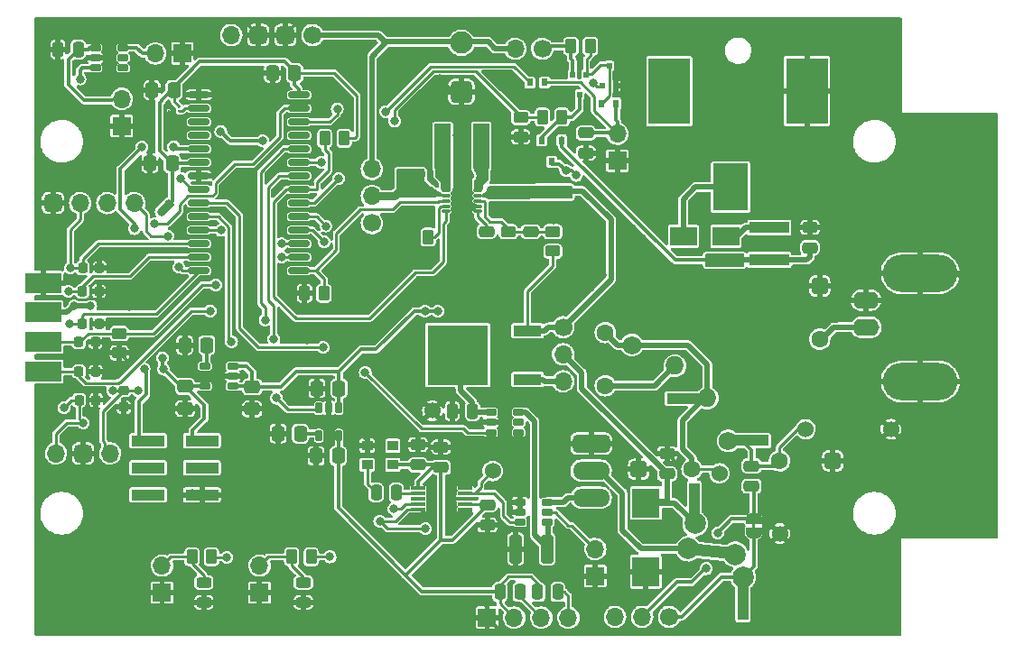
<source format=gbr>
%TF.GenerationSoftware,KiCad,Pcbnew,(6.0.4-0)*%
%TF.CreationDate,2023-07-28T13:04:43-04:00*%
%TF.ProjectId,SignalSlinger,5369676e-616c-4536-9c69-6e6765722e6b,rev?*%
%TF.SameCoordinates,Original*%
%TF.FileFunction,Copper,L1,Top*%
%TF.FilePolarity,Positive*%
%FSLAX46Y46*%
G04 Gerber Fmt 4.6, Leading zero omitted, Abs format (unit mm)*
G04 Created by KiCad (PCBNEW (6.0.4-0)) date 2023-07-28 13:04:43*
%MOMM*%
%LPD*%
G01*
G04 APERTURE LIST*
G04 Aperture macros list*
%AMRoundRect*
0 Rectangle with rounded corners*
0 $1 Rounding radius*
0 $2 $3 $4 $5 $6 $7 $8 $9 X,Y pos of 4 corners*
0 Add a 4 corners polygon primitive as box body*
4,1,4,$2,$3,$4,$5,$6,$7,$8,$9,$2,$3,0*
0 Add four circle primitives for the rounded corners*
1,1,$1+$1,$2,$3*
1,1,$1+$1,$4,$5*
1,1,$1+$1,$6,$7*
1,1,$1+$1,$8,$9*
0 Add four rect primitives between the rounded corners*
20,1,$1+$1,$2,$3,$4,$5,0*
20,1,$1+$1,$4,$5,$6,$7,0*
20,1,$1+$1,$6,$7,$8,$9,0*
20,1,$1+$1,$8,$9,$2,$3,0*%
%AMRotRect*
0 Rectangle, with rotation*
0 The origin of the aperture is its center*
0 $1 length*
0 $2 width*
0 $3 Rotation angle, in degrees counterclockwise*
0 Add horizontal line*
21,1,$1,$2,0,0,$3*%
%AMFreePoly0*
4,1,22,0.500000,-0.750000,0.000000,-0.750000,0.000000,-0.745033,-0.079941,-0.743568,-0.215256,-0.701293,-0.333266,-0.622738,-0.424486,-0.514219,-0.481581,-0.384460,-0.499164,-0.250000,-0.500000,-0.250000,-0.500000,0.250000,-0.499164,0.250000,-0.499963,0.256109,-0.478152,0.396186,-0.417904,0.524511,-0.324060,0.630769,-0.204165,0.706417,-0.067858,0.745374,0.000000,0.744959,0.000000,0.750000,
0.500000,0.750000,0.500000,-0.750000,0.500000,-0.750000,$1*%
%AMFreePoly1*
4,1,20,0.000000,0.744959,0.073905,0.744508,0.209726,0.703889,0.328688,0.626782,0.421226,0.519385,0.479903,0.390333,0.500000,0.250000,0.500000,-0.250000,0.499851,-0.262216,0.476331,-0.402017,0.414519,-0.529596,0.319384,-0.634700,0.198574,-0.708877,0.061801,-0.746166,0.000000,-0.745033,0.000000,-0.750000,-0.500000,-0.750000,-0.500000,0.750000,0.000000,0.750000,0.000000,0.744959,
0.000000,0.744959,$1*%
G04 Aperture macros list end*
%TA.AperFunction,ComponentPad*%
%ADD10R,1.700000X1.700000*%
%TD*%
%TA.AperFunction,ComponentPad*%
%ADD11O,1.700000X1.700000*%
%TD*%
%TA.AperFunction,SMDPad,CuDef*%
%ADD12R,0.280000X0.280000*%
%TD*%
%TA.AperFunction,SMDPad,CuDef*%
%ADD13O,0.850000X0.280000*%
%TD*%
%TA.AperFunction,ComponentPad*%
%ADD14C,0.600000*%
%TD*%
%TA.AperFunction,SMDPad,CuDef*%
%ADD15R,0.230000X0.600000*%
%TD*%
%TA.AperFunction,SMDPad,CuDef*%
%ADD16R,0.650000X0.900000*%
%TD*%
%TA.AperFunction,SMDPad,CuDef*%
%ADD17R,0.250000X0.700000*%
%TD*%
%TA.AperFunction,SMDPad,CuDef*%
%ADD18R,1.700000X2.150000*%
%TD*%
%TA.AperFunction,SMDPad,CuDef*%
%ADD19FreePoly0,90.000000*%
%TD*%
%TA.AperFunction,SMDPad,CuDef*%
%ADD20FreePoly1,90.000000*%
%TD*%
%TA.AperFunction,ComponentPad*%
%ADD21C,1.700000*%
%TD*%
%TA.AperFunction,SMDPad,CuDef*%
%ADD22RoundRect,0.218750X-0.218750X-0.256250X0.218750X-0.256250X0.218750X0.256250X-0.218750X0.256250X0*%
%TD*%
%TA.AperFunction,SMDPad,CuDef*%
%ADD23RoundRect,0.250000X-0.262500X-0.450000X0.262500X-0.450000X0.262500X0.450000X-0.262500X0.450000X0*%
%TD*%
%TA.AperFunction,SMDPad,CuDef*%
%ADD24RoundRect,0.250000X0.337500X0.475000X-0.337500X0.475000X-0.337500X-0.475000X0.337500X-0.475000X0*%
%TD*%
%TA.AperFunction,SMDPad,CuDef*%
%ADD25RoundRect,0.150000X-0.150000X0.400000X-0.150000X-0.400000X0.150000X-0.400000X0.150000X0.400000X0*%
%TD*%
%TA.AperFunction,SMDPad,CuDef*%
%ADD26RoundRect,0.243750X0.456250X-0.243750X0.456250X0.243750X-0.456250X0.243750X-0.456250X-0.243750X0*%
%TD*%
%TA.AperFunction,SMDPad,CuDef*%
%ADD27RoundRect,0.250000X-0.475000X0.250000X-0.475000X-0.250000X0.475000X-0.250000X0.475000X0.250000X0*%
%TD*%
%TA.AperFunction,SMDPad,CuDef*%
%ADD28RoundRect,0.250000X0.450000X-0.262500X0.450000X0.262500X-0.450000X0.262500X-0.450000X-0.262500X0*%
%TD*%
%TA.AperFunction,SMDPad,CuDef*%
%ADD29R,1.500000X4.200000*%
%TD*%
%TA.AperFunction,SMDPad,CuDef*%
%ADD30R,0.600000X0.700000*%
%TD*%
%TA.AperFunction,SMDPad,CuDef*%
%ADD31R,2.500000X1.800000*%
%TD*%
%TA.AperFunction,SMDPad,CuDef*%
%ADD32RoundRect,0.218750X0.218750X0.256250X-0.218750X0.256250X-0.218750X-0.256250X0.218750X-0.256250X0*%
%TD*%
%TA.AperFunction,SMDPad,CuDef*%
%ADD33R,3.150000X1.000000*%
%TD*%
%TA.AperFunction,SMDPad,CuDef*%
%ADD34C,1.524000*%
%TD*%
%TA.AperFunction,SMDPad,CuDef*%
%ADD35RoundRect,0.250000X0.475000X-0.250000X0.475000X0.250000X-0.475000X0.250000X-0.475000X-0.250000X0*%
%TD*%
%TA.AperFunction,SMDPad,CuDef*%
%ADD36R,0.470000X0.600000*%
%TD*%
%TA.AperFunction,SMDPad,CuDef*%
%ADD37RoundRect,0.250000X0.475000X-0.337500X0.475000X0.337500X-0.475000X0.337500X-0.475000X-0.337500X0*%
%TD*%
%TA.AperFunction,SMDPad,CuDef*%
%ADD38R,3.300000X4.400000*%
%TD*%
%TA.AperFunction,SMDPad,CuDef*%
%ADD39R,3.900000X6.200000*%
%TD*%
%TA.AperFunction,SMDPad,CuDef*%
%ADD40RoundRect,0.250000X-0.450000X0.262500X-0.450000X-0.262500X0.450000X-0.262500X0.450000X0.262500X0*%
%TD*%
%TA.AperFunction,SMDPad,CuDef*%
%ADD41RoundRect,0.250000X-0.337500X-0.475000X0.337500X-0.475000X0.337500X0.475000X-0.337500X0.475000X0*%
%TD*%
%TA.AperFunction,SMDPad,CuDef*%
%ADD42RoundRect,0.250000X0.250000X0.475000X-0.250000X0.475000X-0.250000X-0.475000X0.250000X-0.475000X0*%
%TD*%
%TA.AperFunction,SMDPad,CuDef*%
%ADD43C,0.250000*%
%TD*%
%TA.AperFunction,SMDPad,CuDef*%
%ADD44RoundRect,0.150000X-0.400000X-0.150000X0.400000X-0.150000X0.400000X0.150000X-0.400000X0.150000X0*%
%TD*%
%TA.AperFunction,SMDPad,CuDef*%
%ADD45RoundRect,0.250000X-0.250000X-0.475000X0.250000X-0.475000X0.250000X0.475000X-0.250000X0.475000X0*%
%TD*%
%TA.AperFunction,SMDPad,CuDef*%
%ADD46R,3.700000X1.100000*%
%TD*%
%TA.AperFunction,SMDPad,CuDef*%
%ADD47R,1.000000X0.900000*%
%TD*%
%TA.AperFunction,SMDPad,CuDef*%
%ADD48RoundRect,0.150000X0.875000X0.150000X-0.875000X0.150000X-0.875000X-0.150000X0.875000X-0.150000X0*%
%TD*%
%TA.AperFunction,SMDPad,CuDef*%
%ADD49RoundRect,0.250000X0.262500X0.450000X-0.262500X0.450000X-0.262500X-0.450000X0.262500X-0.450000X0*%
%TD*%
%TA.AperFunction,SMDPad,CuDef*%
%ADD50RoundRect,0.218750X-0.256250X0.218750X-0.256250X-0.218750X0.256250X-0.218750X0.256250X0.218750X0*%
%TD*%
%TA.AperFunction,ComponentPad*%
%ADD51O,3.500120X1.699260*%
%TD*%
%TA.AperFunction,ComponentPad*%
%ADD52RoundRect,0.424815X1.325245X0.424815X-1.325245X0.424815X-1.325245X-0.424815X1.325245X-0.424815X0*%
%TD*%
%TA.AperFunction,SMDPad,CuDef*%
%ADD53RoundRect,0.150000X0.400000X0.150000X-0.400000X0.150000X-0.400000X-0.150000X0.400000X-0.150000X0*%
%TD*%
%TA.AperFunction,SMDPad,CuDef*%
%ADD54R,1.400000X0.300000*%
%TD*%
%TA.AperFunction,ComponentPad*%
%ADD55O,2.500000X1.600000*%
%TD*%
%TA.AperFunction,ComponentPad*%
%ADD56O,7.000000X3.500000*%
%TD*%
%TA.AperFunction,SMDPad,CuDef*%
%ADD57R,2.550000X2.770000*%
%TD*%
%TA.AperFunction,SMDPad,CuDef*%
%ADD58RoundRect,0.250000X0.325000X1.100000X-0.325000X1.100000X-0.325000X-1.100000X0.325000X-1.100000X0*%
%TD*%
%TA.AperFunction,SMDPad,CuDef*%
%ADD59R,2.600000X1.060000*%
%TD*%
%TA.AperFunction,SMDPad,CuDef*%
%ADD60R,5.700000X5.632000*%
%TD*%
%TA.AperFunction,ComponentPad*%
%ADD61C,1.727200*%
%TD*%
%TA.AperFunction,ComponentPad*%
%ADD62O,1.727200X1.727200*%
%TD*%
%TA.AperFunction,ComponentPad*%
%ADD63RoundRect,0.425000X-0.425000X0.425000X-0.425000X-0.425000X0.425000X-0.425000X0.425000X0.425000X0*%
%TD*%
%TA.AperFunction,ComponentPad*%
%ADD64C,1.600000*%
%TD*%
%TA.AperFunction,ComponentPad*%
%ADD65RoundRect,0.400000X0.400000X-0.400000X0.400000X0.400000X-0.400000X0.400000X-0.400000X-0.400000X0*%
%TD*%
%TA.AperFunction,ComponentPad*%
%ADD66RoundRect,0.400000X-0.400000X-0.400000X0.400000X-0.400000X0.400000X0.400000X-0.400000X0.400000X0*%
%TD*%
%TA.AperFunction,ComponentPad*%
%ADD67C,2.100000*%
%TD*%
%TA.AperFunction,ComponentPad*%
%ADD68RoundRect,0.525000X-0.525000X0.525000X-0.525000X-0.525000X0.525000X-0.525000X0.525000X0.525000X0*%
%TD*%
%TA.AperFunction,SMDPad,CuDef*%
%ADD69R,4.000000X1.000000*%
%TD*%
%TA.AperFunction,ComponentPad*%
%ADD70C,2.000000*%
%TD*%
%TA.AperFunction,SMDPad,CuDef*%
%ADD71R,1.000000X4.000000*%
%TD*%
%TA.AperFunction,SMDPad,CuDef*%
%ADD72RotRect,1.102000X4.850000X264.000000*%
%TD*%
%TA.AperFunction,ComponentPad*%
%ADD73RoundRect,0.425000X0.425000X-0.425000X0.425000X0.425000X-0.425000X0.425000X-0.425000X-0.425000X0*%
%TD*%
%TA.AperFunction,SMDPad,CuDef*%
%ADD74R,3.480000X1.846667*%
%TD*%
%TA.AperFunction,ViaPad*%
%ADD75C,0.800000*%
%TD*%
%TA.AperFunction,Conductor*%
%ADD76C,0.500000*%
%TD*%
%TA.AperFunction,Conductor*%
%ADD77C,0.350000*%
%TD*%
%TA.AperFunction,Conductor*%
%ADD78C,0.250000*%
%TD*%
%TA.AperFunction,Conductor*%
%ADD79C,0.750000*%
%TD*%
G04 APERTURE END LIST*
%TO.C,JP301*%
G36*
X116860000Y-108330000D02*
G01*
X116610000Y-108330000D01*
X116610000Y-107830000D01*
X116860000Y-107830000D01*
X116860000Y-108330000D01*
G37*
%TD*%
D10*
%TO.P,J104,1,Pin_1*%
%TO.N,GND*%
X61270000Y-114320000D03*
D11*
%TO.P,J104,2,Pin_2*%
%TO.N,Net-(D103-Pad2)*%
X61270000Y-111780000D03*
%TD*%
D12*
%TO.P,U203,1,L1*%
%TO.N,Net-(L202-Pad1)*%
X87631000Y-76550000D03*
D13*
X87916000Y-76550000D03*
%TO.P,U203,2,VIN*%
%TO.N,Net-(C205-Pad2)*%
X87916000Y-77050000D03*
D12*
X87631000Y-77050000D03*
D13*
%TO.P,U203,3,EN*%
%TO.N,B{slash}B_PS_Enable*%
X87916000Y-77550000D03*
D12*
X87631000Y-77550000D03*
%TO.P,U203,4,PS/SYNC*%
%TO.N,Net-(R201-Pad1)*%
X87631000Y-78050000D03*
D13*
X87916000Y-78050000D03*
%TO.P,U203,5,PG*%
%TO.N,Power_Good*%
X87916000Y-78550000D03*
D12*
X87631000Y-78550000D03*
D13*
%TO.P,U203,6,VAUX*%
%TO.N,Net-(C208-Pad1)*%
X90866000Y-78550000D03*
D12*
X91151000Y-78550000D03*
%TO.P,U203,7,GND*%
%TO.N,GND*%
X91151000Y-78050000D03*
D13*
X90866000Y-78050000D03*
%TO.P,U203,8,FB*%
%TO.N,Net-(C211-Pad1)*%
X90866000Y-77550000D03*
D12*
X91151000Y-77550000D03*
%TO.P,U203,9,VOUT*%
%TO.N,+5V*%
X91151000Y-77050000D03*
D13*
X90866000Y-77050000D03*
D12*
%TO.P,U203,10,L2*%
%TO.N,Net-(L202-Pad2)*%
X91151000Y-76550000D03*
D13*
X90866000Y-76550000D03*
D14*
%TO.P,U203,11,PGND*%
%TO.N,GND*%
X88891000Y-77050000D03*
D15*
X89991000Y-76125000D03*
X89591000Y-78975000D03*
X89591000Y-76125000D03*
D14*
X88891000Y-78050000D03*
D16*
X89826000Y-76990000D03*
D17*
X89991000Y-76125000D03*
D16*
X88956000Y-76990000D03*
D17*
X89591000Y-78975000D03*
D14*
X89391000Y-77550000D03*
D15*
X89191000Y-76125000D03*
D16*
X88956000Y-78110000D03*
D17*
X89991000Y-78975000D03*
D15*
X89991000Y-78975000D03*
D16*
X89826000Y-78110000D03*
D15*
X88791000Y-76125000D03*
D17*
X89191000Y-78975000D03*
D14*
X89891000Y-78050000D03*
D18*
X89391000Y-77550000D03*
D14*
X89891000Y-77050000D03*
D17*
X88791000Y-76125000D03*
X89191000Y-76125000D03*
D15*
X88791000Y-78975000D03*
D17*
X88791000Y-78975000D03*
X89591000Y-76125000D03*
D15*
X89191000Y-78975000D03*
%TD*%
D19*
%TO.P,JP301,1,A*%
%TO.N,RF_Raw*%
X116740000Y-108720000D03*
D20*
%TO.P,JP301,2,B*%
%TO.N,Net-(C301-Pad1)*%
X116740000Y-107420000D03*
%TD*%
D21*
%TO.P,J302,1,Pin_1*%
%TO.N,RF_Raw*%
X108820000Y-116600000D03*
D11*
%TO.P,J302,2,Pin_2*%
%TO.N,Net-(C301-Pad1)*%
X106280000Y-116600000D03*
%TO.P,J302,3,Pin_3*%
%TO.N,unconnected-(J302-Pad3)*%
X103740000Y-116600000D03*
%TD*%
D22*
%TO.P,D106,1,A1*%
%TO.N,Net-(D106-Pad1)*%
X53472500Y-93550000D03*
%TO.P,D106,2,A2*%
%TO.N,GND*%
X55047500Y-93550000D03*
%TD*%
D23*
%TO.P,R104,1*%
%TO.N,Net-(D103-Pad2)*%
X64080000Y-110970000D03*
%TO.P,R104,2*%
%TO.N,Net-(R104-Pad2)*%
X65905000Y-110970000D03*
%TD*%
D24*
%TO.P,C102,1*%
%TO.N,+3V3*%
X73697500Y-65560000D03*
%TO.P,C102,2*%
%TO.N,GND*%
X71622500Y-65560000D03*
%TD*%
D25*
%TO.P,U202,1,VIN*%
%TO.N,Net-(C203-Pad2)*%
X77860000Y-97000000D03*
%TO.P,U202,2,GND*%
%TO.N,GND*%
X76910000Y-97000000D03*
%TO.P,U202,3,ON/~{OFF}*%
%TO.N,V3V3_PWR_ENABLE*%
X75960000Y-97000000D03*
%TO.P,U202,4,BP*%
%TO.N,Net-(C209-Pad1)*%
X75960000Y-99600000D03*
%TO.P,U202,5,VOUT*%
%TO.N,VDD*%
X77860000Y-99600000D03*
%TD*%
D26*
%TO.P,D103,1,K*%
%TO.N,GND*%
X65185000Y-115237500D03*
%TO.P,D103,2,A*%
%TO.N,Net-(D103-Pad2)*%
X65185000Y-113362500D03*
%TD*%
D27*
%TO.P,C108,1*%
%TO.N,VDD*%
X91770000Y-106090000D03*
%TO.P,C108,2*%
%TO.N,GND*%
X91770000Y-107990000D03*
%TD*%
D10*
%TO.P,J203,1,Pin_1*%
%TO.N,GND*%
X57490000Y-70525000D03*
D11*
%TO.P,J203,2,Pin_2*%
%TO.N,Net-(C216-Pad1)*%
X57490000Y-67985000D03*
%TD*%
D28*
%TO.P,R202,1*%
%TO.N,+5V*%
X97920000Y-82272500D03*
%TO.P,R202,2*%
%TO.N,Net-(C211-Pad1)*%
X97920000Y-80447500D03*
%TD*%
D21*
%TO.P,J202,1,Pin_1*%
%TO.N,V_ext*%
X80950000Y-79635000D03*
D11*
%TO.P,J202,2,Pin_2*%
%TO.N,Net-(C205-Pad2)*%
X80950000Y-77095000D03*
%TO.P,J202,3,Pin_3*%
%TO.N,+BATT*%
X80950000Y-74555000D03*
%TD*%
D29*
%TO.P,L202,1,1*%
%TO.N,Net-(L202-Pad1)*%
X87590000Y-72430000D03*
%TO.P,L202,2,2*%
%TO.N,Net-(L202-Pad2)*%
X91190000Y-72430000D03*
%TD*%
D22*
%TO.P,D110,1,A1*%
%TO.N,Straightkey*%
X53812500Y-89090000D03*
%TO.P,D110,2,A2*%
%TO.N,GND*%
X55387500Y-89090000D03*
%TD*%
D30*
%TO.P,D201,1,K*%
%TO.N,V_ext*%
X98750000Y-71870000D03*
%TO.P,D201,2,K*%
%TO.N,+VSW*%
X96850000Y-71870000D03*
%TO.P,D201,3,A*%
%TO.N,Net-(C203-Pad2)*%
X97800000Y-73870000D03*
%TD*%
D28*
%TO.P,R103,1*%
%TO.N,GND*%
X94890000Y-71542500D03*
%TO.P,R103,2*%
%TO.N,Vbat*%
X94890000Y-69717500D03*
%TD*%
D31*
%TO.P,D202,1,K*%
%TO.N,Net-(D202-Pad1)*%
X114140000Y-80870000D03*
%TO.P,D202,2,A*%
%TO.N,Net-(D202-Pad2)*%
X110140000Y-80870000D03*
%TD*%
D32*
%TO.P,D109,1,A1*%
%TO.N,GND*%
X55407500Y-83840000D03*
%TO.P,D109,2,A2*%
%TO.N,Paddle_Dit*%
X53832500Y-83840000D03*
%TD*%
D33*
%TO.P,P101,1,Pin_1*%
%TO.N,Net-(P101-Pad1)*%
X59955000Y-100070000D03*
%TO.P,P101,2,Pin_2*%
%TO.N,+3V3*%
X65005000Y-100070000D03*
%TO.P,P101,3,Pin_3*%
%TO.N,unconnected-(P101-Pad3)*%
X59955000Y-102610000D03*
%TO.P,P101,4,Pin_4*%
%TO.N,unconnected-(P101-Pad4)*%
X65005000Y-102610000D03*
%TO.P,P101,5,Pin_5*%
%TO.N,unconnected-(P101-Pad5)*%
X59955000Y-105150000D03*
%TO.P,P101,6,Pin_6*%
%TO.N,GND*%
X65005000Y-105150000D03*
%TD*%
D21*
%TO.P,J101,1,Pin_1*%
%TO.N,Net-(J101-Pad1)*%
X96930000Y-63270000D03*
D11*
%TO.P,J101,2,Pin_2*%
%TO.N,+BATT*%
X94390000Y-63270000D03*
%TD*%
D34*
%TO.P,W101,1,1*%
%TO.N,CLK1*%
X92270000Y-102910000D03*
D14*
X92270000Y-102910000D03*
D34*
%TO.P,W101,2,GND*%
%TO.N,GND*%
X86613146Y-97253146D03*
D14*
X86613146Y-97253146D03*
%TD*%
D35*
%TO.P,C301,1*%
%TO.N,Net-(C301-Pad1)*%
X116550000Y-104330000D03*
%TO.P,C301,2*%
%TO.N,Net-(C301-Pad2)*%
X116550000Y-102430000D03*
%TD*%
%TO.P,C105,1*%
%TO.N,VDD*%
X85260000Y-102330000D03*
%TO.P,C105,2*%
%TO.N,GND*%
X85260000Y-100430000D03*
%TD*%
D24*
%TO.P,C101,1*%
%TO.N,+3V3*%
X62397500Y-67150000D03*
%TO.P,C101,2*%
%TO.N,GND*%
X60322500Y-67150000D03*
%TD*%
D36*
%TO.P,Q102,1,G*%
%TO.N,Power_enable*%
X102540000Y-66760000D03*
%TO.P,Q102,2,S*%
%TO.N,GND*%
X103840000Y-66760000D03*
%TO.P,Q102,3,D*%
%TO.N,Net-(D101-Pad2)*%
X103190000Y-64860000D03*
%TD*%
D37*
%TO.P,C203,1*%
%TO.N,GND*%
X69720000Y-97087500D03*
%TO.P,C203,2*%
%TO.N,Net-(C203-Pad2)*%
X69720000Y-95012500D03*
%TD*%
D38*
%TO.P,J201,1*%
%TO.N,Net-(D202-Pad2)*%
X114580000Y-76260000D03*
D39*
%TO.P,J201,2*%
%TO.N,GND*%
X121730000Y-67260000D03*
%TO.P,J201,3*%
%TO.N,unconnected-(J201-Pad3)*%
X108830000Y-67260000D03*
%TD*%
D40*
%TO.P,R203,1*%
%TO.N,Net-(C211-Pad1)*%
X93750000Y-80447500D03*
%TO.P,R203,2*%
%TO.N,GND*%
X93750000Y-82272500D03*
%TD*%
D41*
%TO.P,C210,1*%
%TO.N,GND*%
X75722500Y-101490000D03*
%TO.P,C210,2*%
%TO.N,VDD*%
X77797500Y-101490000D03*
%TD*%
D27*
%TO.P,C212,1*%
%TO.N,+5V*%
X92610000Y-76670000D03*
%TO.P,C212,2*%
%TO.N,GND*%
X92610000Y-78570000D03*
%TD*%
D10*
%TO.P,J103,1,Pin_1*%
%TO.N,GND*%
X103955000Y-73790000D03*
D11*
%TO.P,J103,2,Pin_2*%
%TO.N,Net-(C104-Pad1)*%
X103955000Y-71250000D03*
%TD*%
D35*
%TO.P,C213,1*%
%TO.N,GND*%
X94650000Y-78580000D03*
%TO.P,C213,2*%
%TO.N,+5V*%
X94650000Y-76680000D03*
%TD*%
D41*
%TO.P,C103,1*%
%TO.N,GND*%
X60142500Y-74020000D03*
%TO.P,C103,2*%
%TO.N,+3V3*%
X62217500Y-74020000D03*
%TD*%
D40*
%TO.P,R106,1*%
%TO.N,Net-(D105-Pad2)*%
X57260000Y-90007500D03*
%TO.P,R106,2*%
%TO.N,GND*%
X57260000Y-91832500D03*
%TD*%
D42*
%TO.P,C216,1*%
%TO.N,Net-(C216-Pad1)*%
X53410000Y-63330000D03*
%TO.P,C216,2*%
%TO.N,GND*%
X51510000Y-63330000D03*
%TD*%
D27*
%TO.P,C204,1*%
%TO.N,GND*%
X122020000Y-80040000D03*
%TO.P,C204,2*%
%TO.N,V_ext*%
X122020000Y-81940000D03*
%TD*%
D34*
%TO.P,W302,1,1*%
%TO.N,Net-(C303-Pad2)*%
X113540000Y-103130000D03*
D14*
X113540000Y-103130000D03*
%TO.P,W302,2,GND*%
%TO.N,GND*%
X119196854Y-108786854D03*
D34*
X119196854Y-108786854D03*
%TD*%
D42*
%TO.P,C107,1*%
%TO.N,Net-(C107-Pad1)*%
X83240000Y-104920000D03*
%TO.P,C107,2*%
%TO.N,Net-(C107-Pad2)*%
X81340000Y-104920000D03*
%TD*%
D27*
%TO.P,C211,1*%
%TO.N,Net-(C211-Pad1)*%
X95840000Y-80440000D03*
%TO.P,C211,2*%
%TO.N,GND*%
X95840000Y-82340000D03*
%TD*%
D36*
%TO.P,Q101,1,G*%
%TO.N,Net-(D101-Pad2)*%
X101060000Y-65690000D03*
%TO.P,Q101,2,S*%
%TO.N,Net-(J101-Pad1)*%
X99760000Y-65690000D03*
%TO.P,Q101,3,D*%
%TO.N,+VSW*%
X100410000Y-67590000D03*
%TD*%
D14*
%TO.P,W301,1,1*%
%TO.N,Net-(C301-Pad2)*%
X121600000Y-98990000D03*
D34*
X121600000Y-98990000D03*
%TO.P,W301,2,GND*%
%TO.N,GND*%
X129600000Y-98990000D03*
D14*
X129600000Y-98990000D03*
%TD*%
D26*
%TO.P,D104,1,K*%
%TO.N,GND*%
X74525000Y-115237500D03*
%TO.P,D104,2,A*%
%TO.N,Net-(D104-Pad2)*%
X74525000Y-113362500D03*
%TD*%
D23*
%TO.P,R105,1*%
%TO.N,Net-(D104-Pad2)*%
X73422500Y-110970000D03*
%TO.P,R105,2*%
%TO.N,Net-(R105-Pad2)*%
X75247500Y-110970000D03*
%TD*%
D35*
%TO.P,C205,1*%
%TO.N,GND*%
X86040000Y-78650000D03*
%TO.P,C205,2*%
%TO.N,Net-(C205-Pad2)*%
X86040000Y-76750000D03*
%TD*%
D43*
%TO.P,X101,1,NC*%
%TO.N,unconnected-(X101-Pad1)*%
X61870000Y-69070000D03*
%TO.P,X101,2,OUT*%
%TO.N,Net-(U101-Pad16)*%
X62870000Y-69070000D03*
%TO.P,X101,3,Vdd*%
%TO.N,+3V3*%
X62870000Y-68650000D03*
%TO.P,X101,4,GND*%
%TO.N,GND*%
X61870000Y-68650000D03*
%TD*%
D35*
%TO.P,C106,1*%
%TO.N,VDD*%
X87420000Y-102570000D03*
%TO.P,C106,2*%
%TO.N,GND*%
X87420000Y-100670000D03*
%TD*%
D42*
%TO.P,R107,1*%
%TO.N,Net-(R107-Pad1)*%
X94850000Y-114270000D03*
%TO.P,R107,2*%
%TO.N,VDD*%
X92950000Y-114270000D03*
%TD*%
D35*
%TO.P,C215,1*%
%TO.N,GND*%
X99030000Y-78530000D03*
%TO.P,C215,2*%
%TO.N,+5V*%
X99030000Y-76630000D03*
%TD*%
D24*
%TO.P,C202,1*%
%TO.N,Net-(C202-Pad1)*%
X65477500Y-91090000D03*
%TO.P,C202,2*%
%TO.N,GND*%
X63402500Y-91090000D03*
%TD*%
D27*
%TO.P,C207,1*%
%TO.N,GND*%
X85160000Y-73150000D03*
%TO.P,C207,2*%
%TO.N,Net-(C205-Pad2)*%
X85160000Y-75050000D03*
%TD*%
D24*
%TO.P,C209,1*%
%TO.N,Net-(C209-Pad1)*%
X74227500Y-99390000D03*
%TO.P,C209,2*%
%TO.N,GND*%
X72152500Y-99390000D03*
%TD*%
D44*
%TO.P,U204,1,VIN*%
%TO.N,Net-(C216-Pad1)*%
X55020000Y-63180000D03*
%TO.P,U204,2,GND*%
%TO.N,GND*%
X55020000Y-64130000D03*
%TO.P,U204,3,EN/UVLO*%
%TO.N,Fan_Contr*%
X55020000Y-65080000D03*
%TO.P,U204,4,CT*%
%TO.N,unconnected-(U204-Pad4)*%
X57620000Y-65080000D03*
%TO.P,U204,5,QOD*%
%TO.N,unconnected-(U204-Pad5)*%
X57620000Y-64130000D03*
%TO.P,U204,6,VOUT*%
%TO.N,Net-(J204-Pad2)*%
X57620000Y-63180000D03*
%TD*%
D30*
%TO.P,D101,1,K*%
%TO.N,Net-(C104-Pad1)*%
X103830000Y-68410000D03*
%TO.P,D101,2,A*%
%TO.N,Net-(D101-Pad2)*%
X102430000Y-68410000D03*
%TD*%
D23*
%TO.P,R205,1*%
%TO.N,GND*%
X74627500Y-86230000D03*
%TO.P,R205,2*%
%TO.N,B{slash}B_PS_Enable*%
X76452500Y-86230000D03*
%TD*%
D22*
%TO.P,D112,1,A1*%
%TO.N,Frequency Down*%
X53492500Y-96250000D03*
%TO.P,D112,2,A2*%
%TO.N,GND*%
X55067500Y-96250000D03*
%TD*%
D10*
%TO.P,J108,1,Pin_1*%
%TO.N,GND*%
X101890000Y-112775000D03*
D11*
%TO.P,J108,2,Pin_2*%
%TO.N,Net-(J108-Pad2)*%
X101890000Y-110235000D03*
%TD*%
D45*
%TO.P,C109,1*%
%TO.N,GND*%
X88480000Y-97290000D03*
%TO.P,C109,2*%
%TO.N,Net-(C109-Pad2)*%
X90380000Y-97290000D03*
%TD*%
D37*
%TO.P,C201,1*%
%TO.N,GND*%
X63440000Y-97037500D03*
%TO.P,C201,2*%
%TO.N,+3V3*%
X63440000Y-94962500D03*
%TD*%
D46*
%TO.P,L201,1,1*%
%TO.N,Net-(D202-Pad1)*%
X118215000Y-80070000D03*
%TO.P,L201,2,2*%
%TO.N,V_ext*%
X118215000Y-83070000D03*
%TD*%
D47*
%TO.P,X102,1,NC*%
%TO.N,unconnected-(X102-Pad1)*%
X82900000Y-100530000D03*
%TO.P,X102,2,GND*%
%TO.N,GND*%
X80500000Y-100530000D03*
%TO.P,X102,3,OUT*%
%TO.N,Net-(C107-Pad2)*%
X80500000Y-102330000D03*
%TO.P,X102,4,Vcc*%
%TO.N,VDD*%
X82900000Y-102330000D03*
%TD*%
D30*
%TO.P,D102,1,K*%
%TO.N,Net-(C104-Pad1)*%
X97150000Y-66440000D03*
%TO.P,D102,2,A*%
%TO.N,Net-(D102-Pad2)*%
X95750000Y-66440000D03*
%TD*%
D44*
%TO.P,U103,1,VIN*%
%TO.N,Net-(C109-Pad2)*%
X92107500Y-97400000D03*
%TO.P,U103,2,GND*%
%TO.N,GND*%
X92107500Y-98350000D03*
%TO.P,U103,3,EN/UVLO*%
%TO.N,FET_DRIVER_ENABLE*%
X92107500Y-99300000D03*
%TO.P,U103,4,CT*%
%TO.N,unconnected-(U103-Pad4)*%
X94707500Y-99300000D03*
%TO.P,U103,5,QOD*%
%TO.N,unconnected-(U103-Pad5)*%
X94707500Y-98350000D03*
%TO.P,U103,6,VOUT*%
%TO.N,Net-(C110-Pad1)*%
X94707500Y-97400000D03*
%TD*%
D10*
%TO.P,J106,1,Pin_1*%
%TO.N,GND*%
X70410000Y-114320000D03*
D11*
%TO.P,J106,2,Pin_2*%
%TO.N,Net-(D104-Pad2)*%
X70410000Y-111780000D03*
%TD*%
D48*
%TO.P,U101,1,PA7*%
%TO.N,B{slash}B_PS_Enable*%
X74120000Y-84115000D03*
%TO.P,U101,2,PC0/TxD1*%
%TO.N,Net-(D106-Pad1)*%
X74120000Y-82845000D03*
%TO.P,U101,3,PC1/RxD1*%
%TO.N,Net-(D105-Pad2)*%
X74120000Y-81575000D03*
%TO.P,U101,4,PC2/SDA*%
%TO.N,Net-(R108-Pad1)*%
X74120000Y-80305000D03*
%TO.P,U101,5,PC3/SCL*%
%TO.N,Net-(R107-Pad1)*%
X74120000Y-79035000D03*
%TO.P,U101,6,PD0/AIN0*%
%TO.N,Vbat*%
X74120000Y-77765000D03*
%TO.P,U101,7,PD1*%
%TO.N,Power_Good*%
X74120000Y-76495000D03*
%TO.P,U101,8,PD2*%
%TO.N,Net-(R104-Pad2)*%
X74120000Y-75225000D03*
%TO.P,U101,9,PD3*%
%TO.N,Net-(D102-Pad2)*%
X74120000Y-73955000D03*
%TO.P,U101,10,PD4*%
%TO.N,Net-(R105-Pad2)*%
X74120000Y-72685000D03*
%TO.P,U101,11,PD5*%
%TO.N,unconnected-(U101-Pad11)*%
X74120000Y-71415000D03*
%TO.P,U101,12,PD6/DAC*%
%TO.N,Frequency Up*%
X74120000Y-70145000D03*
%TO.P,U101,13,PD7*%
%TO.N,Frequency Down*%
X74120000Y-68875000D03*
%TO.P,U101,14,AVDD*%
%TO.N,+3V3*%
X74120000Y-67605000D03*
%TO.P,U101,15,GND*%
%TO.N,GND*%
X64720000Y-67605000D03*
%TO.P,U101,16,PF0/XTAL32k1*%
%TO.N,Net-(U101-Pad16)*%
X64720000Y-68875000D03*
%TO.P,U101,17,PF1/XTAL32k2*%
%TO.N,unconnected-(U101-Pad17)*%
X64720000Y-70145000D03*
%TO.P,U101,18,PF6/~{RESET}*%
%TO.N,unconnected-(U101-Pad18)*%
X64720000Y-71415000D03*
%TO.P,U101,19,UPDI*%
%TO.N,Net-(P101-Pad1)*%
X64720000Y-72685000D03*
%TO.P,U101,20,VDD*%
%TO.N,+3V3*%
X64720000Y-73955000D03*
%TO.P,U101,21,GND*%
%TO.N,GND*%
X64720000Y-75225000D03*
%TO.P,U101,22,PA0/EXTCLK*%
%TO.N,Fan_Contr*%
X64720000Y-76495000D03*
%TO.P,U101,23,PA1*%
%TO.N,FET_DRIVER_ENABLE*%
X64720000Y-77765000D03*
%TO.P,U101,24,PA2*%
%TO.N,V3V3_PWR_ENABLE*%
X64720000Y-79035000D03*
%TO.P,U101,25,PA3*%
%TO.N,Power_enable*%
X64720000Y-80305000D03*
%TO.P,U101,26,PA4/TxD0*%
%TO.N,Paddle_Dit*%
X64720000Y-81575000D03*
%TO.P,U101,27,PA5/RxD0*%
%TO.N,Paddle Dah*%
X64720000Y-82845000D03*
%TO.P,U101,28,PA6*%
%TO.N,Straightkey*%
X64720000Y-84115000D03*
%TD*%
D32*
%TO.P,D108,1,A1*%
%TO.N,GND*%
X55367500Y-86020000D03*
%TO.P,D108,2,A2*%
%TO.N,Paddle Dah*%
X53792500Y-86020000D03*
%TD*%
D49*
%TO.P,R201,1*%
%TO.N,Net-(R201-Pad1)*%
X86222500Y-80950000D03*
%TO.P,R201,2*%
%TO.N,GND*%
X84397500Y-80950000D03*
%TD*%
D27*
%TO.P,C104,1*%
%TO.N,Net-(C104-Pad1)*%
X101000000Y-71170000D03*
%TO.P,C104,2*%
%TO.N,GND*%
X101000000Y-73070000D03*
%TD*%
D42*
%TO.P,R108,1*%
%TO.N,Net-(R108-Pad1)*%
X98380000Y-114270000D03*
%TO.P,R108,2*%
%TO.N,VDD*%
X96480000Y-114270000D03*
%TD*%
D50*
%TO.P,D111,1,A1*%
%TO.N,Frequency Up*%
X57700000Y-95332500D03*
%TO.P,D111,2,A2*%
%TO.N,GND*%
X57700000Y-96907500D03*
%TD*%
D51*
%TO.P,Q103,1,G*%
%TO.N,Net-(Q103-Pad1)*%
X101500000Y-105420000D03*
%TO.P,Q103,2,D*%
%TO.N,Net-(L101-Pad2)*%
X101500000Y-102880000D03*
D52*
%TO.P,Q103,3,S*%
%TO.N,GND*%
X101500000Y-100340000D03*
%TD*%
D53*
%TO.P,U104,1,Vdd*%
%TO.N,Net-(C110-Pad1)*%
X97420000Y-107720000D03*
%TO.P,U104,2,Pilot*%
%TO.N,Net-(J108-Pad2)*%
X97420000Y-106770000D03*
%TO.P,U104,3,Out*%
%TO.N,Net-(Q103-Pad1)*%
X97420000Y-105820000D03*
%TO.P,U104,4,Vss*%
%TO.N,GND*%
X94820000Y-105820000D03*
%TO.P,U104,5,InB*%
X94820000Y-106770000D03*
%TO.P,U104,6,In*%
%TO.N,CLK1*%
X94820000Y-107720000D03*
%TD*%
D49*
%TO.P,R204,1*%
%TO.N,+3V3*%
X78342500Y-71690000D03*
%TO.P,R204,2*%
%TO.N,Power_Good*%
X76517500Y-71690000D03*
%TD*%
D54*
%TO.P,U102,1,VDD*%
%TO.N,VDD*%
X85310000Y-104500000D03*
%TO.P,U102,2,XA*%
%TO.N,Net-(C107-Pad1)*%
X85310000Y-105000000D03*
%TO.P,U102,3,XB*%
%TO.N,unconnected-(U102-Pad3)*%
X85310000Y-105500000D03*
%TO.P,U102,4,SCL*%
%TO.N,Net-(R107-Pad1)*%
X85310000Y-106000000D03*
%TO.P,U102,5,SDA*%
%TO.N,Net-(R108-Pad1)*%
X85310000Y-106500000D03*
%TO.P,U102,6,CLK2*%
%TO.N,unconnected-(U102-Pad6)*%
X89710000Y-106500000D03*
%TO.P,U102,7,VDDO*%
%TO.N,VDD*%
X89710000Y-106000000D03*
%TO.P,U102,8,GND*%
%TO.N,GND*%
X89710000Y-105500000D03*
%TO.P,U102,9,CLK1*%
%TO.N,CLK1*%
X89710000Y-105000000D03*
%TO.P,U102,10,CLK0*%
%TO.N,unconnected-(U102-Pad10)*%
X89710000Y-104500000D03*
%TD*%
D55*
%TO.P,J301,1,In*%
%TO.N,Net-(C304-Pad1)*%
X127275000Y-89412500D03*
D56*
%TO.P,J301,2,Ext*%
%TO.N,GND*%
X132355000Y-84332500D03*
D55*
X127275000Y-86872500D03*
D56*
X132355000Y-94492500D03*
%TD*%
D10*
%TO.P,J204,1,Pin_1*%
%TO.N,GND*%
X63175000Y-63710000D03*
D11*
%TO.P,J204,2,Pin_2*%
%TO.N,Net-(J204-Pad2)*%
X60635000Y-63710000D03*
%TD*%
D32*
%TO.P,D105,1,A1*%
%TO.N,GND*%
X55027500Y-90800000D03*
%TO.P,D105,2,A2*%
%TO.N,Net-(D105-Pad2)*%
X53452500Y-90800000D03*
%TD*%
D57*
%TO.P,C111,1*%
%TO.N,Net-(C111-Pad1)*%
X106640000Y-105910000D03*
%TO.P,C111,2*%
%TO.N,GND*%
X106640000Y-112370000D03*
%TD*%
D21*
%TO.P,J109,1,Pin_1*%
%TO.N,+5V*%
X98870000Y-89415000D03*
D11*
%TO.P,J109,2,Pin_2*%
%TO.N,Net-(C111-Pad1)*%
X98870000Y-91955000D03*
%TO.P,J109,3,Pin_3*%
%TO.N,V_ext*%
X98870000Y-94495000D03*
%TD*%
D58*
%TO.P,C110,1*%
%TO.N,Net-(C110-Pad1)*%
X97375000Y-110230000D03*
%TO.P,C110,2*%
%TO.N,GND*%
X94425000Y-110230000D03*
%TD*%
D41*
%TO.P,C206,1*%
%TO.N,GND*%
X75782500Y-95150000D03*
%TO.P,C206,2*%
%TO.N,Net-(C203-Pad2)*%
X77857500Y-95150000D03*
%TD*%
D27*
%TO.P,C208,1*%
%TO.N,Net-(C208-Pad1)*%
X91700000Y-80430000D03*
%TO.P,C208,2*%
%TO.N,GND*%
X91700000Y-82330000D03*
%TD*%
D10*
%TO.P,TP101,1,Pin_1*%
%TO.N,GND*%
X91750000Y-116680000D03*
D11*
%TO.P,TP101,2,Pin_2*%
%TO.N,VDD*%
X94290000Y-116680000D03*
%TO.P,TP101,3,Pin_3*%
%TO.N,Net-(R107-Pad1)*%
X96830000Y-116680000D03*
%TO.P,TP101,4,Pin_4*%
%TO.N,Net-(R108-Pad1)*%
X99370000Y-116680000D03*
%TD*%
D49*
%TO.P,R101,1*%
%TO.N,Net-(D101-Pad2)*%
X101432500Y-63030000D03*
%TO.P,R101,2*%
%TO.N,Net-(J101-Pad1)*%
X99607500Y-63030000D03*
%TD*%
D35*
%TO.P,C214,1*%
%TO.N,GND*%
X96880000Y-78520000D03*
%TO.P,C214,2*%
%TO.N,+5V*%
X96880000Y-76620000D03*
%TD*%
D59*
%TO.P,D107,1,K*%
%TO.N,V_ext*%
X95530000Y-94306000D03*
D60*
%TO.P,D107,2,A*%
%TO.N,Net-(C109-Pad2)*%
X88970000Y-92020000D03*
D59*
%TO.P,D107,3,K*%
%TO.N,+5V*%
X95530000Y-89734000D03*
%TD*%
D61*
%TO.P,L302,1,1*%
%TO.N,Net-(C303-Pad2)*%
X105327900Y-91085100D03*
D62*
%TO.P,L302,2,2*%
%TO.N,Net-(C304-Pad1)*%
X109353800Y-93028200D03*
%TD*%
D23*
%TO.P,R102,1*%
%TO.N,Vbat*%
X96937500Y-69680000D03*
%TO.P,R102,2*%
%TO.N,+VSW*%
X98762500Y-69680000D03*
%TD*%
D35*
%TO.P,C112,1*%
%TO.N,Net-(C111-Pad1)*%
X108620000Y-103180000D03*
%TO.P,C112,2*%
%TO.N,GND*%
X108620000Y-101280000D03*
%TD*%
D53*
%TO.P,U201,1,VIN*%
%TO.N,Net-(C203-Pad2)*%
X67890000Y-94960000D03*
%TO.P,U201,2,GND*%
%TO.N,GND*%
X67890000Y-94010000D03*
%TO.P,U201,3,ON/~{OFF}*%
%TO.N,Net-(C203-Pad2)*%
X67890000Y-93060000D03*
%TO.P,U201,4,BP*%
%TO.N,Net-(C202-Pad1)*%
X65290000Y-93060000D03*
%TO.P,U201,5,VOUT*%
%TO.N,+3V3*%
X65290000Y-94960000D03*
%TD*%
D11*
%TO.P,J102,1,Pin_1*%
%TO.N,Frequency Down*%
X51325000Y-101260000D03*
D63*
%TO.P,J102,2,Pin_2*%
%TO.N,GND*%
X53865000Y-101260000D03*
D11*
%TO.P,J102,3,Pin_3*%
%TO.N,Frequency Up*%
X56405000Y-101260000D03*
%TD*%
D64*
%TO.P,C305,1*%
%TO.N,Net-(C304-Pad1)*%
X122940000Y-90540000D03*
D65*
%TO.P,C305,2*%
%TO.N,GND*%
X122940000Y-85540000D03*
%TD*%
D66*
%TO.P,C303,1*%
%TO.N,GND*%
X105960000Y-102740000D03*
D64*
%TO.P,C303,2*%
%TO.N,Net-(C303-Pad2)*%
X110960000Y-102740000D03*
%TD*%
D63*
%TO.P,J105,1,Pin_1*%
%TO.N,GND*%
X51052500Y-77750000D03*
D11*
%TO.P,J105,2,Pin_2*%
%TO.N,Paddle_Dit*%
X53592500Y-77750000D03*
%TO.P,J105,3,Pin_3*%
%TO.N,Paddle Dah*%
X56132500Y-77750000D03*
%TO.P,J105,4,Pin_4*%
%TO.N,Straightkey*%
X58672500Y-77750000D03*
%TD*%
D64*
%TO.P,C304,1*%
%TO.N,Net-(C304-Pad1)*%
X102820000Y-94910000D03*
%TO.P,C304,2*%
%TO.N,Net-(C303-Pad2)*%
X102820000Y-89910000D03*
%TD*%
D67*
%TO.P,BT201,1,+*%
%TO.N,+BATT*%
X89330000Y-62710000D03*
D68*
%TO.P,BT201,2,-*%
%TO.N,GND*%
X89330000Y-67310000D03*
%TD*%
D64*
%TO.P,C302,1*%
%TO.N,Net-(C301-Pad2)*%
X119160000Y-101950000D03*
D66*
%TO.P,C302,2*%
%TO.N,GND*%
X124160000Y-101950000D03*
%TD*%
D69*
%TO.P,L301,1,1*%
%TO.N,Net-(C301-Pad2)*%
X116160000Y-100054650D03*
D61*
X114344900Y-100086750D03*
D62*
%TO.P,L301,2,2*%
%TO.N,Net-(C303-Pad2)*%
X112401800Y-96060850D03*
D69*
X110610000Y-96104650D03*
%TD*%
D70*
%TO.P,L101,1,1*%
%TO.N,Net-(C111-Pad1)*%
X111250000Y-107840000D03*
D71*
X111170000Y-106050000D03*
D70*
%TO.P,L101,2,TAP*%
%TO.N,Net-(L101-Pad2)*%
X114990000Y-110730000D03*
X110590000Y-110200000D03*
D72*
X112720000Y-110450000D03*
D70*
%TO.P,L101,3,3*%
%TO.N,RF_Raw*%
X115730000Y-112860000D03*
D71*
X115730000Y-114910000D03*
%TD*%
D21*
%TO.P,MOD201,1,Pin_1*%
%TO.N,+BATT*%
X75377500Y-61990000D03*
D73*
%TO.P,MOD201,2,Pin_2*%
%TO.N,GND*%
X72837500Y-61990000D03*
%TO.P,MOD201,3,Pin_3*%
X70297500Y-61990000D03*
D11*
%TO.P,MOD201,4,Pin_4*%
%TO.N,V+_Charging*%
X67757500Y-61990000D03*
%TD*%
D74*
%TO.P,J107,6,6*%
%TO.N,GND*%
X50102500Y-85257500D03*
%TO.P,J107,7,7*%
%TO.N,V+_Charging*%
X50102500Y-88027500D03*
%TO.P,J107,8,8*%
%TO.N,Net-(D105-Pad2)*%
X50102500Y-90797500D03*
%TO.P,J107,9,9*%
%TO.N,Net-(D106-Pad1)*%
X50102500Y-93567500D03*
%TD*%
D75*
%TO.N,GND*%
X50010000Y-110590000D03*
X104209500Y-84470000D03*
X106582655Y-79207345D03*
X89840498Y-70370000D03*
X50030000Y-82000000D03*
X104860000Y-68000000D03*
X97090000Y-75170000D03*
X116270000Y-117770000D03*
X93380000Y-104470000D03*
X82220000Y-82780000D03*
X98997892Y-79612808D03*
X71550000Y-117570000D03*
X132610000Y-69790000D03*
X52770000Y-92210000D03*
X88380000Y-79980000D03*
X77300000Y-92460000D03*
X83070000Y-79520000D03*
X93420000Y-97850000D03*
X84360000Y-65630000D03*
X58295500Y-88970000D03*
X107150000Y-117890000D03*
X61960000Y-98640000D03*
X88360000Y-87135500D03*
X70670000Y-67610000D03*
X99060000Y-102630000D03*
X106750000Y-108110000D03*
X56680000Y-93240000D03*
X98662345Y-83522345D03*
X86270000Y-101360000D03*
X77370000Y-61140500D03*
X52250000Y-117630000D03*
X104550000Y-76990000D03*
X49980000Y-115170000D03*
X55890000Y-91810000D03*
X105370000Y-86350000D03*
X101411812Y-85671812D03*
X139000000Y-81200000D03*
X54760000Y-117600000D03*
X76117701Y-82647701D03*
X93160000Y-72930000D03*
X106267345Y-81082655D03*
X50150000Y-61200000D03*
X95270000Y-61040000D03*
X66510000Y-66770000D03*
X123580000Y-117770000D03*
X89040000Y-73230000D03*
X72890000Y-85420000D03*
X106880000Y-99230000D03*
X139020000Y-94640000D03*
X97980000Y-61110000D03*
X138940000Y-69970000D03*
X64450000Y-61170000D03*
X79440000Y-94470000D03*
X93200000Y-71090000D03*
X50150000Y-64370000D03*
X112680000Y-105700000D03*
X76910000Y-98600000D03*
X62000000Y-84650000D03*
X75490000Y-87530000D03*
X88380000Y-82100000D03*
X89539787Y-61024808D03*
X123640000Y-80940000D03*
X70690000Y-92040000D03*
X98730000Y-85800000D03*
X61590000Y-61170000D03*
X127500000Y-61020000D03*
X102482655Y-81892655D03*
X55780000Y-61200000D03*
X52880000Y-61200000D03*
X136000000Y-108400000D03*
X104209500Y-81050000D03*
X76880000Y-100230000D03*
X77530000Y-87500000D03*
X95840000Y-79340500D03*
X90850000Y-69200000D03*
X68607000Y-65610000D03*
X104332345Y-79147655D03*
X104770000Y-117890000D03*
X58690000Y-61200000D03*
X94830000Y-103000000D03*
X117720000Y-110180000D03*
X88810000Y-117350000D03*
X84090000Y-117540000D03*
X85120000Y-89400000D03*
X84880000Y-68240000D03*
X67770000Y-73330000D03*
X73760000Y-89540000D03*
X84070000Y-101270000D03*
X86440000Y-82730000D03*
X73765500Y-96360000D03*
X68050000Y-100630000D03*
X62580000Y-105170000D03*
X87160000Y-86400000D03*
X85220000Y-70330000D03*
X109420000Y-109030000D03*
X90402077Y-79969170D03*
X139000000Y-105160000D03*
X83840000Y-98860000D03*
X89840498Y-74080000D03*
X101000000Y-61030980D03*
X52630000Y-95200000D03*
X110070498Y-104650000D03*
X94784117Y-79568187D03*
X89430000Y-82520000D03*
X55410000Y-79990000D03*
X73390000Y-86850000D03*
X129960000Y-112050000D03*
X101440000Y-98430000D03*
X77630000Y-117530000D03*
X69090000Y-99550000D03*
X97452655Y-86922655D03*
X105160000Y-96130000D03*
X69564500Y-88790000D03*
X49980000Y-112980000D03*
X89420000Y-80000000D03*
X69300000Y-68380000D03*
X71740000Y-97110000D03*
X66220000Y-94020000D03*
X55450000Y-82660000D03*
X139000000Y-87630000D03*
X65610000Y-117570000D03*
X82220000Y-85430000D03*
X58157701Y-92717701D03*
X104209500Y-82760000D03*
X86320000Y-61130000D03*
X60000000Y-117580000D03*
X104530000Y-112400000D03*
X67000000Y-76650000D03*
X65040000Y-106400000D03*
X88410000Y-106970000D03*
X83100000Y-67030000D03*
X99980000Y-84600000D03*
X76680000Y-103220000D03*
X74850000Y-90575500D03*
X95070000Y-75020000D03*
X69330000Y-87570000D03*
X73765500Y-94850000D03*
X58230000Y-85390000D03*
X88450000Y-103770000D03*
X60160000Y-98110000D03*
X93180000Y-74880000D03*
X70450000Y-101090000D03*
X139020000Y-84860000D03*
X109010000Y-112380000D03*
X88950000Y-71430000D03*
X88960000Y-75140000D03*
X90380000Y-82100000D03*
X89840498Y-72290000D03*
X105570000Y-78050000D03*
X68607000Y-71030000D03*
X124540000Y-61080000D03*
X94780000Y-85180000D03*
X80360000Y-87640000D03*
X50060000Y-99660000D03*
X102150000Y-117890000D03*
X82250000Y-81020000D03*
X107212345Y-82027655D03*
X121640000Y-61080000D03*
X70350000Y-90110000D03*
X84390000Y-78680000D03*
X64790000Y-66670000D03*
X78530000Y-70080000D03*
X54590000Y-97470000D03*
X68610000Y-75200000D03*
X65020000Y-103860000D03*
X77320000Y-83940000D03*
X126830000Y-117720000D03*
X63450000Y-98400000D03*
X92510000Y-61060000D03*
X70630000Y-98400000D03*
X139030000Y-78700000D03*
X129910000Y-115240000D03*
X88910000Y-85350000D03*
X112800000Y-117830000D03*
X103780000Y-61040000D03*
X50110000Y-68110000D03*
X50010000Y-103130000D03*
X57290000Y-86460000D03*
X138850000Y-101580000D03*
X135320000Y-69820000D03*
X77490000Y-85350000D03*
X56275641Y-89084613D03*
X66590000Y-74560000D03*
X68607000Y-67480000D03*
X109420000Y-61010000D03*
X105340000Y-97990000D03*
X83230000Y-87450000D03*
X101230000Y-80170000D03*
X90550000Y-85590000D03*
X108690000Y-99660000D03*
X80990000Y-117510000D03*
X100421812Y-86661812D03*
X74620000Y-117530000D03*
X75660000Y-66520000D03*
X115300000Y-61080000D03*
X133010000Y-108350000D03*
X57500000Y-80180000D03*
X61240000Y-83569500D03*
X86530000Y-104270000D03*
X90910000Y-98575500D03*
X68580000Y-77110000D03*
X67750000Y-97090000D03*
X62530000Y-92650000D03*
X122020000Y-78350000D03*
X81730000Y-89270000D03*
X63760000Y-93520000D03*
X86120000Y-67060000D03*
X54910000Y-99420000D03*
X129930000Y-63420000D03*
X92790000Y-69220000D03*
X101180000Y-83360000D03*
X58050000Y-83810000D03*
X66570000Y-68320000D03*
X109340000Y-107380000D03*
X138970000Y-75870000D03*
X103760000Y-87910000D03*
X56190000Y-87400000D03*
X118550000Y-61080000D03*
X90140000Y-75190000D03*
X100154873Y-117898619D03*
X79410000Y-98960000D03*
X138950000Y-98040000D03*
X80040000Y-61140500D03*
X85000000Y-85730000D03*
X83950000Y-69500000D03*
X88420000Y-105500000D03*
X108100000Y-79380000D03*
X83170000Y-61130000D03*
X88570000Y-69170000D03*
X94860000Y-104600000D03*
X107640000Y-84140000D03*
X117200000Y-113820000D03*
X138970000Y-72980000D03*
X105450000Y-66790000D03*
X75650000Y-89540000D03*
X93410000Y-100210000D03*
X109600000Y-117860000D03*
X99090000Y-98430000D03*
X105322345Y-80137655D03*
X96891410Y-79563000D03*
X123710000Y-79180000D03*
X61560000Y-86140000D03*
X57830000Y-82450000D03*
X106480000Y-85190000D03*
X75380000Y-92540000D03*
X50090000Y-75770000D03*
X72080000Y-101150000D03*
X75380000Y-104150000D03*
X95380000Y-117880000D03*
X61800000Y-91290000D03*
X62700000Y-117560000D03*
X103540000Y-75930000D03*
X49960000Y-97740000D03*
X97960000Y-79335500D03*
X117760000Y-111940000D03*
X66615500Y-107650000D03*
X84340000Y-82780000D03*
X90180000Y-81000000D03*
X66600000Y-69900000D03*
X119730000Y-117720000D03*
X87890000Y-84300000D03*
X82090000Y-92180000D03*
X100250000Y-79170000D03*
X77800000Y-67320000D03*
X110990000Y-111900000D03*
X87300000Y-64020000D03*
X112500000Y-61050000D03*
X100670000Y-81510000D03*
X129900000Y-67980000D03*
X86480000Y-69150000D03*
X108162655Y-80787345D03*
X58210000Y-98190000D03*
X83300000Y-90900000D03*
X96070000Y-83920000D03*
X99060000Y-100730000D03*
X56630000Y-98220000D03*
X129870000Y-65770000D03*
X129910000Y-117770000D03*
X106660000Y-61040000D03*
X129900000Y-61050000D03*
X57260000Y-117580000D03*
X50050000Y-80030000D03*
X58210000Y-87460000D03*
X80200000Y-96760000D03*
X85600000Y-64560000D03*
X84600000Y-92670000D03*
X86440000Y-117540000D03*
X104490000Y-114030000D03*
X68490000Y-117570000D03*
X80955500Y-98960000D03*
X85940000Y-71700000D03*
X86400000Y-99700000D03*
X97780000Y-117880000D03*
X87320000Y-66094500D03*
X99632345Y-82552345D03*
X90000000Y-102720000D03*
X88680000Y-80990000D03*
X50000000Y-117630000D03*
X77490000Y-89560000D03*
X104070000Y-65670000D03*
X138950000Y-91120000D03*
X71970000Y-93420000D03*
X102510500Y-84510000D03*
X139050000Y-108450000D03*
X79380000Y-89540000D03*
X86550000Y-106710000D03*
%TO.N,+3V3*%
X61900000Y-77860000D03*
X61190000Y-78570000D03*
X61290000Y-92280000D03*
X61390000Y-93350000D03*
%TO.N,Net-(C203-Pad2)*%
X100110000Y-75160000D03*
X87130000Y-87910000D03*
X99130000Y-74710000D03*
X85920000Y-87910000D03*
%TO.N,Net-(D102-Pad2)*%
X76180000Y-73920000D03*
X82255000Y-69165000D03*
%TO.N,Net-(D105-Pad2)*%
X66310000Y-85440000D03*
X72474500Y-81590000D03*
%TO.N,V_ext*%
X114955000Y-83095000D03*
X112785000Y-83095000D03*
X66770000Y-71030000D03*
X70700000Y-71910000D03*
%TO.N,V+_Charging*%
X54580000Y-87440000D03*
X53060000Y-87430000D03*
%TO.N,Net-(P101-Pad1)*%
X58680000Y-80150000D03*
X59582299Y-93342299D03*
X59390000Y-72500000D03*
X62360000Y-72470000D03*
%TO.N,Power_enable*%
X101700000Y-66500000D03*
X66790000Y-80320000D03*
%TO.N,Vbat*%
X83060000Y-70070000D03*
X77820000Y-75450000D03*
%TO.N,Net-(R104-Pad2)*%
X67340000Y-111000000D03*
X71750000Y-90530000D03*
%TO.N,Net-(C301-Pad1)*%
X112300000Y-112070000D03*
X113360000Y-108710000D03*
%TO.N,Net-(R107-Pad1)*%
X76630000Y-79910000D03*
X83010000Y-106470000D03*
%TO.N,Paddle_Dit*%
X52660000Y-83860000D03*
%TO.N,FET_DRIVER_ENABLE*%
X76370000Y-91300000D03*
X80320000Y-93660000D03*
%TO.N,V3V3_PWR_ENABLE*%
X67780000Y-90760000D03*
X72010000Y-96070000D03*
%TO.N,Net-(R105-Pad2)*%
X77020000Y-110970000D03*
X70940000Y-88740000D03*
%TO.N,Net-(R108-Pad1)*%
X81680000Y-107610000D03*
X76470000Y-81380000D03*
X85960000Y-108320000D03*
%TO.N,Straightkey*%
X62850000Y-83780000D03*
X61810000Y-80850500D03*
X52620000Y-89110000D03*
%TO.N,Frequency Up*%
X77700000Y-68910000D03*
X59020000Y-95380000D03*
X56650000Y-95374500D03*
%TO.N,Frequency Down*%
X60530000Y-79730000D03*
X52060000Y-96980000D03*
X53870000Y-98390000D03*
%TO.N,Paddle Dah*%
X52490000Y-86040000D03*
%TO.N,Net-(D106-Pad1)*%
X65790000Y-87880000D03*
X72474500Y-82810000D03*
%TO.N,Fan_Contr*%
X63014312Y-75434312D03*
X53570000Y-66110000D03*
%TD*%
D76*
%TO.N,+BATT*%
X82140000Y-62620000D02*
X89120000Y-62620000D01*
X80950000Y-74555000D02*
X80950000Y-63990000D01*
X92490000Y-63270000D02*
X94390000Y-63270000D01*
X82320000Y-62620000D02*
X89120000Y-62620000D01*
X81510000Y-61990000D02*
X82140000Y-62620000D01*
X75377500Y-61990000D02*
X81510000Y-61990000D01*
X91840000Y-62620000D02*
X92490000Y-63270000D01*
X80950000Y-63990000D02*
X82320000Y-62620000D01*
X89120000Y-62620000D02*
X91840000Y-62620000D01*
D77*
%TO.N,GND*%
X52880000Y-61200000D02*
X55780000Y-61200000D01*
D78*
X76730000Y-67280000D02*
X76050000Y-66600000D01*
X87890000Y-84300000D02*
X87890000Y-84330000D01*
D77*
X109340000Y-107380000D02*
X109340000Y-108950000D01*
X61240000Y-83569500D02*
X61240000Y-83890000D01*
X57830000Y-83590000D02*
X58050000Y-83810000D01*
X67727500Y-94010000D02*
X66230000Y-94010000D01*
D76*
X79360000Y-89560000D02*
X79380000Y-89540000D01*
X101500000Y-100340000D02*
X101500000Y-98490000D01*
D78*
X85000000Y-85730000D02*
X86490000Y-85730000D01*
D77*
X123710000Y-80870000D02*
X123640000Y-80940000D01*
X72152500Y-99390000D02*
X72152500Y-101077500D01*
X95355489Y-117904511D02*
X92974511Y-117904511D01*
X106880000Y-99230000D02*
X106580000Y-99230000D01*
X106640000Y-112370000D02*
X104560000Y-112370000D01*
D78*
X88410000Y-106970000D02*
X88410000Y-103810000D01*
D76*
X86040000Y-78650000D02*
X84420000Y-78650000D01*
D77*
X100154873Y-117898619D02*
X100148981Y-117904511D01*
D78*
X90380000Y-82100000D02*
X89850000Y-82100000D01*
D76*
X95070000Y-75020000D02*
X96940000Y-75020000D01*
D77*
X106480000Y-85190000D02*
X106480000Y-85240000D01*
X70450000Y-100910000D02*
X69090000Y-99550000D01*
D76*
X84880000Y-68240000D02*
X85570000Y-68240000D01*
D78*
X95840000Y-79340500D02*
X96668910Y-79340500D01*
D76*
X80360000Y-87640000D02*
X80360000Y-87290000D01*
D77*
X58145201Y-92717701D02*
X57260000Y-91832500D01*
X75782500Y-95150000D02*
X74065500Y-95150000D01*
D78*
X139000000Y-84840000D02*
X139020000Y-84860000D01*
D77*
X75520000Y-87500000D02*
X75490000Y-87530000D01*
X55387500Y-89090000D02*
X58175500Y-89090000D01*
D76*
X85120000Y-92080000D02*
X85120000Y-92150000D01*
D78*
X79110480Y-69499520D02*
X78530000Y-70080000D01*
D77*
X88791000Y-78975000D02*
X88791000Y-79569000D01*
D78*
X108620000Y-101280000D02*
X109669520Y-102329520D01*
D77*
X98662345Y-83522345D02*
X98902345Y-83522345D01*
X80550000Y-100100000D02*
X79410000Y-98960000D01*
X88791000Y-76125000D02*
X88791000Y-75309000D01*
D76*
X83070000Y-79520000D02*
X83070000Y-80200000D01*
D77*
X108620000Y-101280000D02*
X108620000Y-99730000D01*
X49680479Y-103459521D02*
X50010000Y-103130000D01*
D78*
X89850000Y-82100000D02*
X89430000Y-82520000D01*
D77*
X106480000Y-85240000D02*
X105370000Y-86350000D01*
D78*
X137445000Y-94492500D02*
X132455000Y-94492500D01*
X88410000Y-103810000D02*
X88450000Y-103770000D01*
D77*
X67750000Y-97090000D02*
X68050000Y-97390000D01*
X55410000Y-79990000D02*
X57310000Y-79990000D01*
X107310000Y-84470000D02*
X107640000Y-84140000D01*
X69037500Y-60730000D02*
X70297500Y-61990000D01*
X117760000Y-111940000D02*
X117760000Y-113260000D01*
X74004511Y-60765489D02*
X77155489Y-60765489D01*
X75380000Y-92540000D02*
X77220000Y-92540000D01*
X77320000Y-85180000D02*
X77490000Y-85350000D01*
D76*
X85220000Y-70330000D02*
X84780000Y-70330000D01*
D77*
X64450000Y-61170000D02*
X64920000Y-61170000D01*
X80040000Y-61140500D02*
X83159500Y-61140500D01*
X84090000Y-117540000D02*
X86440000Y-117540000D01*
X49680479Y-68539521D02*
X50110000Y-68110000D01*
D78*
X138950000Y-94570000D02*
X139020000Y-94640000D01*
D77*
X90140000Y-75190000D02*
X89840498Y-74890498D01*
X122020000Y-80040000D02*
X122020000Y-78350000D01*
X69039520Y-78300480D02*
X69050000Y-78290000D01*
X112860000Y-117770000D02*
X112800000Y-117830000D01*
X54450000Y-92210000D02*
X55027500Y-91632500D01*
X87420000Y-99720000D02*
X87420000Y-100670000D01*
X104209500Y-84470000D02*
X107310000Y-84470000D01*
X50010000Y-110590000D02*
X50010000Y-112950000D01*
X95250000Y-61060000D02*
X92510000Y-61060000D01*
X95380000Y-117880000D02*
X95355489Y-117904511D01*
X83159500Y-61140500D02*
X83170000Y-61130000D01*
D78*
X137500000Y-86130000D02*
X135702500Y-84332500D01*
D76*
X81730000Y-89270000D02*
X81730000Y-88950000D01*
D78*
X49610000Y-79590000D02*
X49610000Y-77480000D01*
D76*
X86060000Y-67060000D02*
X84880000Y-68240000D01*
D77*
X79440000Y-94470000D02*
X79440000Y-96000000D01*
X76680000Y-100430000D02*
X76680000Y-103220000D01*
X100920980Y-61110000D02*
X101000000Y-61030980D01*
X63760000Y-93520000D02*
X63400000Y-93520000D01*
D76*
X84360000Y-65630000D02*
X84360000Y-65770000D01*
D78*
X86530000Y-104270000D02*
X86530000Y-106690000D01*
D77*
X74620000Y-117530000D02*
X77630000Y-117530000D01*
D76*
X99090000Y-100700000D02*
X99060000Y-100730000D01*
X85160000Y-73150000D02*
X85160000Y-72480000D01*
D77*
X106640000Y-112370000D02*
X109000000Y-112370000D01*
X50010000Y-112950000D02*
X49980000Y-112980000D01*
X57830000Y-82450000D02*
X57830000Y-83590000D01*
X80990000Y-117510000D02*
X84060000Y-117510000D01*
X139050000Y-108450000D02*
X136050000Y-108450000D01*
D76*
X84340000Y-82780000D02*
X84340000Y-82180000D01*
D77*
X69050000Y-78290000D02*
X68580000Y-77820000D01*
X60240000Y-87460000D02*
X58210000Y-87460000D01*
D76*
X92790000Y-69220000D02*
X92790000Y-70680000D01*
D77*
X138970000Y-78640000D02*
X139030000Y-78700000D01*
X58157701Y-92717701D02*
X58145201Y-92717701D01*
X61240000Y-83890000D02*
X62000000Y-84650000D01*
X129960000Y-115190000D02*
X129910000Y-115240000D01*
X50150000Y-64370000D02*
X50150000Y-61200000D01*
X94820000Y-104640000D02*
X94860000Y-104600000D01*
X73814500Y-89540000D02*
X74850000Y-90575500D01*
D76*
X84780000Y-70330000D02*
X83950000Y-69500000D01*
D77*
X121640000Y-61080000D02*
X124540000Y-61080000D01*
X65600000Y-117560000D02*
X65610000Y-117570000D01*
X100421812Y-86661812D02*
X97713498Y-86661812D01*
X66590000Y-74560000D02*
X65850000Y-75300000D01*
X77410500Y-61100000D02*
X77370000Y-61140500D01*
X91135500Y-98350000D02*
X90910000Y-98575500D01*
X92920000Y-98350000D02*
X93420000Y-97850000D01*
X57260000Y-117580000D02*
X60000000Y-117580000D01*
D78*
X65005000Y-105150000D02*
X65005000Y-106365000D01*
D77*
X104490000Y-113770000D02*
X103495000Y-112775000D01*
X50060000Y-99660000D02*
X50060000Y-97840000D01*
X101180000Y-83195310D02*
X102482655Y-81892655D01*
X93380000Y-104470000D02*
X93380000Y-104450000D01*
X105570000Y-78194690D02*
X106582655Y-79207345D01*
X68490000Y-117570000D02*
X71550000Y-117570000D01*
X68050000Y-97390000D02*
X68050000Y-106215500D01*
X103840000Y-65900000D02*
X104070000Y-65670000D01*
X61560000Y-86140000D02*
X60240000Y-87460000D01*
X61560000Y-61200000D02*
X61590000Y-61170000D01*
X137500000Y-86130000D02*
X139000000Y-87630000D01*
D76*
X86140000Y-64020000D02*
X85600000Y-64560000D01*
D78*
X54945000Y-95210000D02*
X54935000Y-95200000D01*
D77*
X63400000Y-93520000D02*
X62530000Y-92650000D01*
X50090000Y-75770000D02*
X49680479Y-75360479D01*
X76910000Y-97162500D02*
X76910000Y-98600000D01*
D76*
X84360000Y-65770000D02*
X83100000Y-67030000D01*
X84340000Y-82180000D02*
X84410000Y-82110000D01*
D77*
X104560000Y-112370000D02*
X104530000Y-112400000D01*
D78*
X87890000Y-84330000D02*
X88910000Y-85350000D01*
X70350000Y-90110000D02*
X70350000Y-89575500D01*
D76*
X83070000Y-80200000D02*
X82250000Y-81020000D01*
D77*
X88950000Y-71260498D02*
X89840498Y-70370000D01*
X98730000Y-85800000D02*
X98780000Y-85800000D01*
D76*
X81730000Y-88950000D02*
X83230000Y-87450000D01*
D77*
X98902345Y-83522345D02*
X99980000Y-84600000D01*
D76*
X85160000Y-72480000D02*
X85940000Y-71700000D01*
D77*
X138950000Y-91120000D02*
X138950000Y-92987500D01*
X88791000Y-75309000D02*
X88960000Y-75140000D01*
D78*
X89420000Y-80250000D02*
X89420000Y-80000000D01*
D77*
X55890000Y-92450000D02*
X55890000Y-91810000D01*
X137500000Y-94437500D02*
X137500000Y-96590000D01*
X56680000Y-93240000D02*
X55890000Y-92450000D01*
X87400000Y-99700000D02*
X87420000Y-99720000D01*
D78*
X49610000Y-76250000D02*
X50090000Y-75770000D01*
D77*
X92974511Y-117904511D02*
X91750000Y-116680000D01*
X57290000Y-86330000D02*
X58230000Y-85390000D01*
D76*
X90820000Y-69170000D02*
X90850000Y-69200000D01*
D77*
X58175500Y-89090000D02*
X58295500Y-88970000D01*
X115300000Y-61080000D02*
X118550000Y-61080000D01*
X73760000Y-89540000D02*
X73814500Y-89540000D01*
X132610000Y-69790000D02*
X135290000Y-69790000D01*
X129960000Y-112050000D02*
X129960000Y-115190000D01*
X49680479Y-75360479D02*
X49680479Y-68539521D01*
X68050000Y-100630000D02*
X68050000Y-100590000D01*
X80550000Y-100580000D02*
X80550000Y-100100000D01*
X109340000Y-108950000D02*
X109420000Y-109030000D01*
X90180000Y-81900000D02*
X90180000Y-81000000D01*
X69330000Y-87570000D02*
X69039520Y-87279520D01*
D78*
X92610000Y-78570000D02*
X93785930Y-78570000D01*
D77*
X83740000Y-98960000D02*
X83840000Y-98860000D01*
D78*
X98720584Y-79335500D02*
X98997892Y-79612808D01*
D77*
X73390000Y-85920000D02*
X72890000Y-85420000D01*
X75380000Y-103130000D02*
X75722500Y-102787500D01*
X138850000Y-105010000D02*
X139000000Y-105160000D01*
D76*
X87300000Y-64020000D02*
X86140000Y-64020000D01*
D77*
X108620000Y-99730000D02*
X108690000Y-99660000D01*
X136050000Y-108450000D02*
X136000000Y-108400000D01*
X80955500Y-98960000D02*
X83740000Y-98960000D01*
X138850000Y-101580000D02*
X138850000Y-105010000D01*
X70630000Y-98400000D02*
X70630000Y-98220000D01*
X104490000Y-114030000D02*
X104490000Y-113770000D01*
X112460000Y-61010000D02*
X112500000Y-61050000D01*
X86400000Y-99700000D02*
X87400000Y-99700000D01*
X138940000Y-72950000D02*
X138970000Y-72980000D01*
D78*
X55067500Y-96250000D02*
X55067500Y-95332500D01*
D77*
X107180000Y-117860000D02*
X107150000Y-117890000D01*
X71622500Y-66657500D02*
X71622500Y-65560000D01*
X103495000Y-112775000D02*
X101890000Y-112775000D01*
X65360000Y-60730000D02*
X69037500Y-60730000D01*
X107212345Y-82027655D02*
X106267345Y-81082655D01*
D76*
X80360000Y-87290000D02*
X82220000Y-85430000D01*
D77*
X104209500Y-81050000D02*
X104209500Y-82760000D01*
X119780000Y-117770000D02*
X119730000Y-117720000D01*
X68580000Y-77820000D02*
X68580000Y-77110000D01*
D76*
X86120000Y-67060000D02*
X86060000Y-67060000D01*
D78*
X70670000Y-67610000D02*
X71410480Y-68350480D01*
X58180000Y-98220000D02*
X58210000Y-98190000D01*
X54590000Y-97470000D02*
X54910000Y-97790000D01*
D77*
X71717500Y-97087500D02*
X71740000Y-97110000D01*
D76*
X82220000Y-82780000D02*
X84340000Y-82780000D01*
D78*
X75659520Y-68350480D02*
X76730000Y-67280000D01*
D77*
X138940000Y-69970000D02*
X138940000Y-72950000D01*
D76*
X84410000Y-82110000D02*
X84410000Y-80962500D01*
D77*
X106580000Y-99230000D02*
X105340000Y-97990000D01*
X50060000Y-97840000D02*
X49960000Y-97740000D01*
X100670000Y-81510000D02*
X100670000Y-81514690D01*
X77155489Y-60765489D02*
X77490000Y-61100000D01*
D78*
X63450000Y-98400000D02*
X63450000Y-97047500D01*
X56630000Y-98220000D02*
X58180000Y-98220000D01*
D77*
X104770000Y-117890000D02*
X102150000Y-117890000D01*
X127500000Y-61020000D02*
X129870000Y-61020000D01*
X90380000Y-82100000D02*
X90180000Y-81900000D01*
X102510500Y-84510000D02*
X102510500Y-84573124D01*
X109600000Y-117860000D02*
X107180000Y-117860000D01*
D76*
X85120000Y-89400000D02*
X85120000Y-92080000D01*
D77*
X74065500Y-95150000D02*
X73765500Y-94850000D01*
X69039520Y-87279520D02*
X69039520Y-78300480D01*
X88791000Y-79569000D02*
X88380000Y-79980000D01*
X69720000Y-97087500D02*
X71717500Y-97087500D01*
X100148981Y-117904511D02*
X97804511Y-117904511D01*
X90381247Y-79990000D02*
X90402077Y-79969170D01*
X66510000Y-68260000D02*
X66570000Y-68320000D01*
X103540000Y-75930000D02*
X103540000Y-75980000D01*
D78*
X49880000Y-77750000D02*
X51052500Y-77750000D01*
D77*
X67460000Y-77110000D02*
X67000000Y-76650000D01*
X65850000Y-75300000D02*
X64845000Y-75300000D01*
X68580000Y-77110000D02*
X67460000Y-77110000D01*
X70450000Y-101090000D02*
X70450000Y-100910000D01*
X123710000Y-79180000D02*
X123710000Y-80870000D01*
X139000000Y-84840000D02*
X139000000Y-81200000D01*
X95270000Y-61040000D02*
X95250000Y-61060000D01*
X76880000Y-100230000D02*
X76680000Y-100430000D01*
X49680479Y-110260479D02*
X49680479Y-103459521D01*
D76*
X92790000Y-70680000D02*
X93200000Y-71090000D01*
D78*
X61960000Y-98640000D02*
X61430000Y-98110000D01*
X109669520Y-104249022D02*
X110070498Y-104650000D01*
D77*
X69300000Y-68380000D02*
X68607000Y-69073000D01*
X86320000Y-61130000D02*
X89434595Y-61130000D01*
X100250000Y-79170000D02*
X100250000Y-79190000D01*
X89420000Y-80000000D02*
X90381247Y-79990000D01*
X88950000Y-71430000D02*
X88950000Y-71260498D01*
X92270000Y-98350000D02*
X92920000Y-98350000D01*
X50030000Y-80050000D02*
X50050000Y-80030000D01*
X72152500Y-101077500D02*
X72080000Y-101150000D01*
X70630000Y-98220000D02*
X71740000Y-97110000D01*
D76*
X85570000Y-68240000D02*
X86480000Y-69150000D01*
D77*
X66510000Y-66770000D02*
X66510000Y-68260000D01*
X103540000Y-75980000D02*
X104550000Y-76990000D01*
X79440000Y-96000000D02*
X80200000Y-96760000D01*
X108100000Y-80724690D02*
X108100000Y-79380000D01*
X105450000Y-67410000D02*
X104860000Y-68000000D01*
X84060000Y-117510000D02*
X84090000Y-117540000D01*
D78*
X94370000Y-85590000D02*
X94780000Y-85180000D01*
X62580000Y-105170000D02*
X64985000Y-105170000D01*
D77*
X109420000Y-61010000D02*
X112460000Y-61010000D01*
X57290000Y-86460000D02*
X57290000Y-86330000D01*
X97980000Y-61110000D02*
X100920980Y-61110000D01*
D78*
X65005000Y-106365000D02*
X65040000Y-106400000D01*
X75970000Y-66520000D02*
X75660000Y-66520000D01*
D77*
X89040000Y-73230000D02*
X89040000Y-73090498D01*
X55367500Y-86577500D02*
X56190000Y-87400000D01*
X50030000Y-82000000D02*
X50030000Y-80050000D01*
D78*
X49610000Y-77480000D02*
X49880000Y-77750000D01*
D77*
X89040000Y-73090498D02*
X89840498Y-72290000D01*
D78*
X70350000Y-89575500D02*
X69564500Y-88790000D01*
D77*
X52770000Y-92210000D02*
X54450000Y-92210000D01*
X100670000Y-81514690D02*
X99632345Y-82552345D01*
X89840498Y-74890498D02*
X89840498Y-74080000D01*
X75670000Y-89560000D02*
X75650000Y-89540000D01*
X66230000Y-94010000D02*
X66220000Y-94020000D01*
X68607000Y-65610000D02*
X68607000Y-67480000D01*
X64920000Y-61170000D02*
X65360000Y-60730000D01*
D76*
X88570000Y-69170000D02*
X90820000Y-69170000D01*
D78*
X109669520Y-102329520D02*
X109669520Y-104249022D01*
D77*
X49980000Y-115170000D02*
X49980000Y-117610000D01*
D78*
X96668910Y-79340500D02*
X96891410Y-79563000D01*
D77*
X58690000Y-61200000D02*
X61560000Y-61200000D01*
D78*
X87320000Y-66094500D02*
X88535500Y-67310000D01*
D77*
X77220000Y-92540000D02*
X77300000Y-92460000D01*
X52250000Y-117630000D02*
X54730000Y-117630000D01*
D78*
X90550000Y-85590000D02*
X94370000Y-85590000D01*
D77*
X103840000Y-66810000D02*
X103840000Y-65900000D01*
D78*
X88680000Y-80990000D02*
X89420000Y-80250000D01*
D77*
X97804511Y-117904511D02*
X97780000Y-117880000D01*
X64770000Y-67605000D02*
X64770000Y-66690000D01*
X70670000Y-67610000D02*
X71622500Y-66657500D01*
D78*
X54935000Y-95200000D02*
X52630000Y-95200000D01*
D77*
X68607000Y-69073000D02*
X68607000Y-71030000D01*
D76*
X84420000Y-78650000D02*
X84390000Y-78680000D01*
D77*
X77320000Y-83940000D02*
X77320000Y-85180000D01*
X129930000Y-63420000D02*
X129930000Y-65710000D01*
D78*
X86530000Y-106690000D02*
X86550000Y-106710000D01*
X54910000Y-97790000D02*
X54910000Y-99420000D01*
D76*
X99090000Y-98430000D02*
X99090000Y-100700000D01*
D77*
X68050000Y-100590000D02*
X69090000Y-99550000D01*
D78*
X77800000Y-67320000D02*
X79110480Y-68630480D01*
D77*
X75380000Y-104150000D02*
X75380000Y-103130000D01*
D76*
X96940000Y-75020000D02*
X97090000Y-75170000D01*
D78*
X93785930Y-78570000D02*
X94784117Y-79568187D01*
D77*
X117760000Y-113260000D02*
X117200000Y-113820000D01*
X105570000Y-78050000D02*
X105570000Y-78194690D01*
X109000000Y-112370000D02*
X109010000Y-112380000D01*
X68050000Y-106215500D02*
X66615500Y-107650000D01*
X77490000Y-89560000D02*
X75670000Y-89560000D01*
X105450000Y-66790000D02*
X105450000Y-67410000D01*
X126880000Y-117770000D02*
X126830000Y-117720000D01*
D78*
X79110480Y-68630480D02*
X79110480Y-69499520D01*
D77*
X77530000Y-87500000D02*
X75520000Y-87500000D01*
X61800000Y-91290000D02*
X63202500Y-91290000D01*
X105322345Y-80137655D02*
X104332345Y-79147655D01*
X93380000Y-104450000D02*
X94425000Y-103405000D01*
X89434595Y-61130000D02*
X89539787Y-61024808D01*
D76*
X82090000Y-92180000D02*
X82090000Y-92110000D01*
D77*
X101180000Y-83360000D02*
X101180000Y-83195310D01*
X119113146Y-108786854D02*
X117720000Y-110180000D01*
X108162655Y-80787345D02*
X108100000Y-80724690D01*
D76*
X93160000Y-74860000D02*
X93180000Y-74880000D01*
D77*
X129870000Y-61020000D02*
X129900000Y-61050000D01*
X129910000Y-117770000D02*
X126880000Y-117770000D01*
D76*
X85120000Y-92150000D02*
X84600000Y-92670000D01*
D77*
X86180000Y-101270000D02*
X86270000Y-101360000D01*
D76*
X101500000Y-98490000D02*
X101440000Y-98430000D01*
D77*
X49980000Y-117610000D02*
X50000000Y-117630000D01*
X62700000Y-117560000D02*
X65600000Y-117560000D01*
X92270000Y-98350000D02*
X91135500Y-98350000D01*
D78*
X86490000Y-85730000D02*
X87160000Y-86400000D01*
D77*
X116270000Y-117770000D02*
X112860000Y-117770000D01*
X97713498Y-86661812D02*
X97452655Y-86922655D01*
D76*
X82090000Y-92110000D02*
X83300000Y-90900000D01*
D77*
X129930000Y-65710000D02*
X129870000Y-65770000D01*
X77490000Y-61100000D02*
X77410500Y-61100000D01*
X55407500Y-83840000D02*
X55407500Y-82702500D01*
X64770000Y-66690000D02*
X64790000Y-66670000D01*
D78*
X71410480Y-68350480D02*
X75659520Y-68350480D01*
D77*
X54730000Y-117630000D02*
X54760000Y-117600000D01*
X72837500Y-61932500D02*
X74004511Y-60765489D01*
X50010000Y-110590000D02*
X49680479Y-110260479D01*
D78*
X89710000Y-105500000D02*
X88420000Y-105500000D01*
D76*
X93160000Y-72930000D02*
X93160000Y-74860000D01*
D78*
X97960000Y-79335500D02*
X98720584Y-79335500D01*
D77*
X57310000Y-79990000D02*
X57500000Y-80180000D01*
X84070000Y-101270000D02*
X86180000Y-101270000D01*
X64125000Y-104755000D02*
X64125000Y-105130000D01*
X123580000Y-117770000D02*
X119780000Y-117770000D01*
D76*
X77490000Y-89560000D02*
X79360000Y-89560000D01*
D77*
X94820000Y-105820000D02*
X94820000Y-104640000D01*
X137500000Y-96590000D02*
X138950000Y-98040000D01*
X55027500Y-91632500D02*
X55027500Y-90800000D01*
X100250000Y-79190000D02*
X101230000Y-80170000D01*
D78*
X55067500Y-95332500D02*
X54945000Y-95210000D01*
D77*
X102510500Y-84573124D02*
X101411812Y-85671812D01*
D78*
X50050000Y-80030000D02*
X49610000Y-79590000D01*
X76050000Y-66600000D02*
X75970000Y-66520000D01*
X83230000Y-87450000D02*
X83280000Y-87450000D01*
D77*
X73390000Y-86850000D02*
X73390000Y-85920000D01*
D78*
X61430000Y-98110000D02*
X60160000Y-98110000D01*
D77*
X138970000Y-75870000D02*
X138970000Y-78640000D01*
D78*
X83280000Y-87450000D02*
X85000000Y-85730000D01*
D77*
X75722500Y-102787500D02*
X75722500Y-101490000D01*
X55407500Y-82702500D02*
X55450000Y-82660000D01*
X98780000Y-85800000D02*
X99980000Y-84600000D01*
X55367500Y-86020000D02*
X55367500Y-86577500D01*
D78*
X49610000Y-77480000D02*
X49610000Y-76250000D01*
D77*
X135290000Y-69790000D02*
X135320000Y-69820000D01*
D78*
X138950000Y-92987500D02*
X138950000Y-94570000D01*
D77*
X103780000Y-61040000D02*
X106660000Y-61040000D01*
X94425000Y-103405000D02*
X94830000Y-103000000D01*
D78*
%TO.N,+3V3*%
X62840000Y-68650000D02*
X62870000Y-68650000D01*
D77*
X64125000Y-100050000D02*
X64125000Y-99105000D01*
X61220000Y-68170000D02*
X61220000Y-68057500D01*
X74070000Y-67050000D02*
X73640000Y-66620000D01*
X65230000Y-98000000D02*
X65230000Y-96752500D01*
D78*
X62397500Y-67150000D02*
X62397500Y-68207500D01*
D77*
X72740480Y-64460480D02*
X73697500Y-65417500D01*
X64125000Y-99105000D02*
X65230000Y-98000000D01*
X61390000Y-93350000D02*
X61420000Y-93350000D01*
X74070000Y-67605000D02*
X74070000Y-67050000D01*
X61220000Y-68057500D02*
X64817020Y-64460480D01*
X61900000Y-77860000D02*
X62217500Y-77542500D01*
X61030000Y-72832500D02*
X61030000Y-68360000D01*
X61420000Y-93350000D02*
X63032500Y-94962500D01*
X62217500Y-74020000D02*
X61030000Y-72832500D01*
D78*
X77420000Y-65560000D02*
X73697500Y-65560000D01*
D77*
X61190000Y-78570000D02*
X61900000Y-77860000D01*
X73640000Y-66620000D02*
X73640000Y-65617500D01*
X65230000Y-96752500D02*
X63440000Y-94962500D01*
X61290000Y-92280000D02*
X61290000Y-93250000D01*
X64817020Y-64460480D02*
X72740480Y-64460480D01*
D78*
X79340000Y-71690000D02*
X79560000Y-71470000D01*
X62397500Y-68207500D02*
X62840000Y-68650000D01*
D77*
X62217500Y-77542500D02*
X62217500Y-74020000D01*
D78*
X79560000Y-67700000D02*
X77420000Y-65560000D01*
D77*
X63440000Y-94962500D02*
X65287500Y-94962500D01*
X62217500Y-74020000D02*
X64655000Y-74020000D01*
D78*
X79560000Y-71470000D02*
X79560000Y-67700000D01*
D77*
X61290000Y-93250000D02*
X61390000Y-93350000D01*
D78*
X78342500Y-71690000D02*
X79340000Y-71690000D01*
D77*
X61030000Y-68360000D02*
X61220000Y-68170000D01*
%TO.N,+VSW*%
X99690000Y-69680000D02*
X100410000Y-68960000D01*
X98762500Y-69680000D02*
X99690000Y-69680000D01*
X96850000Y-71592500D02*
X98762500Y-69680000D01*
X100410000Y-68960000D02*
X100410000Y-67640000D01*
D78*
%TO.N,Net-(C107-Pad1)*%
X85310000Y-105000000D02*
X83320000Y-105000000D01*
%TO.N,VDD*%
X89710000Y-106000000D02*
X91680000Y-106000000D01*
D77*
X84105000Y-112685000D02*
X77797500Y-106377500D01*
D78*
X92950000Y-113670000D02*
X93780000Y-112840000D01*
D77*
X85310000Y-103920000D02*
X85310000Y-104500000D01*
D78*
X94290000Y-116680000D02*
X92950000Y-115340000D01*
D77*
X87420000Y-109370000D02*
X88490000Y-109370000D01*
X77860000Y-101427500D02*
X77860000Y-99437500D01*
X77797500Y-106377500D02*
X77797500Y-101490000D01*
D78*
X92950000Y-115340000D02*
X92950000Y-114270000D01*
D77*
X87180000Y-102330000D02*
X82920000Y-102330000D01*
X87420000Y-109370000D02*
X87420000Y-102570000D01*
X84105000Y-112685000D02*
X87420000Y-109370000D01*
X92980000Y-114220000D02*
X85640000Y-114220000D01*
X85640000Y-114220000D02*
X84105000Y-112685000D01*
D78*
X96480000Y-113460000D02*
X96480000Y-114270000D01*
X95860000Y-112840000D02*
X96480000Y-113460000D01*
X93780000Y-112840000D02*
X95860000Y-112840000D01*
D77*
X87410000Y-102560000D02*
X86670000Y-102560000D01*
X88490000Y-109370000D02*
X91770000Y-106090000D01*
X86670000Y-102560000D02*
X85310000Y-103920000D01*
D76*
%TO.N,Net-(C110-Pad1)*%
X94545000Y-97400000D02*
X95340000Y-97400000D01*
X96190000Y-108935000D02*
X97445000Y-110190000D01*
X96190000Y-98250000D02*
X96190000Y-108935000D01*
X95340000Y-97400000D02*
X96190000Y-98250000D01*
X97445000Y-110190000D02*
X97445000Y-107745000D01*
D78*
%TO.N,Net-(C104-Pad1)*%
X97150000Y-66440000D02*
X100500000Y-66440000D01*
D77*
X103830000Y-69990000D02*
X103830000Y-68410000D01*
D78*
X100500000Y-66440000D02*
X101805489Y-67745489D01*
X101805489Y-67745489D02*
X101805489Y-69100489D01*
D77*
X103955000Y-71250000D02*
X103955000Y-70115000D01*
X101000000Y-71170000D02*
X103875000Y-71170000D01*
D78*
X101805489Y-69100489D02*
X103955000Y-71250000D01*
D77*
X103955000Y-70115000D02*
X103830000Y-69990000D01*
D78*
%TO.N,Net-(C107-Pad2)*%
X80550000Y-104130000D02*
X80550000Y-102280000D01*
X81340000Y-104920000D02*
X80550000Y-104130000D01*
D76*
%TO.N,Net-(C109-Pad2)*%
X89250000Y-95360000D02*
X90380000Y-96490000D01*
X89250000Y-95360000D02*
X89250000Y-92040000D01*
X90380000Y-96490000D02*
X90380000Y-97290000D01*
X90490000Y-97400000D02*
X92270000Y-97400000D01*
%TO.N,Net-(C111-Pad1)*%
X109320000Y-105910000D02*
X111250000Y-107840000D01*
X106750000Y-105800000D02*
X108570000Y-105800000D01*
X108620000Y-103180000D02*
X100620000Y-95180000D01*
X108570000Y-105800000D02*
X108620000Y-105750000D01*
X106640000Y-105910000D02*
X109320000Y-105910000D01*
X100620000Y-95180000D02*
X100620000Y-93705000D01*
X100620000Y-93705000D02*
X98870000Y-91955000D01*
X108620000Y-105750000D02*
X108620000Y-103180000D01*
D77*
%TO.N,Net-(C202-Pad1)*%
X65452500Y-93060000D02*
X65452500Y-91115000D01*
%TO.N,Net-(C203-Pad2)*%
X73837500Y-93572500D02*
X77857500Y-93572500D01*
X84920000Y-87910000D02*
X81330000Y-91500000D01*
X67727500Y-93060000D02*
X69170000Y-93060000D01*
X77857500Y-95150000D02*
X77857500Y-96997500D01*
X85920000Y-87910000D02*
X84920000Y-87910000D01*
X99150000Y-74690000D02*
X99130000Y-74710000D01*
X98490000Y-74070000D02*
X99130000Y-74710000D01*
X85920000Y-87910000D02*
X87130000Y-87910000D01*
X77857500Y-93572500D02*
X77857500Y-95150000D01*
X69720000Y-95012500D02*
X72397500Y-95012500D01*
X99640000Y-74690000D02*
X99150000Y-74690000D01*
X97800000Y-74070000D02*
X98490000Y-74070000D01*
X67727500Y-94960000D02*
X69667500Y-94960000D01*
X72397500Y-95012500D02*
X73837500Y-93572500D01*
X81330000Y-91500000D02*
X79930000Y-91500000D01*
X69720000Y-93610000D02*
X69720000Y-95012500D01*
X100110000Y-75160000D02*
X99640000Y-74690000D01*
X69170000Y-93060000D02*
X69720000Y-93610000D01*
X79930000Y-91500000D02*
X77857500Y-93572500D01*
D76*
%TO.N,+5V*%
X103360000Y-84925000D02*
X98870000Y-89415000D01*
X99030000Y-76630000D02*
X100700000Y-76630000D01*
X103360000Y-79290000D02*
X103360000Y-84925000D01*
X95530000Y-89740000D02*
X97140000Y-89740000D01*
X97465000Y-89415000D02*
X98870000Y-89415000D01*
D78*
X95530000Y-86030000D02*
X97920000Y-83640000D01*
D76*
X97140000Y-89740000D02*
X97465000Y-89415000D01*
X100700000Y-76630000D02*
X103360000Y-79290000D01*
D78*
X95530000Y-89740000D02*
X95530000Y-86030000D01*
X97920000Y-83640000D02*
X97920000Y-82272500D01*
D77*
%TO.N,RF_Raw*%
X113720000Y-112860000D02*
X115730000Y-112860000D01*
X116740000Y-111850000D02*
X116740000Y-108720000D01*
X109980000Y-116600000D02*
X113720000Y-112860000D01*
X115730000Y-112860000D02*
X116740000Y-111850000D01*
X108820000Y-116600000D02*
X109980000Y-116600000D01*
D78*
%TO.N,Net-(C301-Pad2)*%
X119160000Y-101950000D02*
X119160000Y-100690000D01*
D77*
X116550000Y-102430000D02*
X116550000Y-100950000D01*
D78*
X120860000Y-98990000D02*
X121600000Y-98990000D01*
D77*
X116550000Y-100950000D02*
X115686750Y-100086750D01*
D78*
X119160000Y-100690000D02*
X120860000Y-98990000D01*
D77*
X116550000Y-102430000D02*
X118680000Y-102430000D01*
X118680000Y-102430000D02*
X119160000Y-101950000D01*
D76*
%TO.N,Net-(C303-Pad2)*%
X103995100Y-91085100D02*
X102820000Y-89910000D01*
D78*
X110960000Y-102740000D02*
X113150000Y-102740000D01*
D76*
X110960000Y-101740000D02*
X110060000Y-100840000D01*
X105327900Y-91085100D02*
X110575100Y-91085100D01*
X110960000Y-102740000D02*
X110960000Y-101740000D01*
X105327900Y-91085100D02*
X103995100Y-91085100D01*
X110060000Y-98140000D02*
X112139150Y-96060850D01*
X110060000Y-100840000D02*
X110060000Y-98140000D01*
X112401800Y-92911800D02*
X112401800Y-96060850D01*
X110575100Y-91085100D02*
X112401800Y-92911800D01*
%TO.N,Net-(C304-Pad1)*%
X124667500Y-89412500D02*
X127375000Y-89412500D01*
X123140000Y-90540000D02*
X124260000Y-89420000D01*
X107472000Y-94910000D02*
X109353800Y-93028200D01*
X124260000Y-89420000D02*
X124660000Y-89420000D01*
X124660000Y-89420000D02*
X124667500Y-89412500D01*
X102820000Y-94910000D02*
X107472000Y-94910000D01*
D78*
%TO.N,Net-(D101-Pad2)*%
X103190000Y-64810000D02*
X103190000Y-67650000D01*
X101070000Y-64260000D02*
X101432500Y-63897500D01*
X101060000Y-65640000D02*
X101560000Y-65640000D01*
X101432500Y-63897500D02*
X101432500Y-63030000D01*
X101070000Y-65630000D02*
X101070000Y-64260000D01*
X102390000Y-64810000D02*
X103190000Y-64810000D01*
X103190000Y-67650000D02*
X102430000Y-68410000D01*
X101560000Y-65640000D02*
X102390000Y-64810000D01*
%TO.N,Net-(D102-Pad2)*%
X86500000Y-64920000D02*
X82255000Y-69165000D01*
X94230000Y-64920000D02*
X86500000Y-64920000D01*
X76180000Y-73920000D02*
X76145000Y-73955000D01*
X95750000Y-66440000D02*
X94230000Y-64920000D01*
X76145000Y-73955000D02*
X74070000Y-73955000D01*
%TO.N,Net-(D104-Pad2)*%
X74525000Y-113362500D02*
X74525000Y-112855000D01*
X71220000Y-110970000D02*
X70410000Y-111780000D01*
X73422500Y-111752500D02*
X73422500Y-110970000D01*
X74525000Y-112855000D02*
X73422500Y-111752500D01*
X73422500Y-110970000D02*
X71220000Y-110970000D01*
%TO.N,Net-(D105-Pad2)*%
X60442500Y-90007500D02*
X65010000Y-85440000D01*
X57260000Y-90007500D02*
X60442500Y-90007500D01*
X50002500Y-90797500D02*
X53450000Y-90797500D01*
X65010000Y-85440000D02*
X66310000Y-85440000D01*
X72474500Y-81590000D02*
X74055000Y-81590000D01*
X54359520Y-90000480D02*
X57252980Y-90000480D01*
X53560000Y-90800000D02*
X54359520Y-90000480D01*
D77*
%TO.N,V_ext*%
X67650000Y-71910000D02*
X70700000Y-71910000D01*
X113075000Y-83095000D02*
X114955000Y-83095000D01*
D76*
X96950000Y-94300000D02*
X97145000Y-94495000D01*
D77*
X114955000Y-83095000D02*
X118215000Y-83095000D01*
D76*
X97145000Y-94495000D02*
X98870000Y-94495000D01*
X122020000Y-82790000D02*
X121715000Y-83095000D01*
X122020000Y-81940000D02*
X122020000Y-82790000D01*
D77*
X98750000Y-71670000D02*
X98750000Y-72470000D01*
D76*
X121715000Y-83095000D02*
X118215000Y-83095000D01*
X95530000Y-94300000D02*
X96950000Y-94300000D01*
D77*
X98750000Y-72470000D02*
X109375000Y-83095000D01*
X66770000Y-71030000D02*
X67650000Y-71910000D01*
X109375000Y-83095000D02*
X112785000Y-83095000D01*
X112785000Y-83095000D02*
X113075000Y-83095000D01*
%TO.N,Net-(J101-Pad1)*%
X99607500Y-64217500D02*
X99760000Y-64370000D01*
X99760000Y-64370000D02*
X99760000Y-65640000D01*
X97170000Y-63030000D02*
X99607500Y-63030000D01*
X99607500Y-63030000D02*
X99607500Y-64217500D01*
%TO.N,Net-(C216-Pad1)*%
X52480000Y-66640000D02*
X52480000Y-64260000D01*
X56600000Y-68110000D02*
X53950000Y-68110000D01*
X54340000Y-63330000D02*
X54490000Y-63180000D01*
X54490000Y-63180000D02*
X55182500Y-63180000D01*
X52480000Y-64260000D02*
X53410000Y-63330000D01*
X53410000Y-63330000D02*
X54340000Y-63330000D01*
X53950000Y-68110000D02*
X52480000Y-66640000D01*
D76*
%TO.N,V+_Charging*%
X50002500Y-88027500D02*
X52382500Y-88027500D01*
X54580000Y-87440000D02*
X53070000Y-87440000D01*
X53070000Y-87440000D02*
X53060000Y-87430000D01*
X52382500Y-88027500D02*
X52980000Y-87430000D01*
X52980000Y-87430000D02*
X53060000Y-87430000D01*
D78*
%TO.N,Net-(C208-Pad1)*%
X90866000Y-79056000D02*
X90866000Y-78550000D01*
X91700000Y-79890000D02*
X90866000Y-79056000D01*
X91700000Y-80430000D02*
X91700000Y-79890000D01*
D76*
%TO.N,Net-(L101-Pad2)*%
X106190000Y-110200000D02*
X110590000Y-110200000D01*
X104430000Y-108440000D02*
X106190000Y-110200000D01*
X102330000Y-102880000D02*
X104430000Y-104980000D01*
X104430000Y-104980000D02*
X104430000Y-108440000D01*
D77*
%TO.N,Net-(C209-Pad1)*%
X74227500Y-99390000D02*
X75912500Y-99390000D01*
D78*
%TO.N,Net-(C211-Pad1)*%
X91550000Y-79047493D02*
X91550000Y-77670000D01*
X95840000Y-80440000D02*
X97912500Y-80440000D01*
X93750000Y-80447500D02*
X95832500Y-80447500D01*
X91550000Y-77670000D02*
X91430000Y-77550000D01*
X92002507Y-79500000D02*
X91550000Y-79047493D01*
X93750000Y-80170000D02*
X93080000Y-79500000D01*
X91430000Y-77550000D02*
X90866000Y-77550000D01*
X93080000Y-79500000D02*
X92002507Y-79500000D01*
D77*
%TO.N,Net-(P101-Pad1)*%
X59390000Y-72520000D02*
X59390000Y-72500000D01*
X58680000Y-80150000D02*
X58680000Y-79670000D01*
X59794511Y-93554511D02*
X59794511Y-95700814D01*
X62360000Y-72470000D02*
X62575000Y-72685000D01*
X57360000Y-74550000D02*
X59390000Y-72520000D01*
X59582299Y-93342299D02*
X59794511Y-93554511D01*
X59794511Y-95700814D02*
X59100000Y-96395325D01*
X62575000Y-72685000D02*
X64720000Y-72685000D01*
X58680000Y-79670000D02*
X57360000Y-78350000D01*
X59100000Y-96395325D02*
X59100000Y-100025000D01*
X57360000Y-78350000D02*
X57360000Y-74550000D01*
D78*
%TO.N,Power_enable*%
X66775000Y-80305000D02*
X64770000Y-80305000D01*
X102540000Y-66810000D02*
X102010000Y-66810000D01*
X66790000Y-80320000D02*
X66775000Y-80305000D01*
X102010000Y-66810000D02*
X101700000Y-66500000D01*
D76*
%TO.N,Net-(Q103-Pad1)*%
X97420000Y-105820000D02*
X98920000Y-105820000D01*
X98920000Y-105820000D02*
X99320000Y-105420000D01*
X99320000Y-105420000D02*
X101500000Y-105420000D01*
D78*
%TO.N,Power_Good*%
X73810000Y-88590000D02*
X80700000Y-88590000D01*
X75825000Y-75775000D02*
X76904511Y-74695489D01*
X71740000Y-77670000D02*
X72915000Y-76495000D01*
X87655489Y-79664511D02*
X87655489Y-83254511D01*
X75825000Y-76495000D02*
X75825000Y-75775000D01*
X80700000Y-88590000D02*
X84984511Y-84305489D01*
X74120000Y-76495000D02*
X75825000Y-76495000D01*
X87916000Y-79404000D02*
X87655489Y-79664511D01*
X72915000Y-76495000D02*
X74120000Y-76495000D01*
X86575489Y-84305489D02*
X86334511Y-84305489D01*
X76904511Y-74695489D02*
X76904511Y-73104511D01*
X71740000Y-86520000D02*
X71740000Y-77670000D01*
X73810000Y-88590000D02*
X71740000Y-86520000D01*
X87916000Y-78550000D02*
X87916000Y-79404000D01*
X76904511Y-73104511D02*
X76517500Y-72717500D01*
X84984511Y-84305489D02*
X86334511Y-84305489D01*
X86604511Y-84305489D02*
X86334511Y-84305489D01*
X76517500Y-72717500D02*
X76517500Y-71690000D01*
X87655489Y-83254511D02*
X86604511Y-84305489D01*
%TO.N,Vbat*%
X86685718Y-65370000D02*
X83060000Y-68995718D01*
X77820000Y-75450000D02*
X75505000Y-77765000D01*
X90660000Y-65370000D02*
X94890000Y-69600000D01*
X90660000Y-65370000D02*
X86685718Y-65370000D01*
X75505000Y-77765000D02*
X74070000Y-77765000D01*
X96937500Y-69680000D02*
X94927500Y-69680000D01*
X83060000Y-68995718D02*
X83060000Y-70070000D01*
%TO.N,Net-(R104-Pad2)*%
X67340000Y-111000000D02*
X65935000Y-111000000D01*
X71180000Y-76320000D02*
X71180000Y-86850000D01*
X71180000Y-86850000D02*
X71750000Y-87420000D01*
X72275000Y-75225000D02*
X71180000Y-76320000D01*
X74070000Y-75225000D02*
X72275000Y-75225000D01*
X71750000Y-87420000D02*
X71750000Y-90530000D01*
%TO.N,Net-(C301-Pad1)*%
X112210000Y-112070000D02*
X112300000Y-112070000D01*
D77*
X109540000Y-113340000D02*
X106280000Y-116600000D01*
X110940000Y-113340000D02*
X109540000Y-113340000D01*
X113360000Y-108710000D02*
X114650000Y-107420000D01*
X110940000Y-113340000D02*
X112210000Y-112070000D01*
X116740000Y-107420000D02*
X116740000Y-104520000D01*
X114650000Y-107420000D02*
X116740000Y-107420000D01*
D78*
%TO.N,Net-(R107-Pad1)*%
X83010000Y-106470000D02*
X83660000Y-106470000D01*
X96830000Y-116680000D02*
X94850000Y-114700000D01*
X75755000Y-79035000D02*
X76630000Y-79910000D01*
X84130000Y-106000000D02*
X85310000Y-106000000D01*
X74070000Y-79035000D02*
X75755000Y-79035000D01*
X83660000Y-106470000D02*
X84130000Y-106000000D01*
%TO.N,Net-(R201-Pad1)*%
X87197500Y-78222500D02*
X87197500Y-80562500D01*
X87197500Y-80562500D02*
X86810000Y-80950000D01*
X87370000Y-78050000D02*
X87197500Y-78222500D01*
X86810000Y-80950000D02*
X86222500Y-80950000D01*
X87631000Y-78050000D02*
X87370000Y-78050000D01*
%TO.N,Net-(D103-Pad2)*%
X65185000Y-112705000D02*
X64080000Y-111600000D01*
X64080000Y-110970000D02*
X62080000Y-110970000D01*
X64080000Y-111600000D02*
X64080000Y-110970000D01*
X62080000Y-110970000D02*
X61270000Y-111780000D01*
X65185000Y-113362500D02*
X65185000Y-112705000D01*
D79*
%TO.N,Net-(C205-Pad2)*%
X80950000Y-77095000D02*
X83115000Y-77095000D01*
X83115000Y-77095000D02*
X85160000Y-75050000D01*
D78*
%TO.N,B{slash}B_PS_Enable*%
X76452500Y-86230000D02*
X76452500Y-84892500D01*
X76452500Y-84892500D02*
X75675000Y-84115000D01*
X82870000Y-78380000D02*
X79840000Y-78380000D01*
X79840000Y-78380000D02*
X77610000Y-80610000D01*
X87121000Y-77670000D02*
X83580000Y-77670000D01*
X83580000Y-77670000D02*
X82870000Y-78380000D01*
X77610000Y-82180000D02*
X75675000Y-84115000D01*
X77610000Y-80610000D02*
X77610000Y-82180000D01*
X87631000Y-77550000D02*
X87241000Y-77550000D01*
X75675000Y-84115000D02*
X74070000Y-84115000D01*
X87241000Y-77550000D02*
X87121000Y-77670000D01*
%TO.N,Paddle_Dit*%
X55285000Y-81575000D02*
X64770000Y-81575000D01*
X52660000Y-83860000D02*
X53582500Y-83860000D01*
X53600000Y-79310000D02*
X53592500Y-79302500D01*
X53832500Y-83840000D02*
X53832500Y-83027500D01*
X53592500Y-79302500D02*
X53592500Y-77750000D01*
X52660000Y-80250000D02*
X53600000Y-79310000D01*
X53832500Y-83027500D02*
X55285000Y-81575000D01*
X52660000Y-83860000D02*
X52660000Y-80250000D01*
%TO.N,FET_DRIVER_ENABLE*%
X68540000Y-89532493D02*
X70307507Y-91300000D01*
X80320000Y-93660000D02*
X85600000Y-98940000D01*
X85600000Y-98940000D02*
X89540000Y-98940000D01*
X70307507Y-91300000D02*
X76370000Y-91300000D01*
X67345000Y-77765000D02*
X68540000Y-78960000D01*
X89540000Y-98940000D02*
X89900000Y-99300000D01*
X64770000Y-77765000D02*
X67345000Y-77765000D01*
X89900000Y-99300000D02*
X92270000Y-99300000D01*
X68540000Y-78960000D02*
X68540000Y-89532493D01*
%TO.N,V3V3_PWR_ENABLE*%
X67780000Y-90760000D02*
X67514511Y-90494511D01*
X67514511Y-90494511D02*
X67514511Y-80019897D01*
X67514511Y-80019897D02*
X66529614Y-79035000D01*
X73102500Y-97162500D02*
X75960000Y-97162500D01*
X66529614Y-79035000D02*
X64770000Y-79035000D01*
X72010000Y-96070000D02*
X73102500Y-97162500D01*
%TO.N,Net-(R105-Pad2)*%
X72685000Y-72685000D02*
X74070000Y-72685000D01*
X70520000Y-74850000D02*
X72685000Y-72685000D01*
X77020000Y-110970000D02*
X75247500Y-110970000D01*
X70940000Y-88740000D02*
X70940000Y-87570000D01*
X70940000Y-87570000D02*
X70520000Y-87150000D01*
X70520000Y-87150000D02*
X70520000Y-74850000D01*
%TO.N,Net-(R108-Pad1)*%
X99020000Y-114270000D02*
X98380000Y-114270000D01*
X83170000Y-107610000D02*
X84280000Y-106500000D01*
X75395000Y-80305000D02*
X76470000Y-81380000D01*
X74070000Y-80305000D02*
X75395000Y-80305000D01*
X85960000Y-108320000D02*
X82390000Y-108320000D01*
X81680000Y-107610000D02*
X83170000Y-107610000D01*
X84280000Y-106500000D02*
X85310000Y-106500000D01*
X82390000Y-108320000D02*
X81680000Y-107610000D01*
X99370000Y-114620000D02*
X99020000Y-114270000D01*
X99370000Y-116680000D02*
X99370000Y-114620000D01*
%TO.N,CLK1*%
X93270000Y-107100000D02*
X93890000Y-107720000D01*
X92380000Y-105000000D02*
X93270000Y-105890000D01*
X90610000Y-105000000D02*
X91170000Y-104440000D01*
X93270000Y-105890000D02*
X93270000Y-107100000D01*
X91170000Y-103980000D02*
X92240000Y-102910000D01*
X91170000Y-104440000D02*
X91170000Y-103980000D01*
X89710000Y-105000000D02*
X92380000Y-105000000D01*
X89710000Y-105000000D02*
X90610000Y-105000000D01*
X93890000Y-107720000D02*
X94820000Y-107720000D01*
%TO.N,Straightkey*%
X53472500Y-89110000D02*
X53492500Y-89090000D01*
X52620000Y-89110000D02*
X53472500Y-89110000D01*
X59784511Y-80384511D02*
X59784511Y-78862011D01*
X53812500Y-88347500D02*
X53812500Y-89090000D01*
X64720000Y-84115000D02*
X63185000Y-84115000D01*
X63185000Y-84115000D02*
X62850000Y-83780000D01*
X61810000Y-80850500D02*
X60250500Y-80850500D01*
X60700489Y-88184511D02*
X64770000Y-84115000D01*
X60250500Y-80850500D02*
X59784511Y-80384511D01*
X59784511Y-78862011D02*
X58672500Y-77750000D01*
X60700489Y-88184511D02*
X53975489Y-88184511D01*
X53975489Y-88184511D02*
X53812500Y-88347500D01*
%TO.N,Frequency Up*%
X55905489Y-100295489D02*
X55720000Y-100110000D01*
X75900000Y-70120000D02*
X75875000Y-70145000D01*
X57700000Y-95332500D02*
X58972500Y-95332500D01*
X55720000Y-97312500D02*
X57700000Y-95332500D01*
X55905489Y-100760489D02*
X55905489Y-100295489D01*
X77700000Y-69440000D02*
X77020000Y-70120000D01*
X56650000Y-95374500D02*
X57658000Y-95374500D01*
X77020000Y-70120000D02*
X75900000Y-70120000D01*
X55720000Y-100110000D02*
X55720000Y-97312500D01*
X58972500Y-95332500D02*
X59020000Y-95380000D01*
X77700000Y-68910000D02*
X77700000Y-69440000D01*
X75875000Y-70145000D02*
X74120000Y-70145000D01*
%TO.N,Frequency Down*%
X66275489Y-76784511D02*
X66275489Y-75899125D01*
X62924511Y-78515489D02*
X62924511Y-77892509D01*
X69819125Y-74090875D02*
X72330000Y-71580000D01*
X51325000Y-99405000D02*
X51325000Y-101260000D01*
X53492500Y-96250000D02*
X53492500Y-98012500D01*
X68083739Y-74090875D02*
X69819125Y-74090875D01*
X53492500Y-98012500D02*
X53870000Y-98390000D01*
X52060000Y-96980000D02*
X52790000Y-96250000D01*
X72330000Y-71580000D02*
X72330000Y-69320000D01*
X63717020Y-77100000D02*
X65960000Y-77100000D01*
X65960000Y-77100000D02*
X66275489Y-76784511D01*
X72775000Y-68875000D02*
X74120000Y-68875000D01*
X60530000Y-79730000D02*
X61710000Y-79730000D01*
X61710000Y-79730000D02*
X62924511Y-78515489D01*
X52340000Y-98390000D02*
X51325000Y-99405000D01*
X53870000Y-98390000D02*
X52340000Y-98390000D01*
X52790000Y-96250000D02*
X53492500Y-96250000D01*
X66275489Y-75899125D02*
X68083739Y-74090875D01*
X62924511Y-77892509D02*
X63717020Y-77100000D01*
X72330000Y-69320000D02*
X72775000Y-68875000D01*
%TO.N,Net-(U101-Pad16)*%
X63170480Y-69099520D02*
X62870000Y-69099520D01*
X64720000Y-68875000D02*
X63395000Y-68875000D01*
X63395000Y-68875000D02*
X63170480Y-69099520D01*
%TO.N,Paddle Dah*%
X58245094Y-84639520D02*
X60039614Y-82845000D01*
X60039614Y-82845000D02*
X64770000Y-82845000D01*
X53792500Y-85617500D02*
X54770480Y-84639520D01*
X53792500Y-86020000D02*
X53792500Y-85617500D01*
X52490000Y-86040000D02*
X53592500Y-86040000D01*
X54770480Y-84639520D02*
X58245094Y-84639520D01*
%TO.N,Net-(J108-Pad2)*%
X98110000Y-106770000D02*
X99360000Y-108020000D01*
X99675000Y-108020000D02*
X101890000Y-110235000D01*
X99360000Y-108020000D02*
X99675000Y-108020000D01*
X97420000Y-106770000D02*
X98110000Y-106770000D01*
%TO.N,Net-(D106-Pad1)*%
X72474500Y-82810000D02*
X74035000Y-82810000D01*
X57139201Y-94650000D02*
X57218721Y-94570480D01*
X57218721Y-94570480D02*
X57329520Y-94570480D01*
X53472500Y-94042500D02*
X54080000Y-94650000D01*
X64020000Y-87880000D02*
X65790000Y-87880000D01*
X50002500Y-93567500D02*
X53230000Y-93567500D01*
X53472500Y-93550000D02*
X53472500Y-94042500D01*
X54080000Y-94650000D02*
X57139201Y-94650000D01*
X57329520Y-94570480D02*
X64020000Y-87880000D01*
D76*
%TO.N,Net-(D202-Pad1)*%
X115980000Y-80070000D02*
X118190000Y-80070000D01*
X114140000Y-80870000D02*
X115180000Y-80870000D01*
X115180000Y-80870000D02*
X115980000Y-80070000D01*
D77*
%TO.N,Fan_Contr*%
X53800000Y-65080000D02*
X55182500Y-65080000D01*
X53570000Y-66110000D02*
X53570000Y-65310000D01*
D78*
X64075000Y-76495000D02*
X63014312Y-75434312D01*
D77*
X53570000Y-65310000D02*
X53800000Y-65080000D01*
D76*
%TO.N,Net-(D202-Pad2)*%
X111260000Y-76260000D02*
X110140000Y-77380000D01*
X114580000Y-76260000D02*
X111260000Y-76260000D01*
X110140000Y-77380000D02*
X110140000Y-80870000D01*
D77*
%TO.N,Net-(J204-Pad2)*%
X60635000Y-63710000D02*
X59420000Y-63710000D01*
X59420000Y-63710000D02*
X58890000Y-63180000D01*
X58890000Y-63180000D02*
X57457500Y-63180000D01*
%TD*%
%TA.AperFunction,Conductor*%
%TO.N,+3V3*%
G36*
X61934032Y-77410134D02*
G01*
X61979095Y-77439095D01*
X62350905Y-77810905D01*
X62384931Y-77873217D01*
X62379866Y-77944032D01*
X62350905Y-77989095D01*
X61459095Y-78880905D01*
X61396783Y-78914931D01*
X61325968Y-78909866D01*
X61280905Y-78880905D01*
X60909095Y-78509095D01*
X60875069Y-78446783D01*
X60880134Y-78375968D01*
X60909095Y-78330905D01*
X61800905Y-77439095D01*
X61863217Y-77405069D01*
X61934032Y-77410134D01*
G37*
%TD.AperFunction*%
%TD*%
%TA.AperFunction,Conductor*%
%TO.N,Net-(C205-Pad2)*%
G36*
X85832121Y-74570002D02*
G01*
X85878614Y-74623658D01*
X85890000Y-74676000D01*
X85890000Y-75660000D01*
X86430000Y-76200000D01*
X86621427Y-76263809D01*
X86655818Y-76281534D01*
X87548237Y-76932256D01*
X87591493Y-76988552D01*
X87600000Y-77034064D01*
X87600000Y-77054000D01*
X87579998Y-77122121D01*
X87526342Y-77168614D01*
X87474000Y-77180000D01*
X87240000Y-77180000D01*
X87235057Y-77180794D01*
X87235050Y-77180795D01*
X86690110Y-77268375D01*
X86669751Y-77269970D01*
X83365634Y-77260365D01*
X83297571Y-77240165D01*
X83251235Y-77186375D01*
X83240000Y-77134366D01*
X83240000Y-74676000D01*
X83260002Y-74607879D01*
X83313658Y-74561386D01*
X83366000Y-74550000D01*
X85764000Y-74550000D01*
X85832121Y-74570002D01*
G37*
%TD.AperFunction*%
%TD*%
%TA.AperFunction,Conductor*%
%TO.N,GND*%
G36*
X130572121Y-60350002D02*
G01*
X130618614Y-60403658D01*
X130630000Y-60456000D01*
X130630000Y-69310000D01*
X139534000Y-69310000D01*
X139602121Y-69330002D01*
X139648614Y-69383658D01*
X139660000Y-69436000D01*
X139660000Y-109104000D01*
X139639998Y-109172121D01*
X139586342Y-109218614D01*
X139534000Y-109230000D01*
X130580000Y-109230000D01*
X130580000Y-118234000D01*
X130559998Y-118302121D01*
X130506342Y-118348614D01*
X130454000Y-118360000D01*
X49426000Y-118360000D01*
X49357879Y-118339998D01*
X49311386Y-118286342D01*
X49300000Y-118234000D01*
X49300000Y-117543511D01*
X90700000Y-117543511D01*
X90701207Y-117555766D01*
X90709183Y-117595864D01*
X90718499Y-117618355D01*
X90748915Y-117663876D01*
X90766124Y-117681085D01*
X90811645Y-117711501D01*
X90834136Y-117720817D01*
X90874234Y-117728793D01*
X90886489Y-117730000D01*
X91481885Y-117730000D01*
X91497124Y-117725525D01*
X91498329Y-117724135D01*
X91500000Y-117716452D01*
X91500000Y-117711885D01*
X92000000Y-117711885D01*
X92004475Y-117727124D01*
X92005865Y-117728329D01*
X92013548Y-117730000D01*
X92613511Y-117730000D01*
X92625766Y-117728793D01*
X92665864Y-117720817D01*
X92688355Y-117711501D01*
X92733876Y-117681085D01*
X92751085Y-117663876D01*
X92781501Y-117618355D01*
X92790817Y-117595864D01*
X92798793Y-117555766D01*
X92800000Y-117543511D01*
X92800000Y-116948115D01*
X92795525Y-116932876D01*
X92794135Y-116931671D01*
X92786452Y-116930000D01*
X92018115Y-116930000D01*
X92002876Y-116934475D01*
X92001671Y-116935865D01*
X92000000Y-116943548D01*
X92000000Y-117711885D01*
X91500000Y-117711885D01*
X91500000Y-116948115D01*
X91495525Y-116932876D01*
X91494135Y-116931671D01*
X91486452Y-116930000D01*
X90718115Y-116930000D01*
X90702876Y-116934475D01*
X90701671Y-116935865D01*
X90700000Y-116943548D01*
X90700000Y-117543511D01*
X49300000Y-117543511D01*
X49300000Y-116411885D01*
X90700000Y-116411885D01*
X90704475Y-116427124D01*
X90705865Y-116428329D01*
X90713548Y-116430000D01*
X91481885Y-116430000D01*
X91497124Y-116425525D01*
X91498329Y-116424135D01*
X91500000Y-116416452D01*
X91500000Y-115648115D01*
X91495525Y-115632876D01*
X91494135Y-115631671D01*
X91486452Y-115630000D01*
X90886489Y-115630000D01*
X90874234Y-115631207D01*
X90834136Y-115639183D01*
X90811645Y-115648499D01*
X90766124Y-115678915D01*
X90748915Y-115696124D01*
X90718499Y-115741645D01*
X90709183Y-115764136D01*
X90701207Y-115804234D01*
X90700000Y-115816489D01*
X90700000Y-116411885D01*
X49300000Y-116411885D01*
X49300000Y-115531307D01*
X64285000Y-115531307D01*
X64285279Y-115537218D01*
X64287214Y-115557695D01*
X64290482Y-115572588D01*
X64329028Y-115682349D01*
X64337746Y-115698816D01*
X64405835Y-115791002D01*
X64418998Y-115804165D01*
X64511184Y-115872254D01*
X64527651Y-115880972D01*
X64637412Y-115919518D01*
X64652305Y-115922786D01*
X64672782Y-115924721D01*
X64678693Y-115925000D01*
X64916885Y-115925000D01*
X64932124Y-115920525D01*
X64933329Y-115919135D01*
X64935000Y-115911452D01*
X64935000Y-115906885D01*
X65435000Y-115906885D01*
X65439475Y-115922124D01*
X65440865Y-115923329D01*
X65448548Y-115925000D01*
X65691307Y-115925000D01*
X65697218Y-115924721D01*
X65717695Y-115922786D01*
X65732588Y-115919518D01*
X65842349Y-115880972D01*
X65858816Y-115872254D01*
X65951002Y-115804165D01*
X65964165Y-115791002D01*
X66032254Y-115698816D01*
X66040972Y-115682349D01*
X66079518Y-115572588D01*
X66082786Y-115557695D01*
X66084721Y-115537218D01*
X66085000Y-115531307D01*
X73625000Y-115531307D01*
X73625279Y-115537218D01*
X73627214Y-115557695D01*
X73630482Y-115572588D01*
X73669028Y-115682349D01*
X73677746Y-115698816D01*
X73745835Y-115791002D01*
X73758998Y-115804165D01*
X73851184Y-115872254D01*
X73867651Y-115880972D01*
X73977412Y-115919518D01*
X73992305Y-115922786D01*
X74012782Y-115924721D01*
X74018693Y-115925000D01*
X74256885Y-115925000D01*
X74272124Y-115920525D01*
X74273329Y-115919135D01*
X74275000Y-115911452D01*
X74275000Y-115906885D01*
X74775000Y-115906885D01*
X74779475Y-115922124D01*
X74780865Y-115923329D01*
X74788548Y-115925000D01*
X75031307Y-115925000D01*
X75037218Y-115924721D01*
X75057695Y-115922786D01*
X75072588Y-115919518D01*
X75182349Y-115880972D01*
X75198816Y-115872254D01*
X75291002Y-115804165D01*
X75304165Y-115791002D01*
X75372254Y-115698816D01*
X75380972Y-115682349D01*
X75419518Y-115572588D01*
X75422786Y-115557695D01*
X75424721Y-115537218D01*
X75425000Y-115531307D01*
X75425000Y-115505615D01*
X75420525Y-115490376D01*
X75419135Y-115489171D01*
X75411452Y-115487500D01*
X74793115Y-115487500D01*
X74777876Y-115491975D01*
X74776671Y-115493365D01*
X74775000Y-115501048D01*
X74775000Y-115906885D01*
X74275000Y-115906885D01*
X74275000Y-115505615D01*
X74270525Y-115490376D01*
X74269135Y-115489171D01*
X74261452Y-115487500D01*
X73643115Y-115487500D01*
X73627876Y-115491975D01*
X73626671Y-115493365D01*
X73625000Y-115501048D01*
X73625000Y-115531307D01*
X66085000Y-115531307D01*
X66085000Y-115505615D01*
X66080525Y-115490376D01*
X66079135Y-115489171D01*
X66071452Y-115487500D01*
X65453115Y-115487500D01*
X65437876Y-115491975D01*
X65436671Y-115493365D01*
X65435000Y-115501048D01*
X65435000Y-115906885D01*
X64935000Y-115906885D01*
X64935000Y-115505615D01*
X64930525Y-115490376D01*
X64929135Y-115489171D01*
X64921452Y-115487500D01*
X64303115Y-115487500D01*
X64287876Y-115491975D01*
X64286671Y-115493365D01*
X64285000Y-115501048D01*
X64285000Y-115531307D01*
X49300000Y-115531307D01*
X49300000Y-115183511D01*
X60220000Y-115183511D01*
X60221207Y-115195766D01*
X60229183Y-115235864D01*
X60238499Y-115258355D01*
X60268915Y-115303876D01*
X60286124Y-115321085D01*
X60331645Y-115351501D01*
X60354136Y-115360817D01*
X60394234Y-115368793D01*
X60406489Y-115370000D01*
X61001885Y-115370000D01*
X61017124Y-115365525D01*
X61018329Y-115364135D01*
X61020000Y-115356452D01*
X61020000Y-115351885D01*
X61520000Y-115351885D01*
X61524475Y-115367124D01*
X61525865Y-115368329D01*
X61533548Y-115370000D01*
X62133511Y-115370000D01*
X62145766Y-115368793D01*
X62185864Y-115360817D01*
X62208355Y-115351501D01*
X62253876Y-115321085D01*
X62271085Y-115303876D01*
X62301501Y-115258355D01*
X62310817Y-115235864D01*
X62318793Y-115195766D01*
X62320000Y-115183511D01*
X69360000Y-115183511D01*
X69361207Y-115195766D01*
X69369183Y-115235864D01*
X69378499Y-115258355D01*
X69408915Y-115303876D01*
X69426124Y-115321085D01*
X69471645Y-115351501D01*
X69494136Y-115360817D01*
X69534234Y-115368793D01*
X69546489Y-115370000D01*
X70141885Y-115370000D01*
X70157124Y-115365525D01*
X70158329Y-115364135D01*
X70160000Y-115356452D01*
X70160000Y-115351885D01*
X70660000Y-115351885D01*
X70664475Y-115367124D01*
X70665865Y-115368329D01*
X70673548Y-115370000D01*
X71273511Y-115370000D01*
X71285766Y-115368793D01*
X71325864Y-115360817D01*
X71348355Y-115351501D01*
X71393876Y-115321085D01*
X71411085Y-115303876D01*
X71441501Y-115258355D01*
X71450817Y-115235864D01*
X71458793Y-115195766D01*
X71460000Y-115183511D01*
X71460000Y-114969385D01*
X73625000Y-114969385D01*
X73629475Y-114984624D01*
X73630865Y-114985829D01*
X73638548Y-114987500D01*
X74256885Y-114987500D01*
X74272124Y-114983025D01*
X74273329Y-114981635D01*
X74275000Y-114973952D01*
X74275000Y-114969385D01*
X74775000Y-114969385D01*
X74779475Y-114984624D01*
X74780865Y-114985829D01*
X74788548Y-114987500D01*
X75406885Y-114987500D01*
X75422124Y-114983025D01*
X75423329Y-114981635D01*
X75425000Y-114973952D01*
X75425000Y-114943693D01*
X75424721Y-114937782D01*
X75422786Y-114917305D01*
X75419518Y-114902412D01*
X75380972Y-114792651D01*
X75372254Y-114776184D01*
X75304165Y-114683998D01*
X75291002Y-114670835D01*
X75198816Y-114602746D01*
X75182349Y-114594028D01*
X75072588Y-114555482D01*
X75057695Y-114552214D01*
X75037218Y-114550279D01*
X75031307Y-114550000D01*
X74793115Y-114550000D01*
X74777876Y-114554475D01*
X74776671Y-114555865D01*
X74775000Y-114563548D01*
X74775000Y-114969385D01*
X74275000Y-114969385D01*
X74275000Y-114568115D01*
X74270525Y-114552876D01*
X74269135Y-114551671D01*
X74261452Y-114550000D01*
X74018693Y-114550000D01*
X74012782Y-114550279D01*
X73992305Y-114552214D01*
X73977412Y-114555482D01*
X73867651Y-114594028D01*
X73851184Y-114602746D01*
X73758998Y-114670835D01*
X73745835Y-114683998D01*
X73677746Y-114776184D01*
X73669028Y-114792651D01*
X73630482Y-114902412D01*
X73627214Y-114917305D01*
X73625279Y-114937782D01*
X73625000Y-114943693D01*
X73625000Y-114969385D01*
X71460000Y-114969385D01*
X71460000Y-114588115D01*
X71455525Y-114572876D01*
X71454135Y-114571671D01*
X71446452Y-114570000D01*
X70678115Y-114570000D01*
X70662876Y-114574475D01*
X70661671Y-114575865D01*
X70660000Y-114583548D01*
X70660000Y-115351885D01*
X70160000Y-115351885D01*
X70160000Y-114588115D01*
X70155525Y-114572876D01*
X70154135Y-114571671D01*
X70146452Y-114570000D01*
X69378115Y-114570000D01*
X69362876Y-114574475D01*
X69361671Y-114575865D01*
X69360000Y-114583548D01*
X69360000Y-115183511D01*
X62320000Y-115183511D01*
X62320000Y-114969385D01*
X64285000Y-114969385D01*
X64289475Y-114984624D01*
X64290865Y-114985829D01*
X64298548Y-114987500D01*
X64916885Y-114987500D01*
X64932124Y-114983025D01*
X64933329Y-114981635D01*
X64935000Y-114973952D01*
X64935000Y-114969385D01*
X65435000Y-114969385D01*
X65439475Y-114984624D01*
X65440865Y-114985829D01*
X65448548Y-114987500D01*
X66066885Y-114987500D01*
X66082124Y-114983025D01*
X66083329Y-114981635D01*
X66085000Y-114973952D01*
X66085000Y-114943693D01*
X66084721Y-114937782D01*
X66082786Y-114917305D01*
X66079518Y-114902412D01*
X66040972Y-114792651D01*
X66032254Y-114776184D01*
X65964165Y-114683998D01*
X65951002Y-114670835D01*
X65858816Y-114602746D01*
X65842349Y-114594028D01*
X65732588Y-114555482D01*
X65717695Y-114552214D01*
X65697218Y-114550279D01*
X65691307Y-114550000D01*
X65453115Y-114550000D01*
X65437876Y-114554475D01*
X65436671Y-114555865D01*
X65435000Y-114563548D01*
X65435000Y-114969385D01*
X64935000Y-114969385D01*
X64935000Y-114568115D01*
X64930525Y-114552876D01*
X64929135Y-114551671D01*
X64921452Y-114550000D01*
X64678693Y-114550000D01*
X64672782Y-114550279D01*
X64652305Y-114552214D01*
X64637412Y-114555482D01*
X64527651Y-114594028D01*
X64511184Y-114602746D01*
X64418998Y-114670835D01*
X64405835Y-114683998D01*
X64337746Y-114776184D01*
X64329028Y-114792651D01*
X64290482Y-114902412D01*
X64287214Y-114917305D01*
X64285279Y-114937782D01*
X64285000Y-114943693D01*
X64285000Y-114969385D01*
X62320000Y-114969385D01*
X62320000Y-114588115D01*
X62315525Y-114572876D01*
X62314135Y-114571671D01*
X62306452Y-114570000D01*
X61538115Y-114570000D01*
X61522876Y-114574475D01*
X61521671Y-114575865D01*
X61520000Y-114583548D01*
X61520000Y-115351885D01*
X61020000Y-115351885D01*
X61020000Y-114588115D01*
X61015525Y-114572876D01*
X61014135Y-114571671D01*
X61006452Y-114570000D01*
X60238115Y-114570000D01*
X60222876Y-114574475D01*
X60221671Y-114575865D01*
X60220000Y-114583548D01*
X60220000Y-115183511D01*
X49300000Y-115183511D01*
X49300000Y-114051885D01*
X60220000Y-114051885D01*
X60224475Y-114067124D01*
X60225865Y-114068329D01*
X60233548Y-114070000D01*
X61001885Y-114070000D01*
X61017124Y-114065525D01*
X61018329Y-114064135D01*
X61020000Y-114056452D01*
X61020000Y-114051885D01*
X61520000Y-114051885D01*
X61524475Y-114067124D01*
X61525865Y-114068329D01*
X61533548Y-114070000D01*
X62301885Y-114070000D01*
X62317124Y-114065525D01*
X62318329Y-114064135D01*
X62320000Y-114056452D01*
X62320000Y-114051885D01*
X69360000Y-114051885D01*
X69364475Y-114067124D01*
X69365865Y-114068329D01*
X69373548Y-114070000D01*
X70141885Y-114070000D01*
X70157124Y-114065525D01*
X70158329Y-114064135D01*
X70160000Y-114056452D01*
X70160000Y-114051885D01*
X70660000Y-114051885D01*
X70664475Y-114067124D01*
X70665865Y-114068329D01*
X70673548Y-114070000D01*
X71441885Y-114070000D01*
X71457124Y-114065525D01*
X71458329Y-114064135D01*
X71460000Y-114056452D01*
X71460000Y-113456489D01*
X71458793Y-113444234D01*
X71450817Y-113404136D01*
X71441501Y-113381645D01*
X71411085Y-113336124D01*
X71393876Y-113318915D01*
X71348355Y-113288499D01*
X71325864Y-113279183D01*
X71285766Y-113271207D01*
X71273511Y-113270000D01*
X70678115Y-113270000D01*
X70662876Y-113274475D01*
X70661671Y-113275865D01*
X70660000Y-113283548D01*
X70660000Y-114051885D01*
X70160000Y-114051885D01*
X70160000Y-113288115D01*
X70155525Y-113272876D01*
X70154135Y-113271671D01*
X70146452Y-113270000D01*
X69546489Y-113270000D01*
X69534234Y-113271207D01*
X69494136Y-113279183D01*
X69471645Y-113288499D01*
X69426124Y-113318915D01*
X69408915Y-113336124D01*
X69378499Y-113381645D01*
X69369183Y-113404136D01*
X69361207Y-113444234D01*
X69360000Y-113456489D01*
X69360000Y-114051885D01*
X62320000Y-114051885D01*
X62320000Y-113456489D01*
X62318793Y-113444234D01*
X62310817Y-113404136D01*
X62301501Y-113381645D01*
X62271085Y-113336124D01*
X62253876Y-113318915D01*
X62208355Y-113288499D01*
X62185864Y-113279183D01*
X62145766Y-113271207D01*
X62133511Y-113270000D01*
X61538115Y-113270000D01*
X61522876Y-113274475D01*
X61521671Y-113275865D01*
X61520000Y-113283548D01*
X61520000Y-114051885D01*
X61020000Y-114051885D01*
X61020000Y-113288115D01*
X61015525Y-113272876D01*
X61014135Y-113271671D01*
X61006452Y-113270000D01*
X60406489Y-113270000D01*
X60394234Y-113271207D01*
X60354136Y-113279183D01*
X60331645Y-113288499D01*
X60286124Y-113318915D01*
X60268915Y-113336124D01*
X60238499Y-113381645D01*
X60229183Y-113404136D01*
X60221207Y-113444234D01*
X60220000Y-113456489D01*
X60220000Y-114051885D01*
X49300000Y-114051885D01*
X49300000Y-111765262D01*
X60214520Y-111765262D01*
X60215036Y-111771406D01*
X60228411Y-111930679D01*
X60231759Y-111970553D01*
X60233458Y-111976478D01*
X60281455Y-112143862D01*
X60288544Y-112168586D01*
X60291359Y-112174063D01*
X60291360Y-112174066D01*
X60371584Y-112330165D01*
X60382712Y-112351818D01*
X60510677Y-112513270D01*
X60515370Y-112517264D01*
X60515371Y-112517265D01*
X60657370Y-112638115D01*
X60667564Y-112646791D01*
X60672942Y-112649797D01*
X60672944Y-112649798D01*
X60735931Y-112685000D01*
X60847398Y-112747297D01*
X60929874Y-112774095D01*
X61037471Y-112809056D01*
X61037475Y-112809057D01*
X61043329Y-112810959D01*
X61247894Y-112835351D01*
X61254029Y-112834879D01*
X61254031Y-112834879D01*
X61310039Y-112830569D01*
X61453300Y-112819546D01*
X61459230Y-112817890D01*
X61459232Y-112817890D01*
X61645797Y-112765800D01*
X61645796Y-112765800D01*
X61651725Y-112764145D01*
X61657214Y-112761372D01*
X61657220Y-112761370D01*
X61818333Y-112679985D01*
X61835610Y-112671258D01*
X61844084Y-112664638D01*
X61937573Y-112591596D01*
X61997951Y-112544424D01*
X62014718Y-112525000D01*
X62128540Y-112393134D01*
X62128540Y-112393133D01*
X62132564Y-112388472D01*
X62153387Y-112351818D01*
X62224428Y-112226762D01*
X62234323Y-112209344D01*
X62299351Y-112013863D01*
X62325171Y-111809474D01*
X62325583Y-111780000D01*
X62305480Y-111574970D01*
X62295883Y-111543184D01*
X62270140Y-111457918D01*
X62269599Y-111386923D01*
X62307527Y-111326907D01*
X62371881Y-111296923D01*
X62390762Y-111295500D01*
X63241000Y-111295500D01*
X63309121Y-111315502D01*
X63355614Y-111369158D01*
X63367000Y-111421500D01*
X63367000Y-111473834D01*
X63369981Y-111505369D01*
X63414866Y-111633184D01*
X63420458Y-111640754D01*
X63420459Y-111640757D01*
X63467176Y-111704006D01*
X63495350Y-111742150D01*
X63502921Y-111747742D01*
X63596743Y-111817041D01*
X63596746Y-111817042D01*
X63604316Y-111822634D01*
X63732131Y-111867519D01*
X63739777Y-111868242D01*
X63739778Y-111868242D01*
X63745748Y-111868806D01*
X63763666Y-111870500D01*
X63837984Y-111870500D01*
X63906105Y-111890502D01*
X63927079Y-111907405D01*
X64544640Y-112524966D01*
X64578666Y-112587278D01*
X64573601Y-112658093D01*
X64531054Y-112714929D01*
X64522652Y-112720252D01*
X64518524Y-112721702D01*
X64510950Y-112727297D01*
X64510947Y-112727298D01*
X64458821Y-112765800D01*
X64411070Y-112801070D01*
X64405478Y-112808641D01*
X64337295Y-112900951D01*
X64337294Y-112900954D01*
X64331702Y-112908524D01*
X64287440Y-113034566D01*
X64284500Y-113065667D01*
X64284501Y-113659332D01*
X64287440Y-113690434D01*
X64289983Y-113697675D01*
X64289983Y-113697676D01*
X64293187Y-113706800D01*
X64331702Y-113816476D01*
X64337294Y-113824046D01*
X64337295Y-113824049D01*
X64385178Y-113888876D01*
X64411070Y-113923930D01*
X64418641Y-113929522D01*
X64510951Y-113997705D01*
X64510954Y-113997706D01*
X64518524Y-114003298D01*
X64644566Y-114047560D01*
X64652212Y-114048283D01*
X64652213Y-114048283D01*
X64657882Y-114048819D01*
X64675667Y-114050500D01*
X65184742Y-114050500D01*
X65694332Y-114050499D01*
X65697282Y-114050220D01*
X65697287Y-114050220D01*
X65707648Y-114049241D01*
X65725434Y-114047560D01*
X65732682Y-114045015D01*
X65842594Y-114006417D01*
X65851476Y-114003298D01*
X65859046Y-113997706D01*
X65859049Y-113997705D01*
X65951359Y-113929522D01*
X65958930Y-113923930D01*
X65984822Y-113888876D01*
X66032705Y-113824049D01*
X66032706Y-113824046D01*
X66038298Y-113816476D01*
X66082560Y-113690434D01*
X66085500Y-113659333D01*
X66085499Y-113065668D01*
X66082560Y-113034566D01*
X66063340Y-112979833D01*
X66048942Y-112938833D01*
X66038298Y-112908524D01*
X66032706Y-112900954D01*
X66032705Y-112900951D01*
X65964522Y-112808641D01*
X65958930Y-112801070D01*
X65911179Y-112765800D01*
X65859049Y-112727295D01*
X65859046Y-112727294D01*
X65851476Y-112721702D01*
X65725434Y-112677440D01*
X65717788Y-112676717D01*
X65717787Y-112676717D01*
X65712118Y-112676181D01*
X65694333Y-112674500D01*
X65611821Y-112674500D01*
X65543700Y-112654498D01*
X65497207Y-112600842D01*
X65497116Y-112600619D01*
X65495588Y-112591955D01*
X65490076Y-112582408D01*
X65488882Y-112579127D01*
X65487408Y-112575965D01*
X65484554Y-112565316D01*
X65462945Y-112534456D01*
X65457039Y-112525185D01*
X65443707Y-112502094D01*
X65438194Y-112492545D01*
X65409317Y-112468315D01*
X65401215Y-112460889D01*
X64748925Y-111808599D01*
X64714899Y-111746287D01*
X64719964Y-111675472D01*
X64736671Y-111644642D01*
X64739540Y-111640758D01*
X64739541Y-111640757D01*
X64745134Y-111633184D01*
X64790019Y-111505369D01*
X64793000Y-111473834D01*
X65192000Y-111473834D01*
X65194981Y-111505369D01*
X65239866Y-111633184D01*
X65245458Y-111640754D01*
X65245459Y-111640757D01*
X65292176Y-111704006D01*
X65320350Y-111742150D01*
X65327921Y-111747742D01*
X65421743Y-111817041D01*
X65421746Y-111817042D01*
X65429316Y-111822634D01*
X65557131Y-111867519D01*
X65564777Y-111868242D01*
X65564778Y-111868242D01*
X65570748Y-111868806D01*
X65588666Y-111870500D01*
X66221334Y-111870500D01*
X66239252Y-111868806D01*
X66245222Y-111868242D01*
X66245223Y-111868242D01*
X66252869Y-111867519D01*
X66380684Y-111822634D01*
X66388254Y-111817042D01*
X66388257Y-111817041D01*
X66458359Y-111765262D01*
X69354520Y-111765262D01*
X69355036Y-111771406D01*
X69368411Y-111930679D01*
X69371759Y-111970553D01*
X69373458Y-111976478D01*
X69421455Y-112143862D01*
X69428544Y-112168586D01*
X69431359Y-112174063D01*
X69431360Y-112174066D01*
X69511584Y-112330165D01*
X69522712Y-112351818D01*
X69650677Y-112513270D01*
X69655370Y-112517264D01*
X69655371Y-112517265D01*
X69797370Y-112638115D01*
X69807564Y-112646791D01*
X69812942Y-112649797D01*
X69812944Y-112649798D01*
X69875931Y-112685000D01*
X69987398Y-112747297D01*
X70069874Y-112774095D01*
X70177471Y-112809056D01*
X70177475Y-112809057D01*
X70183329Y-112810959D01*
X70387894Y-112835351D01*
X70394029Y-112834879D01*
X70394031Y-112834879D01*
X70450039Y-112830569D01*
X70593300Y-112819546D01*
X70599230Y-112817890D01*
X70599232Y-112817890D01*
X70785797Y-112765800D01*
X70785796Y-112765800D01*
X70791725Y-112764145D01*
X70797214Y-112761372D01*
X70797220Y-112761370D01*
X70958333Y-112679985D01*
X70975610Y-112671258D01*
X70984084Y-112664638D01*
X71077573Y-112591596D01*
X71137951Y-112544424D01*
X71154718Y-112525000D01*
X71268540Y-112393134D01*
X71268540Y-112393133D01*
X71272564Y-112388472D01*
X71293387Y-112351818D01*
X71364428Y-112226762D01*
X71374323Y-112209344D01*
X71439351Y-112013863D01*
X71465171Y-111809474D01*
X71465583Y-111780000D01*
X71445480Y-111574970D01*
X71435883Y-111543184D01*
X71410140Y-111457918D01*
X71409599Y-111386923D01*
X71447527Y-111326907D01*
X71511881Y-111296923D01*
X71530762Y-111295500D01*
X72583500Y-111295500D01*
X72651621Y-111315502D01*
X72698114Y-111369158D01*
X72709500Y-111421500D01*
X72709500Y-111473834D01*
X72712481Y-111505369D01*
X72757366Y-111633184D01*
X72762958Y-111640754D01*
X72762959Y-111640757D01*
X72809676Y-111704006D01*
X72837850Y-111742150D01*
X72845421Y-111747742D01*
X72939243Y-111817041D01*
X72939246Y-111817042D01*
X72946816Y-111822634D01*
X73067384Y-111864974D01*
X73074631Y-111867519D01*
X73073737Y-111870064D01*
X73124756Y-111898039D01*
X73138719Y-111914709D01*
X73144557Y-111923047D01*
X73150461Y-111932315D01*
X73163795Y-111955410D01*
X73169306Y-111964955D01*
X73177748Y-111972039D01*
X73198181Y-111989185D01*
X73206283Y-111996610D01*
X73796935Y-112587262D01*
X73830961Y-112649574D01*
X73825896Y-112720389D01*
X73782701Y-112777707D01*
X73751070Y-112801070D01*
X73745478Y-112808641D01*
X73677295Y-112900951D01*
X73677294Y-112900954D01*
X73671702Y-112908524D01*
X73627440Y-113034566D01*
X73624500Y-113065667D01*
X73624501Y-113659332D01*
X73627440Y-113690434D01*
X73629983Y-113697675D01*
X73629983Y-113697676D01*
X73633187Y-113706800D01*
X73671702Y-113816476D01*
X73677294Y-113824046D01*
X73677295Y-113824049D01*
X73725178Y-113888876D01*
X73751070Y-113923930D01*
X73758641Y-113929522D01*
X73850951Y-113997705D01*
X73850954Y-113997706D01*
X73858524Y-114003298D01*
X73984566Y-114047560D01*
X73992212Y-114048283D01*
X73992213Y-114048283D01*
X73997882Y-114048819D01*
X74015667Y-114050500D01*
X74524742Y-114050500D01*
X75034332Y-114050499D01*
X75037282Y-114050220D01*
X75037287Y-114050220D01*
X75047648Y-114049241D01*
X75065434Y-114047560D01*
X75072682Y-114045015D01*
X75182594Y-114006417D01*
X75191476Y-114003298D01*
X75199046Y-113997706D01*
X75199049Y-113997705D01*
X75291359Y-113929522D01*
X75298930Y-113923930D01*
X75324822Y-113888876D01*
X75372705Y-113824049D01*
X75372706Y-113824046D01*
X75378298Y-113816476D01*
X75422560Y-113690434D01*
X75425500Y-113659333D01*
X75425499Y-113065668D01*
X75422560Y-113034566D01*
X75403340Y-112979833D01*
X75388942Y-112938833D01*
X75378298Y-112908524D01*
X75372706Y-112900954D01*
X75372705Y-112900951D01*
X75304522Y-112808641D01*
X75298930Y-112801070D01*
X75251179Y-112765800D01*
X75199049Y-112727295D01*
X75199046Y-112727294D01*
X75191476Y-112721702D01*
X75065434Y-112677440D01*
X75057788Y-112676717D01*
X75057787Y-112676717D01*
X75052118Y-112676181D01*
X75034333Y-112674500D01*
X74861264Y-112674500D01*
X74793143Y-112654498D01*
X74778777Y-112641850D01*
X74778194Y-112642545D01*
X74751326Y-112620000D01*
X74749324Y-112618320D01*
X74741221Y-112610894D01*
X74026639Y-111896312D01*
X73992613Y-111834000D01*
X73997678Y-111763185D01*
X74014383Y-111732357D01*
X74082041Y-111640757D01*
X74082042Y-111640754D01*
X74087634Y-111633184D01*
X74132519Y-111505369D01*
X74135500Y-111473834D01*
X74534500Y-111473834D01*
X74537481Y-111505369D01*
X74582366Y-111633184D01*
X74587958Y-111640754D01*
X74587959Y-111640757D01*
X74634676Y-111704006D01*
X74662850Y-111742150D01*
X74670421Y-111747742D01*
X74764243Y-111817041D01*
X74764246Y-111817042D01*
X74771816Y-111822634D01*
X74899631Y-111867519D01*
X74907277Y-111868242D01*
X74907278Y-111868242D01*
X74913248Y-111868806D01*
X74931166Y-111870500D01*
X75563834Y-111870500D01*
X75581752Y-111868806D01*
X75587722Y-111868242D01*
X75587723Y-111868242D01*
X75595369Y-111867519D01*
X75723184Y-111822634D01*
X75730754Y-111817042D01*
X75730757Y-111817041D01*
X75824579Y-111747742D01*
X75832150Y-111742150D01*
X75860324Y-111704006D01*
X75907041Y-111640757D01*
X75907042Y-111640754D01*
X75912634Y-111633184D01*
X75957519Y-111505369D01*
X75960500Y-111473834D01*
X75960500Y-111421500D01*
X75980502Y-111353379D01*
X76034158Y-111306886D01*
X76086500Y-111295500D01*
X76450714Y-111295500D01*
X76518835Y-111315502D01*
X76550677Y-111344796D01*
X76575963Y-111377749D01*
X76591718Y-111398282D01*
X76598264Y-111403305D01*
X76621976Y-111421500D01*
X76717159Y-111494536D01*
X76863238Y-111555044D01*
X77020000Y-111575682D01*
X77028188Y-111574604D01*
X77070239Y-111569068D01*
X77176762Y-111555044D01*
X77322841Y-111494536D01*
X77418024Y-111421500D01*
X77441736Y-111403305D01*
X77448282Y-111398282D01*
X77459718Y-111383379D01*
X77489323Y-111344796D01*
X77544536Y-111272841D01*
X77605044Y-111126762D01*
X77608332Y-111101791D01*
X77621808Y-110999424D01*
X77625682Y-110970000D01*
X77605044Y-110813238D01*
X77544536Y-110667159D01*
X77470630Y-110570842D01*
X77453305Y-110548264D01*
X77448282Y-110541718D01*
X77322841Y-110445464D01*
X77176762Y-110384956D01*
X77020000Y-110364318D01*
X76863238Y-110384956D01*
X76717159Y-110445464D01*
X76591718Y-110541718D01*
X76586695Y-110548264D01*
X76550677Y-110595204D01*
X76493339Y-110637071D01*
X76450714Y-110644500D01*
X76086500Y-110644500D01*
X76018379Y-110624498D01*
X75971886Y-110570842D01*
X75960500Y-110518500D01*
X75960500Y-110466166D01*
X75957519Y-110434631D01*
X75912634Y-110306816D01*
X75907042Y-110299246D01*
X75907041Y-110299243D01*
X75837742Y-110205421D01*
X75832150Y-110197850D01*
X75815206Y-110185335D01*
X75730757Y-110122959D01*
X75730754Y-110122958D01*
X75723184Y-110117366D01*
X75595369Y-110072481D01*
X75587723Y-110071758D01*
X75587722Y-110071758D01*
X75581752Y-110071194D01*
X75563834Y-110069500D01*
X74931166Y-110069500D01*
X74913248Y-110071194D01*
X74907278Y-110071758D01*
X74907277Y-110071758D01*
X74899631Y-110072481D01*
X74771816Y-110117366D01*
X74764246Y-110122958D01*
X74764243Y-110122959D01*
X74679794Y-110185335D01*
X74662850Y-110197850D01*
X74657258Y-110205421D01*
X74587959Y-110299243D01*
X74587958Y-110299246D01*
X74582366Y-110306816D01*
X74537481Y-110434631D01*
X74534500Y-110466166D01*
X74534500Y-111473834D01*
X74135500Y-111473834D01*
X74135500Y-110466166D01*
X74132519Y-110434631D01*
X74087634Y-110306816D01*
X74082042Y-110299246D01*
X74082041Y-110299243D01*
X74012742Y-110205421D01*
X74007150Y-110197850D01*
X73990206Y-110185335D01*
X73905757Y-110122959D01*
X73905754Y-110122958D01*
X73898184Y-110117366D01*
X73770369Y-110072481D01*
X73762723Y-110071758D01*
X73762722Y-110071758D01*
X73756752Y-110071194D01*
X73738834Y-110069500D01*
X73106166Y-110069500D01*
X73088248Y-110071194D01*
X73082278Y-110071758D01*
X73082277Y-110071758D01*
X73074631Y-110072481D01*
X72946816Y-110117366D01*
X72939246Y-110122958D01*
X72939243Y-110122959D01*
X72854794Y-110185335D01*
X72837850Y-110197850D01*
X72832258Y-110205421D01*
X72762959Y-110299243D01*
X72762958Y-110299246D01*
X72757366Y-110306816D01*
X72712481Y-110434631D01*
X72709500Y-110466166D01*
X72709500Y-110518500D01*
X72689498Y-110586621D01*
X72635842Y-110633114D01*
X72583500Y-110644500D01*
X71239710Y-110644500D01*
X71228728Y-110644020D01*
X71202180Y-110641697D01*
X71202178Y-110641697D01*
X71191193Y-110640736D01*
X71154785Y-110650492D01*
X71144058Y-110652870D01*
X71140699Y-110653462D01*
X71106955Y-110659412D01*
X71097410Y-110664923D01*
X71094134Y-110666115D01*
X71090966Y-110667592D01*
X71080316Y-110670446D01*
X71049456Y-110692055D01*
X71040185Y-110697961D01*
X71018845Y-110710282D01*
X71007545Y-110716806D01*
X71000459Y-110725251D01*
X70983315Y-110745682D01*
X70975889Y-110753785D01*
X70951491Y-110778183D01*
X70889179Y-110812209D01*
X70819400Y-110805783D01*
X70819055Y-110806897D01*
X70813786Y-110805266D01*
X70622254Y-110745977D01*
X70616129Y-110745333D01*
X70616128Y-110745333D01*
X70423498Y-110725087D01*
X70423496Y-110725087D01*
X70417369Y-110724443D01*
X70330529Y-110732346D01*
X70218342Y-110742555D01*
X70218339Y-110742556D01*
X70212203Y-110743114D01*
X70014572Y-110801280D01*
X70009107Y-110804137D01*
X69952147Y-110833915D01*
X69832002Y-110896726D01*
X69827201Y-110900586D01*
X69827198Y-110900588D01*
X69689311Y-111011452D01*
X69671447Y-111025815D01*
X69539024Y-111183630D01*
X69536056Y-111189028D01*
X69536053Y-111189033D01*
X69448711Y-111347910D01*
X69439776Y-111364162D01*
X69377484Y-111560532D01*
X69376798Y-111566649D01*
X69376797Y-111566653D01*
X69367643Y-111648264D01*
X69354520Y-111765262D01*
X66458359Y-111765262D01*
X66482079Y-111747742D01*
X66489650Y-111742150D01*
X66517824Y-111704006D01*
X66564541Y-111640757D01*
X66564542Y-111640754D01*
X66570134Y-111633184D01*
X66615019Y-111505369D01*
X66618000Y-111473834D01*
X66618000Y-111451500D01*
X66638002Y-111383379D01*
X66691658Y-111336886D01*
X66744000Y-111325500D01*
X66770714Y-111325500D01*
X66838835Y-111345502D01*
X66870677Y-111374796D01*
X66901810Y-111415369D01*
X66911718Y-111428282D01*
X67037159Y-111524536D01*
X67183238Y-111585044D01*
X67340000Y-111605682D01*
X67348188Y-111604604D01*
X67488574Y-111586122D01*
X67496762Y-111585044D01*
X67642841Y-111524536D01*
X67768282Y-111428282D01*
X67778191Y-111415369D01*
X67821624Y-111358765D01*
X67864536Y-111302841D01*
X67925044Y-111156762D01*
X67945682Y-111000000D01*
X67925044Y-110843238D01*
X67864536Y-110697159D01*
X67786303Y-110595204D01*
X67773305Y-110578264D01*
X67768282Y-110571718D01*
X67642841Y-110475464D01*
X67496762Y-110414956D01*
X67340000Y-110394318D01*
X67183238Y-110414956D01*
X67037159Y-110475464D01*
X66911718Y-110571718D01*
X66871919Y-110623586D01*
X66870677Y-110625204D01*
X66813339Y-110667071D01*
X66770714Y-110674500D01*
X66744000Y-110674500D01*
X66675879Y-110654498D01*
X66629386Y-110600842D01*
X66618000Y-110548500D01*
X66618000Y-110466166D01*
X66615019Y-110434631D01*
X66570134Y-110306816D01*
X66564542Y-110299246D01*
X66564541Y-110299243D01*
X66495242Y-110205421D01*
X66489650Y-110197850D01*
X66472706Y-110185335D01*
X66388257Y-110122959D01*
X66388254Y-110122958D01*
X66380684Y-110117366D01*
X66252869Y-110072481D01*
X66245223Y-110071758D01*
X66245222Y-110071758D01*
X66239252Y-110071194D01*
X66221334Y-110069500D01*
X65588666Y-110069500D01*
X65570748Y-110071194D01*
X65564778Y-110071758D01*
X65564777Y-110071758D01*
X65557131Y-110072481D01*
X65429316Y-110117366D01*
X65421746Y-110122958D01*
X65421743Y-110122959D01*
X65337294Y-110185335D01*
X65320350Y-110197850D01*
X65314758Y-110205421D01*
X65245459Y-110299243D01*
X65245458Y-110299246D01*
X65239866Y-110306816D01*
X65194981Y-110434631D01*
X65192000Y-110466166D01*
X65192000Y-111473834D01*
X64793000Y-111473834D01*
X64793000Y-110466166D01*
X64790019Y-110434631D01*
X64745134Y-110306816D01*
X64739542Y-110299246D01*
X64739541Y-110299243D01*
X64670242Y-110205421D01*
X64664650Y-110197850D01*
X64647706Y-110185335D01*
X64563257Y-110122959D01*
X64563254Y-110122958D01*
X64555684Y-110117366D01*
X64427869Y-110072481D01*
X64420223Y-110071758D01*
X64420222Y-110071758D01*
X64414252Y-110071194D01*
X64396334Y-110069500D01*
X63763666Y-110069500D01*
X63745748Y-110071194D01*
X63739778Y-110071758D01*
X63739777Y-110071758D01*
X63732131Y-110072481D01*
X63604316Y-110117366D01*
X63596746Y-110122958D01*
X63596743Y-110122959D01*
X63512294Y-110185335D01*
X63495350Y-110197850D01*
X63489758Y-110205421D01*
X63420459Y-110299243D01*
X63420458Y-110299246D01*
X63414866Y-110306816D01*
X63369981Y-110434631D01*
X63367000Y-110466166D01*
X63367000Y-110518500D01*
X63346998Y-110586621D01*
X63293342Y-110633114D01*
X63241000Y-110644500D01*
X62099710Y-110644500D01*
X62088728Y-110644020D01*
X62062180Y-110641697D01*
X62062178Y-110641697D01*
X62051193Y-110640736D01*
X62014785Y-110650492D01*
X62004058Y-110652870D01*
X62000699Y-110653462D01*
X61966955Y-110659412D01*
X61957410Y-110664923D01*
X61954134Y-110666115D01*
X61950966Y-110667592D01*
X61940316Y-110670446D01*
X61909456Y-110692055D01*
X61900185Y-110697961D01*
X61878845Y-110710282D01*
X61867545Y-110716806D01*
X61860459Y-110725251D01*
X61843315Y-110745682D01*
X61835889Y-110753785D01*
X61811491Y-110778183D01*
X61749179Y-110812209D01*
X61679400Y-110805783D01*
X61679055Y-110806897D01*
X61673786Y-110805266D01*
X61482254Y-110745977D01*
X61476129Y-110745333D01*
X61476128Y-110745333D01*
X61283498Y-110725087D01*
X61283496Y-110725087D01*
X61277369Y-110724443D01*
X61190529Y-110732346D01*
X61078342Y-110742555D01*
X61078339Y-110742556D01*
X61072203Y-110743114D01*
X60874572Y-110801280D01*
X60869107Y-110804137D01*
X60812147Y-110833915D01*
X60692002Y-110896726D01*
X60687201Y-110900586D01*
X60687198Y-110900588D01*
X60549311Y-111011452D01*
X60531447Y-111025815D01*
X60399024Y-111183630D01*
X60396056Y-111189028D01*
X60396053Y-111189033D01*
X60308711Y-111347910D01*
X60299776Y-111364162D01*
X60237484Y-111560532D01*
X60236798Y-111566649D01*
X60236797Y-111566653D01*
X60227643Y-111648264D01*
X60214520Y-111765262D01*
X49300000Y-111765262D01*
X49300000Y-106843497D01*
X49849637Y-106843497D01*
X49849881Y-106847932D01*
X49849881Y-106847936D01*
X49864626Y-107115847D01*
X49865205Y-107126370D01*
X49887745Y-107239684D01*
X49917525Y-107389399D01*
X49920474Y-107404226D01*
X49921950Y-107408429D01*
X50009451Y-107657595D01*
X50014342Y-107671524D01*
X50016395Y-107675477D01*
X50016398Y-107675483D01*
X50049044Y-107738329D01*
X50144936Y-107922928D01*
X50147519Y-107926543D01*
X50147523Y-107926549D01*
X50219844Y-108027751D01*
X50309651Y-108153424D01*
X50312729Y-108156651D01*
X50312731Y-108156653D01*
X50495556Y-108348303D01*
X50505199Y-108358412D01*
X50727680Y-108533801D01*
X50824472Y-108590022D01*
X50968807Y-108673859D01*
X50968813Y-108673862D01*
X50972654Y-108676093D01*
X50976777Y-108677763D01*
X51227954Y-108779500D01*
X51235232Y-108782448D01*
X51239545Y-108783519D01*
X51239550Y-108783521D01*
X51505856Y-108849672D01*
X51505861Y-108849673D01*
X51510177Y-108850745D01*
X51514605Y-108851199D01*
X51514607Y-108851199D01*
X51586589Y-108858574D01*
X51751790Y-108875500D01*
X51927170Y-108875500D01*
X52137593Y-108860601D01*
X52141948Y-108859663D01*
X52141951Y-108859663D01*
X52410200Y-108801911D01*
X52410202Y-108801911D01*
X52414547Y-108800975D01*
X52653480Y-108712828D01*
X52676160Y-108704461D01*
X52680337Y-108702920D01*
X52694059Y-108695516D01*
X52925744Y-108570506D01*
X52929660Y-108568393D01*
X53157540Y-108400078D01*
X53192664Y-108365502D01*
X53271124Y-108288264D01*
X53359430Y-108201334D01*
X53362131Y-108197794D01*
X53362137Y-108197788D01*
X53528602Y-107979667D01*
X53528605Y-107979663D01*
X53531304Y-107976126D01*
X53577610Y-107893441D01*
X53667552Y-107732837D01*
X53667555Y-107732832D01*
X53669730Y-107728947D01*
X53672463Y-107721885D01*
X53770341Y-107468885D01*
X53770343Y-107468879D01*
X53771948Y-107464730D01*
X53780175Y-107429239D01*
X53792863Y-107374498D01*
X53835918Y-107188747D01*
X53860363Y-106906503D01*
X53859675Y-106894000D01*
X53845040Y-106628073D01*
X53845039Y-106628066D01*
X53844795Y-106623630D01*
X53812607Y-106461812D01*
X53790396Y-106350146D01*
X53790395Y-106350141D01*
X53789526Y-106345774D01*
X53769764Y-106289500D01*
X53697136Y-106082684D01*
X53697135Y-106082681D01*
X53695658Y-106078476D01*
X53693605Y-106074523D01*
X53693602Y-106074517D01*
X53595132Y-105884956D01*
X53565064Y-105827072D01*
X53562481Y-105823457D01*
X53562477Y-105823451D01*
X53453345Y-105670737D01*
X53452638Y-105669748D01*
X58179500Y-105669748D01*
X58180707Y-105675816D01*
X58184858Y-105696682D01*
X58191133Y-105728231D01*
X58235448Y-105794552D01*
X58301769Y-105838867D01*
X58313938Y-105841288D01*
X58313939Y-105841288D01*
X58349338Y-105848329D01*
X58360252Y-105850500D01*
X61549748Y-105850500D01*
X61560662Y-105848329D01*
X61596061Y-105841288D01*
X61596062Y-105841288D01*
X61608231Y-105838867D01*
X61674552Y-105794552D01*
X61718867Y-105728231D01*
X61725143Y-105696682D01*
X61729293Y-105675816D01*
X61730500Y-105669748D01*
X61730500Y-105663511D01*
X63230000Y-105663511D01*
X63231207Y-105675766D01*
X63239183Y-105715864D01*
X63248499Y-105738355D01*
X63278915Y-105783876D01*
X63296124Y-105801085D01*
X63341645Y-105831501D01*
X63364136Y-105840817D01*
X63404234Y-105848793D01*
X63416489Y-105850000D01*
X64736885Y-105850000D01*
X64752124Y-105845525D01*
X64753329Y-105844135D01*
X64755000Y-105836452D01*
X64755000Y-105831885D01*
X65255000Y-105831885D01*
X65259475Y-105847124D01*
X65260865Y-105848329D01*
X65268548Y-105850000D01*
X66593511Y-105850000D01*
X66605766Y-105848793D01*
X66645864Y-105840817D01*
X66668355Y-105831501D01*
X66713876Y-105801085D01*
X66731085Y-105783876D01*
X66761501Y-105738355D01*
X66770817Y-105715864D01*
X66778793Y-105675766D01*
X66780000Y-105663511D01*
X66780000Y-105418115D01*
X66775525Y-105402876D01*
X66774135Y-105401671D01*
X66766452Y-105400000D01*
X65273115Y-105400000D01*
X65257876Y-105404475D01*
X65256671Y-105405865D01*
X65255000Y-105413548D01*
X65255000Y-105831885D01*
X64755000Y-105831885D01*
X64755000Y-105418115D01*
X64750525Y-105402876D01*
X64749135Y-105401671D01*
X64741452Y-105400000D01*
X63248115Y-105400000D01*
X63232876Y-105404475D01*
X63231671Y-105405865D01*
X63230000Y-105413548D01*
X63230000Y-105663511D01*
X61730500Y-105663511D01*
X61730500Y-104881885D01*
X63230000Y-104881885D01*
X63234475Y-104897124D01*
X63235865Y-104898329D01*
X63243548Y-104900000D01*
X64736885Y-104900000D01*
X64752124Y-104895525D01*
X64753329Y-104894135D01*
X64755000Y-104886452D01*
X64755000Y-104881885D01*
X65255000Y-104881885D01*
X65259475Y-104897124D01*
X65260865Y-104898329D01*
X65268548Y-104900000D01*
X66761885Y-104900000D01*
X66777124Y-104895525D01*
X66778329Y-104894135D01*
X66780000Y-104886452D01*
X66780000Y-104636489D01*
X66778793Y-104624234D01*
X66770817Y-104584136D01*
X66761501Y-104561645D01*
X66731085Y-104516124D01*
X66713876Y-104498915D01*
X66668355Y-104468499D01*
X66645864Y-104459183D01*
X66605766Y-104451207D01*
X66593511Y-104450000D01*
X65273115Y-104450000D01*
X65257876Y-104454475D01*
X65256671Y-104455865D01*
X65255000Y-104463548D01*
X65255000Y-104881885D01*
X64755000Y-104881885D01*
X64755000Y-104468115D01*
X64750525Y-104452876D01*
X64749135Y-104451671D01*
X64741452Y-104450000D01*
X63416489Y-104450000D01*
X63404234Y-104451207D01*
X63364136Y-104459183D01*
X63341645Y-104468499D01*
X63296124Y-104498915D01*
X63278915Y-104516124D01*
X63248499Y-104561645D01*
X63239183Y-104584136D01*
X63231207Y-104624234D01*
X63230000Y-104636489D01*
X63230000Y-104881885D01*
X61730500Y-104881885D01*
X61730500Y-104630252D01*
X61718867Y-104571769D01*
X61674552Y-104505448D01*
X61608231Y-104461133D01*
X61596062Y-104458712D01*
X61596061Y-104458712D01*
X61555816Y-104450707D01*
X61549748Y-104449500D01*
X58360252Y-104449500D01*
X58354184Y-104450707D01*
X58313939Y-104458712D01*
X58313938Y-104458712D01*
X58301769Y-104461133D01*
X58235448Y-104505448D01*
X58191133Y-104571769D01*
X58179500Y-104630252D01*
X58179500Y-105669748D01*
X53452638Y-105669748D01*
X53400349Y-105596576D01*
X53358028Y-105552212D01*
X53207876Y-105394811D01*
X53207873Y-105394808D01*
X53204801Y-105391588D01*
X52982320Y-105216199D01*
X52867954Y-105149770D01*
X52741193Y-105076141D01*
X52741187Y-105076138D01*
X52737346Y-105073907D01*
X52651444Y-105039113D01*
X52478894Y-104969223D01*
X52478891Y-104969222D01*
X52474768Y-104967552D01*
X52470455Y-104966481D01*
X52470450Y-104966479D01*
X52204144Y-104900328D01*
X52204139Y-104900327D01*
X52199823Y-104899255D01*
X52195395Y-104898801D01*
X52195393Y-104898801D01*
X52100552Y-104889084D01*
X51958210Y-104874500D01*
X51782830Y-104874500D01*
X51572407Y-104889399D01*
X51568052Y-104890337D01*
X51568049Y-104890337D01*
X51299800Y-104948089D01*
X51299798Y-104948089D01*
X51295453Y-104949025D01*
X51195897Y-104985753D01*
X51051259Y-105039113D01*
X51029663Y-105047080D01*
X51025745Y-105049194D01*
X50826872Y-105156500D01*
X50780340Y-105181607D01*
X50552460Y-105349922D01*
X50549281Y-105353051D01*
X50549278Y-105353054D01*
X50463632Y-105437366D01*
X50350570Y-105548666D01*
X50347869Y-105552206D01*
X50347863Y-105552212D01*
X50181398Y-105770333D01*
X50178696Y-105773874D01*
X50176521Y-105777758D01*
X50049458Y-106004647D01*
X50040270Y-106021053D01*
X50038662Y-106025211D01*
X50038659Y-106025216D01*
X49941884Y-106275364D01*
X49938052Y-106285270D01*
X49937048Y-106289602D01*
X49937047Y-106289605D01*
X49925938Y-106337531D01*
X49874082Y-106561253D01*
X49849637Y-106843497D01*
X49300000Y-106843497D01*
X49300000Y-103129748D01*
X58179500Y-103129748D01*
X58180707Y-103135816D01*
X58184221Y-103153480D01*
X58191133Y-103188231D01*
X58235448Y-103254552D01*
X58301769Y-103298867D01*
X58313938Y-103301288D01*
X58313939Y-103301288D01*
X58328876Y-103304259D01*
X58360252Y-103310500D01*
X61549748Y-103310500D01*
X61581124Y-103304259D01*
X61596061Y-103301288D01*
X61596062Y-103301288D01*
X61608231Y-103298867D01*
X61674552Y-103254552D01*
X61718867Y-103188231D01*
X61725780Y-103153480D01*
X61729293Y-103135816D01*
X61730500Y-103129748D01*
X63229500Y-103129748D01*
X63230707Y-103135816D01*
X63234221Y-103153480D01*
X63241133Y-103188231D01*
X63285448Y-103254552D01*
X63351769Y-103298867D01*
X63363938Y-103301288D01*
X63363939Y-103301288D01*
X63378876Y-103304259D01*
X63410252Y-103310500D01*
X66599748Y-103310500D01*
X66631124Y-103304259D01*
X66646061Y-103301288D01*
X66646062Y-103301288D01*
X66658231Y-103298867D01*
X66724552Y-103254552D01*
X66768867Y-103188231D01*
X66775780Y-103153480D01*
X66779293Y-103135816D01*
X66780500Y-103129748D01*
X66780500Y-102090252D01*
X66774008Y-102057616D01*
X66771288Y-102043939D01*
X66771288Y-102043938D01*
X66768867Y-102031769D01*
X66758199Y-102015804D01*
X74935001Y-102015804D01*
X74935280Y-102021725D01*
X74937256Y-102042631D01*
X74940521Y-102057516D01*
X74979694Y-102169064D01*
X74988406Y-102185520D01*
X75057616Y-102279221D01*
X75070779Y-102292384D01*
X75164480Y-102361594D01*
X75180936Y-102370306D01*
X75292479Y-102409477D01*
X75307373Y-102412745D01*
X75328281Y-102414721D01*
X75334192Y-102415000D01*
X75454385Y-102415000D01*
X75469624Y-102410525D01*
X75470829Y-102409135D01*
X75472500Y-102401452D01*
X75472500Y-102396884D01*
X75972500Y-102396884D01*
X75976975Y-102412123D01*
X75978365Y-102413328D01*
X75986048Y-102414999D01*
X76110804Y-102414999D01*
X76116725Y-102414720D01*
X76137631Y-102412744D01*
X76152516Y-102409479D01*
X76264064Y-102370306D01*
X76280520Y-102361594D01*
X76374221Y-102292384D01*
X76387384Y-102279221D01*
X76456594Y-102185520D01*
X76465306Y-102169064D01*
X76504477Y-102057521D01*
X76507745Y-102042627D01*
X76509722Y-102021710D01*
X76509857Y-102018834D01*
X77009500Y-102018834D01*
X77010218Y-102026430D01*
X77011750Y-102042631D01*
X77012481Y-102050369D01*
X77057366Y-102178184D01*
X77062958Y-102185754D01*
X77062959Y-102185757D01*
X77100162Y-102236125D01*
X77137850Y-102287150D01*
X77145421Y-102292742D01*
X77239243Y-102362041D01*
X77239246Y-102362042D01*
X77246816Y-102367634D01*
X77330109Y-102396884D01*
X77337749Y-102399567D01*
X77395394Y-102441011D01*
X77421482Y-102507040D01*
X77422000Y-102518450D01*
X77422000Y-106324004D01*
X77419521Y-106347301D01*
X77419423Y-106349386D01*
X77417231Y-106359566D01*
X77420127Y-106384034D01*
X77421127Y-106392484D01*
X77421471Y-106398321D01*
X77421572Y-106398313D01*
X77422000Y-106403492D01*
X77422000Y-106408693D01*
X77422854Y-106413821D01*
X77422854Y-106413827D01*
X77425128Y-106427487D01*
X77425965Y-106433363D01*
X77431924Y-106483710D01*
X77435846Y-106491877D01*
X77437333Y-106500813D01*
X77442277Y-106509975D01*
X77442278Y-106509979D01*
X77461406Y-106545429D01*
X77464102Y-106550720D01*
X77482603Y-106589249D01*
X77486037Y-106596400D01*
X77489594Y-106600631D01*
X77491526Y-106602563D01*
X77493245Y-106604437D01*
X77493319Y-106604574D01*
X77493209Y-106604674D01*
X77493632Y-106605154D01*
X77496694Y-106610829D01*
X77504341Y-106617898D01*
X77504342Y-106617899D01*
X77535867Y-106647040D01*
X77539433Y-106650470D01*
X83823943Y-112934980D01*
X83831297Y-112942998D01*
X83857761Y-112974480D01*
X83866684Y-112979853D01*
X83874599Y-112986613D01*
X83874168Y-112987117D01*
X83882938Y-112993976D01*
X85336654Y-114447692D01*
X85351367Y-114465909D01*
X85352778Y-114467460D01*
X85358428Y-114476210D01*
X85366608Y-114482658D01*
X85366610Y-114482661D01*
X85384461Y-114496734D01*
X85388835Y-114500621D01*
X85388901Y-114500543D01*
X85392860Y-114503898D01*
X85396538Y-114507576D01*
X85400762Y-114510595D01*
X85400771Y-114510602D01*
X85412074Y-114518679D01*
X85416820Y-114522243D01*
X85456600Y-114553603D01*
X85465148Y-114556605D01*
X85472519Y-114561872D01*
X85482492Y-114564855D01*
X85482495Y-114564856D01*
X85521083Y-114576396D01*
X85526730Y-114578231D01*
X85567064Y-114592395D01*
X85567065Y-114592395D01*
X85574548Y-114595023D01*
X85580055Y-114595500D01*
X85582762Y-114595500D01*
X85585332Y-114595611D01*
X85585494Y-114595659D01*
X85585488Y-114595804D01*
X85586108Y-114595843D01*
X85592287Y-114597691D01*
X85645581Y-114595597D01*
X85650527Y-114595500D01*
X92123500Y-114595500D01*
X92191621Y-114615502D01*
X92238114Y-114669158D01*
X92249500Y-114721500D01*
X92249500Y-114798834D01*
X92252481Y-114830369D01*
X92297366Y-114958184D01*
X92302958Y-114965754D01*
X92302959Y-114965757D01*
X92305639Y-114969385D01*
X92377850Y-115067150D01*
X92385421Y-115072742D01*
X92479243Y-115142041D01*
X92479246Y-115142042D01*
X92486816Y-115147634D01*
X92540249Y-115166398D01*
X92597894Y-115207842D01*
X92623982Y-115273871D01*
X92624500Y-115285281D01*
X92624500Y-115320290D01*
X92624020Y-115331272D01*
X92622217Y-115351885D01*
X92620736Y-115368807D01*
X92623590Y-115379456D01*
X92630491Y-115405210D01*
X92632870Y-115415942D01*
X92639412Y-115453045D01*
X92644354Y-115461606D01*
X92648813Y-115531760D01*
X92614294Y-115593800D01*
X92551714Y-115627329D01*
X92525909Y-115630000D01*
X92018115Y-115630000D01*
X92002876Y-115634475D01*
X92001671Y-115635865D01*
X92000000Y-115643548D01*
X92000000Y-116411885D01*
X92004475Y-116427124D01*
X92005865Y-116428329D01*
X92013548Y-116430000D01*
X92781885Y-116430000D01*
X92797124Y-116425525D01*
X92798329Y-116424135D01*
X92800000Y-116416452D01*
X92800000Y-115954517D01*
X92820002Y-115886396D01*
X92873658Y-115839903D01*
X92943932Y-115829799D01*
X93008512Y-115859293D01*
X93015095Y-115865422D01*
X93288257Y-116138584D01*
X93322283Y-116200896D01*
X93319264Y-116265776D01*
X93257484Y-116460532D01*
X93256798Y-116466649D01*
X93256797Y-116466653D01*
X93241840Y-116600000D01*
X93234520Y-116665262D01*
X93235036Y-116671406D01*
X93250711Y-116858067D01*
X93251759Y-116870553D01*
X93253458Y-116876478D01*
X93306496Y-117061443D01*
X93308544Y-117068586D01*
X93311359Y-117074063D01*
X93311360Y-117074066D01*
X93380435Y-117208472D01*
X93402712Y-117251818D01*
X93530677Y-117413270D01*
X93687564Y-117546791D01*
X93692942Y-117549797D01*
X93692944Y-117549798D01*
X93724255Y-117567297D01*
X93867398Y-117647297D01*
X93962238Y-117678113D01*
X94057471Y-117709056D01*
X94057475Y-117709057D01*
X94063329Y-117710959D01*
X94267894Y-117735351D01*
X94274029Y-117734879D01*
X94274031Y-117734879D01*
X94337437Y-117730000D01*
X94473300Y-117719546D01*
X94479230Y-117717890D01*
X94479232Y-117717890D01*
X94665797Y-117665800D01*
X94665796Y-117665800D01*
X94671725Y-117664145D01*
X94677214Y-117661372D01*
X94677220Y-117661370D01*
X94830098Y-117584145D01*
X94855610Y-117571258D01*
X95017951Y-117444424D01*
X95110448Y-117337265D01*
X95148540Y-117293134D01*
X95148540Y-117293133D01*
X95152564Y-117288472D01*
X95173387Y-117251818D01*
X95251276Y-117114707D01*
X95254323Y-117109344D01*
X95319351Y-116913863D01*
X95345171Y-116709474D01*
X95345583Y-116680000D01*
X95325480Y-116474970D01*
X95265935Y-116277749D01*
X95169218Y-116095849D01*
X95094006Y-116003630D01*
X95042906Y-115940975D01*
X95042903Y-115940972D01*
X95039011Y-115936200D01*
X95025473Y-115925000D01*
X94885025Y-115808811D01*
X94885021Y-115808809D01*
X94880275Y-115804882D01*
X94717233Y-115716726D01*
X94704474Y-115709827D01*
X94699055Y-115706897D01*
X94502254Y-115645977D01*
X94496129Y-115645333D01*
X94496128Y-115645333D01*
X94303498Y-115625087D01*
X94303496Y-115625087D01*
X94297369Y-115624443D01*
X94223043Y-115631207D01*
X94098342Y-115642555D01*
X94098339Y-115642556D01*
X94092203Y-115643114D01*
X93894572Y-115701280D01*
X93889112Y-115704134D01*
X93884779Y-115705885D01*
X93814126Y-115712858D01*
X93748483Y-115678156D01*
X93404389Y-115334062D01*
X93370364Y-115271750D01*
X93375428Y-115200935D01*
X93418624Y-115143616D01*
X93514579Y-115072742D01*
X93522150Y-115067150D01*
X93594361Y-114969385D01*
X93597041Y-114965757D01*
X93597042Y-114965754D01*
X93602634Y-114958184D01*
X93647519Y-114830369D01*
X93650500Y-114798834D01*
X93650500Y-113741166D01*
X93647519Y-113709631D01*
X93602634Y-113581816D01*
X93605771Y-113580714D01*
X93594902Y-113527453D01*
X93620569Y-113461258D01*
X93631360Y-113448966D01*
X93738707Y-113341620D01*
X93877923Y-113202404D01*
X93940235Y-113168379D01*
X93967018Y-113165500D01*
X94311299Y-113165500D01*
X94379420Y-113185502D01*
X94425913Y-113239158D01*
X94436017Y-113309432D01*
X94406523Y-113374012D01*
X94386159Y-113392851D01*
X94349558Y-113419885D01*
X94277850Y-113472850D01*
X94272258Y-113480421D01*
X94202959Y-113574243D01*
X94202958Y-113574246D01*
X94197366Y-113581816D01*
X94152481Y-113709631D01*
X94149500Y-113741166D01*
X94149500Y-114798834D01*
X94152481Y-114830369D01*
X94197366Y-114958184D01*
X94202958Y-114965754D01*
X94202959Y-114965757D01*
X94205639Y-114969385D01*
X94277850Y-115067150D01*
X94285421Y-115072742D01*
X94379243Y-115142041D01*
X94379246Y-115142042D01*
X94386816Y-115147634D01*
X94514631Y-115192519D01*
X94522277Y-115193242D01*
X94522278Y-115193242D01*
X94528248Y-115193806D01*
X94546166Y-115195500D01*
X94832984Y-115195500D01*
X94901105Y-115215502D01*
X94922079Y-115232405D01*
X95828257Y-116138583D01*
X95862283Y-116200895D01*
X95859264Y-116265776D01*
X95797484Y-116460532D01*
X95796798Y-116466649D01*
X95796797Y-116466653D01*
X95781840Y-116600000D01*
X95774520Y-116665262D01*
X95775036Y-116671406D01*
X95790711Y-116858067D01*
X95791759Y-116870553D01*
X95793458Y-116876478D01*
X95846496Y-117061443D01*
X95848544Y-117068586D01*
X95851359Y-117074063D01*
X95851360Y-117074066D01*
X95920435Y-117208472D01*
X95942712Y-117251818D01*
X96070677Y-117413270D01*
X96227564Y-117546791D01*
X96232942Y-117549797D01*
X96232944Y-117549798D01*
X96264255Y-117567297D01*
X96407398Y-117647297D01*
X96502238Y-117678113D01*
X96597471Y-117709056D01*
X96597475Y-117709057D01*
X96603329Y-117710959D01*
X96807894Y-117735351D01*
X96814029Y-117734879D01*
X96814031Y-117734879D01*
X96877437Y-117730000D01*
X97013300Y-117719546D01*
X97019230Y-117717890D01*
X97019232Y-117717890D01*
X97205797Y-117665800D01*
X97205796Y-117665800D01*
X97211725Y-117664145D01*
X97217214Y-117661372D01*
X97217220Y-117661370D01*
X97370098Y-117584145D01*
X97395610Y-117571258D01*
X97557951Y-117444424D01*
X97650448Y-117337265D01*
X97688540Y-117293134D01*
X97688540Y-117293133D01*
X97692564Y-117288472D01*
X97713387Y-117251818D01*
X97791276Y-117114707D01*
X97794323Y-117109344D01*
X97859351Y-116913863D01*
X97885171Y-116709474D01*
X97885583Y-116680000D01*
X97865480Y-116474970D01*
X97805935Y-116277749D01*
X97709218Y-116095849D01*
X97634006Y-116003630D01*
X97582906Y-115940975D01*
X97582903Y-115940972D01*
X97579011Y-115936200D01*
X97565473Y-115925000D01*
X97425025Y-115808811D01*
X97425021Y-115808809D01*
X97420275Y-115804882D01*
X97257233Y-115716726D01*
X97244474Y-115709827D01*
X97239055Y-115706897D01*
X97042254Y-115645977D01*
X97036129Y-115645333D01*
X97036128Y-115645333D01*
X96843498Y-115625087D01*
X96843496Y-115625087D01*
X96837369Y-115624443D01*
X96763043Y-115631207D01*
X96638342Y-115642555D01*
X96638339Y-115642556D01*
X96632203Y-115643114D01*
X96434572Y-115701280D01*
X96429108Y-115704137D01*
X96424781Y-115705885D01*
X96354128Y-115712860D01*
X96288482Y-115678156D01*
X96009218Y-115398892D01*
X95975192Y-115336580D01*
X95980257Y-115265765D01*
X96022804Y-115208929D01*
X96089324Y-115184118D01*
X96129625Y-115189517D01*
X96129886Y-115188329D01*
X96137385Y-115189974D01*
X96144631Y-115192519D01*
X96152277Y-115193242D01*
X96152278Y-115193242D01*
X96158248Y-115193806D01*
X96176166Y-115195500D01*
X96783834Y-115195500D01*
X96801752Y-115193806D01*
X96807722Y-115193242D01*
X96807723Y-115193242D01*
X96815369Y-115192519D01*
X96943184Y-115147634D01*
X96950754Y-115142042D01*
X96950757Y-115142041D01*
X97044579Y-115072742D01*
X97052150Y-115067150D01*
X97124361Y-114969385D01*
X97127041Y-114965757D01*
X97127042Y-114965754D01*
X97132634Y-114958184D01*
X97177519Y-114830369D01*
X97180500Y-114798834D01*
X97679500Y-114798834D01*
X97682481Y-114830369D01*
X97727366Y-114958184D01*
X97732958Y-114965754D01*
X97732959Y-114965757D01*
X97735639Y-114969385D01*
X97807850Y-115067150D01*
X97815421Y-115072742D01*
X97909243Y-115142041D01*
X97909246Y-115142042D01*
X97916816Y-115147634D01*
X98044631Y-115192519D01*
X98052277Y-115193242D01*
X98052278Y-115193242D01*
X98058248Y-115193806D01*
X98076166Y-115195500D01*
X98683834Y-115195500D01*
X98701752Y-115193806D01*
X98707722Y-115193242D01*
X98707723Y-115193242D01*
X98715369Y-115192519D01*
X98843184Y-115147634D01*
X98850758Y-115142040D01*
X98859085Y-115137631D01*
X98860870Y-115141001D01*
X98910285Y-115122916D01*
X98979565Y-115138434D01*
X99029457Y-115188944D01*
X99044500Y-115248648D01*
X99044500Y-115588688D01*
X99024498Y-115656809D01*
X98973436Y-115699107D01*
X98974572Y-115701280D01*
X98792002Y-115796726D01*
X98787201Y-115800586D01*
X98787198Y-115800588D01*
X98654991Y-115906885D01*
X98631447Y-115925815D01*
X98499024Y-116083630D01*
X98496056Y-116089028D01*
X98496053Y-116089033D01*
X98433142Y-116203469D01*
X98399776Y-116264162D01*
X98337484Y-116460532D01*
X98336798Y-116466649D01*
X98336797Y-116466653D01*
X98321840Y-116600000D01*
X98314520Y-116665262D01*
X98315036Y-116671406D01*
X98330711Y-116858067D01*
X98331759Y-116870553D01*
X98333458Y-116876478D01*
X98386496Y-117061443D01*
X98388544Y-117068586D01*
X98391359Y-117074063D01*
X98391360Y-117074066D01*
X98460435Y-117208472D01*
X98482712Y-117251818D01*
X98610677Y-117413270D01*
X98767564Y-117546791D01*
X98772942Y-117549797D01*
X98772944Y-117549798D01*
X98804255Y-117567297D01*
X98947398Y-117647297D01*
X99042238Y-117678113D01*
X99137471Y-117709056D01*
X99137475Y-117709057D01*
X99143329Y-117710959D01*
X99347894Y-117735351D01*
X99354029Y-117734879D01*
X99354031Y-117734879D01*
X99417437Y-117730000D01*
X99553300Y-117719546D01*
X99559230Y-117717890D01*
X99559232Y-117717890D01*
X99745797Y-117665800D01*
X99745796Y-117665800D01*
X99751725Y-117664145D01*
X99757214Y-117661372D01*
X99757220Y-117661370D01*
X99910098Y-117584145D01*
X99935610Y-117571258D01*
X100097951Y-117444424D01*
X100190448Y-117337265D01*
X100228540Y-117293134D01*
X100228540Y-117293133D01*
X100232564Y-117288472D01*
X100253387Y-117251818D01*
X100331276Y-117114707D01*
X100334323Y-117109344D01*
X100399351Y-116913863D01*
X100425171Y-116709474D01*
X100425583Y-116680000D01*
X100416294Y-116585262D01*
X102684520Y-116585262D01*
X102685036Y-116591406D01*
X102694951Y-116709474D01*
X102701759Y-116790553D01*
X102703458Y-116796478D01*
X102754953Y-116976061D01*
X102758544Y-116988586D01*
X102761359Y-116994063D01*
X102761360Y-116994066D01*
X102820605Y-117109344D01*
X102852712Y-117171818D01*
X102980677Y-117333270D01*
X102985370Y-117337264D01*
X102985371Y-117337265D01*
X103105810Y-117439766D01*
X103137564Y-117466791D01*
X103317398Y-117567297D01*
X103405318Y-117595864D01*
X103507471Y-117629056D01*
X103507475Y-117629057D01*
X103513329Y-117630959D01*
X103717894Y-117655351D01*
X103724029Y-117654879D01*
X103724031Y-117654879D01*
X103780039Y-117650569D01*
X103923300Y-117639546D01*
X103929230Y-117637890D01*
X103929232Y-117637890D01*
X104115797Y-117585800D01*
X104115796Y-117585800D01*
X104121725Y-117584145D01*
X104127214Y-117581372D01*
X104127220Y-117581370D01*
X104300116Y-117494033D01*
X104305610Y-117491258D01*
X104467951Y-117364424D01*
X104529487Y-117293134D01*
X104598540Y-117213134D01*
X104598540Y-117213133D01*
X104602564Y-117208472D01*
X104623387Y-117171818D01*
X104658877Y-117109344D01*
X104704323Y-117029344D01*
X104769351Y-116833863D01*
X104795171Y-116629474D01*
X104795583Y-116600000D01*
X104794138Y-116585262D01*
X105224520Y-116585262D01*
X105225036Y-116591406D01*
X105234951Y-116709474D01*
X105241759Y-116790553D01*
X105243458Y-116796478D01*
X105294953Y-116976061D01*
X105298544Y-116988586D01*
X105301359Y-116994063D01*
X105301360Y-116994066D01*
X105360605Y-117109344D01*
X105392712Y-117171818D01*
X105520677Y-117333270D01*
X105525370Y-117337264D01*
X105525371Y-117337265D01*
X105645810Y-117439766D01*
X105677564Y-117466791D01*
X105857398Y-117567297D01*
X105945318Y-117595864D01*
X106047471Y-117629056D01*
X106047475Y-117629057D01*
X106053329Y-117630959D01*
X106257894Y-117655351D01*
X106264029Y-117654879D01*
X106264031Y-117654879D01*
X106320039Y-117650569D01*
X106463300Y-117639546D01*
X106469230Y-117637890D01*
X106469232Y-117637890D01*
X106655797Y-117585800D01*
X106655796Y-117585800D01*
X106661725Y-117584145D01*
X106667214Y-117581372D01*
X106667220Y-117581370D01*
X106840116Y-117494033D01*
X106845610Y-117491258D01*
X107007951Y-117364424D01*
X107069487Y-117293134D01*
X107138540Y-117213134D01*
X107138540Y-117213133D01*
X107142564Y-117208472D01*
X107163387Y-117171818D01*
X107198877Y-117109344D01*
X107244323Y-117029344D01*
X107309351Y-116833863D01*
X107335171Y-116629474D01*
X107335583Y-116600000D01*
X107315480Y-116394970D01*
X107280089Y-116277749D01*
X107267841Y-116237182D01*
X107267300Y-116166187D01*
X107299368Y-116111669D01*
X109658632Y-113752405D01*
X109720944Y-113718379D01*
X109747727Y-113715500D01*
X110886504Y-113715500D01*
X110909801Y-113717979D01*
X110911886Y-113718077D01*
X110922066Y-113720269D01*
X110954984Y-113716373D01*
X110960821Y-113716029D01*
X110960813Y-113715928D01*
X110965992Y-113715500D01*
X110971193Y-113715500D01*
X110976321Y-113714646D01*
X110976327Y-113714646D01*
X110989987Y-113712372D01*
X110995863Y-113711535D01*
X111000952Y-113710933D01*
X111046210Y-113705576D01*
X111054377Y-113701654D01*
X111063313Y-113700167D01*
X111072475Y-113695223D01*
X111072479Y-113695222D01*
X111107929Y-113676094D01*
X111113220Y-113673398D01*
X111151749Y-113654897D01*
X111151750Y-113654896D01*
X111158900Y-113651463D01*
X111163131Y-113647906D01*
X111165063Y-113645974D01*
X111166937Y-113644255D01*
X111167074Y-113644181D01*
X111167174Y-113644291D01*
X111167654Y-113643868D01*
X111173329Y-113640806D01*
X111209541Y-113601632D01*
X111212970Y-113598067D01*
X112110572Y-112700465D01*
X112172884Y-112666439D01*
X112216112Y-112664638D01*
X112300000Y-112675682D01*
X112308188Y-112674604D01*
X112308971Y-112674501D01*
X112383888Y-112664638D01*
X112448574Y-112656122D01*
X112456762Y-112655044D01*
X112602841Y-112594536D01*
X112699339Y-112520491D01*
X112721736Y-112503305D01*
X112728282Y-112498282D01*
X112740760Y-112482021D01*
X112786237Y-112422753D01*
X112824536Y-112372841D01*
X112885044Y-112226762D01*
X112905682Y-112070000D01*
X112885044Y-111913238D01*
X112824536Y-111767159D01*
X112728282Y-111641718D01*
X112602841Y-111545464D01*
X112456762Y-111484956D01*
X112300000Y-111464318D01*
X112143238Y-111484956D01*
X111997159Y-111545464D01*
X111871718Y-111641718D01*
X111775464Y-111767159D01*
X111714956Y-111913238D01*
X111703714Y-111998634D01*
X111702229Y-112009912D01*
X111673507Y-112074839D01*
X111666402Y-112082561D01*
X110821368Y-112927595D01*
X110759056Y-112961621D01*
X110732273Y-112964500D01*
X109593496Y-112964500D01*
X109570208Y-112962021D01*
X109568110Y-112961922D01*
X109557933Y-112959731D01*
X109525870Y-112963526D01*
X109525015Y-112963627D01*
X109519179Y-112963971D01*
X109519187Y-112964072D01*
X109514008Y-112964500D01*
X109508807Y-112964500D01*
X109503677Y-112965354D01*
X109503675Y-112965354D01*
X109490008Y-112967629D01*
X109484131Y-112968466D01*
X109433790Y-112974424D01*
X109425623Y-112978346D01*
X109416687Y-112979833D01*
X109407525Y-112984777D01*
X109407521Y-112984778D01*
X109372071Y-113003906D01*
X109366780Y-113006602D01*
X109328466Y-113025000D01*
X109321100Y-113028537D01*
X109316869Y-113032094D01*
X109314937Y-113034026D01*
X109313063Y-113035745D01*
X109312926Y-113035819D01*
X109312826Y-113035709D01*
X109312346Y-113036132D01*
X109306671Y-113039194D01*
X109299602Y-113046841D01*
X109299601Y-113046842D01*
X109270460Y-113078367D01*
X109267030Y-113081933D01*
X106768009Y-115580954D01*
X106705697Y-115614980D01*
X106641655Y-115612224D01*
X106540637Y-115580954D01*
X106492254Y-115565977D01*
X106486129Y-115565333D01*
X106486128Y-115565333D01*
X106293498Y-115545087D01*
X106293496Y-115545087D01*
X106287369Y-115544443D01*
X106200529Y-115552346D01*
X106088342Y-115562555D01*
X106088339Y-115562556D01*
X106082203Y-115563114D01*
X105884572Y-115621280D01*
X105879107Y-115624137D01*
X105864696Y-115631671D01*
X105702002Y-115716726D01*
X105697201Y-115720586D01*
X105697198Y-115720588D01*
X105587471Y-115808811D01*
X105541447Y-115845815D01*
X105409024Y-116003630D01*
X105406056Y-116009028D01*
X105406053Y-116009033D01*
X105319658Y-116166187D01*
X105309776Y-116184162D01*
X105247484Y-116380532D01*
X105246798Y-116386649D01*
X105246797Y-116386653D01*
X105237824Y-116466653D01*
X105224520Y-116585262D01*
X104794138Y-116585262D01*
X104775480Y-116394970D01*
X104715935Y-116197749D01*
X104619218Y-116015849D01*
X104543317Y-115922786D01*
X104492906Y-115860975D01*
X104492903Y-115860972D01*
X104489011Y-115856200D01*
X104471786Y-115841950D01*
X104335025Y-115728811D01*
X104335021Y-115728809D01*
X104330275Y-115724882D01*
X104149055Y-115626897D01*
X103952254Y-115565977D01*
X103946129Y-115565333D01*
X103946128Y-115565333D01*
X103753498Y-115545087D01*
X103753496Y-115545087D01*
X103747369Y-115544443D01*
X103660529Y-115552346D01*
X103548342Y-115562555D01*
X103548339Y-115562556D01*
X103542203Y-115563114D01*
X103344572Y-115621280D01*
X103339107Y-115624137D01*
X103324696Y-115631671D01*
X103162002Y-115716726D01*
X103157201Y-115720586D01*
X103157198Y-115720588D01*
X103047471Y-115808811D01*
X103001447Y-115845815D01*
X102869024Y-116003630D01*
X102866056Y-116009028D01*
X102866053Y-116009033D01*
X102779658Y-116166187D01*
X102769776Y-116184162D01*
X102707484Y-116380532D01*
X102706798Y-116386649D01*
X102706797Y-116386653D01*
X102697824Y-116466653D01*
X102684520Y-116585262D01*
X100416294Y-116585262D01*
X100405480Y-116474970D01*
X100345935Y-116277749D01*
X100249218Y-116095849D01*
X100174006Y-116003630D01*
X100122906Y-115940975D01*
X100122903Y-115940972D01*
X100119011Y-115936200D01*
X100105473Y-115925000D01*
X99965025Y-115808811D01*
X99965021Y-115808809D01*
X99960275Y-115804882D01*
X99797233Y-115716726D01*
X99784474Y-115709827D01*
X99779055Y-115706897D01*
X99773167Y-115705074D01*
X99772676Y-115704868D01*
X99717628Y-115660033D01*
X99695500Y-115588712D01*
X99695500Y-114639710D01*
X99695980Y-114628728D01*
X99698303Y-114602180D01*
X99698303Y-114602178D01*
X99699264Y-114591193D01*
X99689508Y-114554785D01*
X99687130Y-114544058D01*
X99686538Y-114540699D01*
X99680588Y-114506955D01*
X99675077Y-114497410D01*
X99673885Y-114494134D01*
X99672408Y-114490966D01*
X99669554Y-114480316D01*
X99647945Y-114449456D01*
X99642039Y-114440185D01*
X99628707Y-114417094D01*
X99623194Y-114407545D01*
X99594317Y-114383315D01*
X99586215Y-114375889D01*
X99264111Y-114053785D01*
X99256684Y-114045681D01*
X99239541Y-114025251D01*
X99239542Y-114025251D01*
X99232455Y-114016806D01*
X99222906Y-114011293D01*
X99199815Y-113997961D01*
X99190544Y-113992055D01*
X99168714Y-113976769D01*
X99159684Y-113970446D01*
X99151885Y-113968356D01*
X99099966Y-113922643D01*
X99080500Y-113855364D01*
X99080500Y-113741166D01*
X99077519Y-113709631D01*
X99052544Y-113638511D01*
X100840000Y-113638511D01*
X100841207Y-113650766D01*
X100849183Y-113690864D01*
X100858499Y-113713355D01*
X100888915Y-113758876D01*
X100906124Y-113776085D01*
X100951645Y-113806501D01*
X100974136Y-113815817D01*
X101014234Y-113823793D01*
X101026489Y-113825000D01*
X101621885Y-113825000D01*
X101637124Y-113820525D01*
X101638329Y-113819135D01*
X101640000Y-113811452D01*
X101640000Y-113806885D01*
X102140000Y-113806885D01*
X102144475Y-113822124D01*
X102145865Y-113823329D01*
X102153548Y-113825000D01*
X102753511Y-113825000D01*
X102765766Y-113823793D01*
X102805864Y-113815817D01*
X102828355Y-113806501D01*
X102873876Y-113776085D01*
X102881450Y-113768511D01*
X105165000Y-113768511D01*
X105166207Y-113780766D01*
X105174183Y-113820864D01*
X105183499Y-113843355D01*
X105213915Y-113888876D01*
X105231124Y-113906085D01*
X105276645Y-113936501D01*
X105299136Y-113945817D01*
X105339234Y-113953793D01*
X105351489Y-113955000D01*
X106371885Y-113955000D01*
X106387124Y-113950525D01*
X106388329Y-113949135D01*
X106390000Y-113941452D01*
X106390000Y-113936885D01*
X106890000Y-113936885D01*
X106894475Y-113952124D01*
X106895865Y-113953329D01*
X106903548Y-113955000D01*
X107928511Y-113955000D01*
X107940766Y-113953793D01*
X107980864Y-113945817D01*
X108003355Y-113936501D01*
X108048876Y-113906085D01*
X108066085Y-113888876D01*
X108096501Y-113843355D01*
X108105817Y-113820864D01*
X108113793Y-113780766D01*
X108115000Y-113768511D01*
X108115000Y-112638115D01*
X108110525Y-112622876D01*
X108109135Y-112621671D01*
X108101452Y-112620000D01*
X106908115Y-112620000D01*
X106892876Y-112624475D01*
X106891671Y-112625865D01*
X106890000Y-112633548D01*
X106890000Y-113936885D01*
X106390000Y-113936885D01*
X106390000Y-112638115D01*
X106385525Y-112622876D01*
X106384135Y-112621671D01*
X106376452Y-112620000D01*
X105183115Y-112620000D01*
X105167876Y-112624475D01*
X105166671Y-112625865D01*
X105165000Y-112633548D01*
X105165000Y-113768511D01*
X102881450Y-113768511D01*
X102891085Y-113758876D01*
X102921501Y-113713355D01*
X102930817Y-113690864D01*
X102938793Y-113650766D01*
X102940000Y-113638511D01*
X102940000Y-113043115D01*
X102935525Y-113027876D01*
X102934135Y-113026671D01*
X102926452Y-113025000D01*
X102158115Y-113025000D01*
X102142876Y-113029475D01*
X102141671Y-113030865D01*
X102140000Y-113038548D01*
X102140000Y-113806885D01*
X101640000Y-113806885D01*
X101640000Y-113043115D01*
X101635525Y-113027876D01*
X101634135Y-113026671D01*
X101626452Y-113025000D01*
X100858115Y-113025000D01*
X100842876Y-113029475D01*
X100841671Y-113030865D01*
X100840000Y-113038548D01*
X100840000Y-113638511D01*
X99052544Y-113638511D01*
X99032634Y-113581816D01*
X99027042Y-113574246D01*
X99027041Y-113574243D01*
X98957742Y-113480421D01*
X98952150Y-113472850D01*
X98880442Y-113419885D01*
X98850757Y-113397959D01*
X98850754Y-113397958D01*
X98843184Y-113392366D01*
X98715369Y-113347481D01*
X98707723Y-113346758D01*
X98707722Y-113346758D01*
X98701752Y-113346194D01*
X98683834Y-113344500D01*
X98076166Y-113344500D01*
X98058248Y-113346194D01*
X98052278Y-113346758D01*
X98052277Y-113346758D01*
X98044631Y-113347481D01*
X97916816Y-113392366D01*
X97909246Y-113397958D01*
X97909243Y-113397959D01*
X97879558Y-113419885D01*
X97807850Y-113472850D01*
X97802258Y-113480421D01*
X97732959Y-113574243D01*
X97732958Y-113574246D01*
X97727366Y-113581816D01*
X97682481Y-113709631D01*
X97679500Y-113741166D01*
X97679500Y-114798834D01*
X97180500Y-114798834D01*
X97180500Y-113741166D01*
X97177519Y-113709631D01*
X97132634Y-113581816D01*
X97127042Y-113574246D01*
X97127041Y-113574243D01*
X97057742Y-113480421D01*
X97052150Y-113472850D01*
X96980442Y-113419885D01*
X96950757Y-113397959D01*
X96950754Y-113397958D01*
X96943184Y-113392366D01*
X96831324Y-113353084D01*
X96769858Y-113306470D01*
X96757943Y-113289453D01*
X96752038Y-113280184D01*
X96751460Y-113279183D01*
X96733194Y-113247545D01*
X96722271Y-113238379D01*
X96704330Y-113223325D01*
X96696227Y-113215900D01*
X96104104Y-112623778D01*
X96096677Y-112615673D01*
X96072455Y-112586806D01*
X96059154Y-112579127D01*
X96039815Y-112567961D01*
X96030544Y-112562055D01*
X96017507Y-112552926D01*
X95999684Y-112540446D01*
X95989034Y-112537592D01*
X95985866Y-112536115D01*
X95982590Y-112534923D01*
X95973045Y-112529412D01*
X95938545Y-112523329D01*
X95935942Y-112522870D01*
X95925215Y-112520492D01*
X95888807Y-112510736D01*
X95877822Y-112511697D01*
X95877820Y-112511697D01*
X95851272Y-112514020D01*
X95840290Y-112514500D01*
X93799713Y-112514500D01*
X93788732Y-112514021D01*
X93762170Y-112511697D01*
X93762168Y-112511697D01*
X93751193Y-112510737D01*
X93714783Y-112520492D01*
X93704076Y-112522866D01*
X93666955Y-112529412D01*
X93657411Y-112534922D01*
X93654135Y-112536114D01*
X93650964Y-112537593D01*
X93640316Y-112540446D01*
X93631287Y-112546768D01*
X93609449Y-112562059D01*
X93600179Y-112567964D01*
X93577092Y-112581293D01*
X93577088Y-112581296D01*
X93567545Y-112586806D01*
X93554852Y-112601933D01*
X93543325Y-112615670D01*
X93535900Y-112623773D01*
X93178100Y-112981574D01*
X92852079Y-113307595D01*
X92789766Y-113341620D01*
X92762983Y-113344500D01*
X92646166Y-113344500D01*
X92628248Y-113346194D01*
X92622278Y-113346758D01*
X92622277Y-113346758D01*
X92614631Y-113347481D01*
X92486816Y-113392366D01*
X92479246Y-113397958D01*
X92479243Y-113397959D01*
X92449558Y-113419885D01*
X92377850Y-113472850D01*
X92372258Y-113480421D01*
X92302959Y-113574243D01*
X92302958Y-113574246D01*
X92297366Y-113581816D01*
X92252481Y-113709631D01*
X92251758Y-113717277D01*
X92251758Y-113717278D01*
X92250522Y-113730356D01*
X92224199Y-113796292D01*
X92166406Y-113837530D01*
X92125081Y-113844500D01*
X85847727Y-113844500D01*
X85779606Y-113824498D01*
X85758632Y-113807595D01*
X84725132Y-112774095D01*
X84691106Y-112711783D01*
X84696171Y-112640968D01*
X84725132Y-112595905D01*
X84814152Y-112506885D01*
X100840000Y-112506885D01*
X100844475Y-112522124D01*
X100845865Y-112523329D01*
X100853548Y-112525000D01*
X101621885Y-112525000D01*
X101637124Y-112520525D01*
X101638329Y-112519135D01*
X101640000Y-112511452D01*
X101640000Y-112506885D01*
X102140000Y-112506885D01*
X102144475Y-112522124D01*
X102145865Y-112523329D01*
X102153548Y-112525000D01*
X102921885Y-112525000D01*
X102937124Y-112520525D01*
X102938329Y-112519135D01*
X102940000Y-112511452D01*
X102940000Y-111911489D01*
X102938793Y-111899234D01*
X102930817Y-111859136D01*
X102921501Y-111836645D01*
X102891085Y-111791124D01*
X102873876Y-111773915D01*
X102828355Y-111743499D01*
X102805864Y-111734183D01*
X102765766Y-111726207D01*
X102753511Y-111725000D01*
X102158115Y-111725000D01*
X102142876Y-111729475D01*
X102141671Y-111730865D01*
X102140000Y-111738548D01*
X102140000Y-112506885D01*
X101640000Y-112506885D01*
X101640000Y-111743115D01*
X101635525Y-111727876D01*
X101634135Y-111726671D01*
X101626452Y-111725000D01*
X101026489Y-111725000D01*
X101014234Y-111726207D01*
X100974136Y-111734183D01*
X100951645Y-111743499D01*
X100906124Y-111773915D01*
X100888915Y-111791124D01*
X100858499Y-111836645D01*
X100849183Y-111859136D01*
X100841207Y-111899234D01*
X100840000Y-111911489D01*
X100840000Y-112506885D01*
X84814152Y-112506885D01*
X85940233Y-111380804D01*
X93650001Y-111380804D01*
X93650280Y-111386725D01*
X93652256Y-111407631D01*
X93655521Y-111422516D01*
X93694694Y-111534064D01*
X93703406Y-111550520D01*
X93772616Y-111644221D01*
X93785779Y-111657384D01*
X93879480Y-111726594D01*
X93895936Y-111735306D01*
X94007479Y-111774477D01*
X94022373Y-111777745D01*
X94043281Y-111779721D01*
X94049192Y-111780000D01*
X94156885Y-111780000D01*
X94172124Y-111775525D01*
X94173329Y-111774135D01*
X94175000Y-111766452D01*
X94175000Y-111761884D01*
X94675000Y-111761884D01*
X94679475Y-111777123D01*
X94680865Y-111778328D01*
X94688548Y-111779999D01*
X94800804Y-111779999D01*
X94806725Y-111779720D01*
X94827631Y-111777744D01*
X94842516Y-111774479D01*
X94954064Y-111735306D01*
X94970520Y-111726594D01*
X95064221Y-111657384D01*
X95077384Y-111644221D01*
X95146594Y-111550520D01*
X95155306Y-111534064D01*
X95194477Y-111422521D01*
X95197745Y-111407627D01*
X95199721Y-111386719D01*
X95200000Y-111380808D01*
X95200000Y-110498115D01*
X95195525Y-110482876D01*
X95194135Y-110481671D01*
X95186452Y-110480000D01*
X94693115Y-110480000D01*
X94677876Y-110484475D01*
X94676671Y-110485865D01*
X94675000Y-110493548D01*
X94675000Y-111761884D01*
X94175000Y-111761884D01*
X94175000Y-110498115D01*
X94170525Y-110482876D01*
X94169135Y-110481671D01*
X94161452Y-110480000D01*
X93668116Y-110480000D01*
X93652877Y-110484475D01*
X93651672Y-110485865D01*
X93650001Y-110493548D01*
X93650001Y-111380804D01*
X85940233Y-111380804D01*
X87359152Y-109961885D01*
X93650000Y-109961885D01*
X93654475Y-109977124D01*
X93655865Y-109978329D01*
X93663548Y-109980000D01*
X94156885Y-109980000D01*
X94172124Y-109975525D01*
X94173329Y-109974135D01*
X94175000Y-109966452D01*
X94175000Y-109961885D01*
X94675000Y-109961885D01*
X94679475Y-109977124D01*
X94680865Y-109978329D01*
X94688548Y-109980000D01*
X95181884Y-109980000D01*
X95197123Y-109975525D01*
X95198328Y-109974135D01*
X95199999Y-109966452D01*
X95199999Y-109079196D01*
X95199720Y-109073275D01*
X95197744Y-109052369D01*
X95194479Y-109037484D01*
X95155306Y-108925936D01*
X95146594Y-108909480D01*
X95077384Y-108815779D01*
X95064221Y-108802616D01*
X94970520Y-108733406D01*
X94954064Y-108724694D01*
X94842521Y-108685523D01*
X94827627Y-108682255D01*
X94806719Y-108680279D01*
X94800808Y-108680000D01*
X94693115Y-108680000D01*
X94677876Y-108684475D01*
X94676671Y-108685865D01*
X94675000Y-108693548D01*
X94675000Y-109961885D01*
X94175000Y-109961885D01*
X94175000Y-108698116D01*
X94170525Y-108682877D01*
X94169135Y-108681672D01*
X94161452Y-108680001D01*
X94049196Y-108680001D01*
X94043275Y-108680280D01*
X94022369Y-108682256D01*
X94007484Y-108685521D01*
X93895936Y-108724694D01*
X93879480Y-108733406D01*
X93785779Y-108802616D01*
X93772616Y-108815779D01*
X93703406Y-108909480D01*
X93694694Y-108925936D01*
X93655523Y-109037479D01*
X93652255Y-109052373D01*
X93650279Y-109073281D01*
X93650000Y-109079192D01*
X93650000Y-109961885D01*
X87359152Y-109961885D01*
X87538632Y-109782405D01*
X87600944Y-109748379D01*
X87627727Y-109745500D01*
X88436504Y-109745500D01*
X88459801Y-109747979D01*
X88461886Y-109748077D01*
X88472066Y-109750269D01*
X88504984Y-109746373D01*
X88510821Y-109746029D01*
X88510813Y-109745928D01*
X88515992Y-109745500D01*
X88521193Y-109745500D01*
X88526321Y-109744646D01*
X88526327Y-109744646D01*
X88539987Y-109742372D01*
X88545863Y-109741535D01*
X88550952Y-109740933D01*
X88596210Y-109735576D01*
X88604377Y-109731654D01*
X88613313Y-109730167D01*
X88622475Y-109725223D01*
X88622479Y-109725222D01*
X88657929Y-109706094D01*
X88663220Y-109703398D01*
X88701749Y-109684897D01*
X88701750Y-109684896D01*
X88708900Y-109681463D01*
X88713131Y-109677906D01*
X88715063Y-109675974D01*
X88716937Y-109674255D01*
X88717074Y-109674181D01*
X88717174Y-109674291D01*
X88717654Y-109673868D01*
X88723329Y-109670806D01*
X88736748Y-109656290D01*
X88759540Y-109631633D01*
X88762970Y-109628067D01*
X90100233Y-108290804D01*
X90845001Y-108290804D01*
X90845280Y-108296725D01*
X90847256Y-108317631D01*
X90850521Y-108332516D01*
X90889694Y-108444064D01*
X90898406Y-108460520D01*
X90967616Y-108554221D01*
X90980779Y-108567384D01*
X91074480Y-108636594D01*
X91090936Y-108645306D01*
X91202479Y-108684477D01*
X91217373Y-108687745D01*
X91238281Y-108689721D01*
X91244192Y-108690000D01*
X91501885Y-108690000D01*
X91517124Y-108685525D01*
X91518329Y-108684135D01*
X91520000Y-108676452D01*
X91520000Y-108671884D01*
X92020000Y-108671884D01*
X92024475Y-108687123D01*
X92025865Y-108688328D01*
X92033548Y-108689999D01*
X92295804Y-108689999D01*
X92301725Y-108689720D01*
X92322631Y-108687744D01*
X92337516Y-108684479D01*
X92449064Y-108645306D01*
X92465520Y-108636594D01*
X92559221Y-108567384D01*
X92572384Y-108554221D01*
X92641594Y-108460520D01*
X92650306Y-108444064D01*
X92689477Y-108332521D01*
X92692745Y-108317627D01*
X92694721Y-108296719D01*
X92695000Y-108290808D01*
X92695000Y-108258115D01*
X92690525Y-108242876D01*
X92689135Y-108241671D01*
X92681452Y-108240000D01*
X92038115Y-108240000D01*
X92022876Y-108244475D01*
X92021671Y-108245865D01*
X92020000Y-108253548D01*
X92020000Y-108671884D01*
X91520000Y-108671884D01*
X91520000Y-108258115D01*
X91515525Y-108242876D01*
X91514135Y-108241671D01*
X91506452Y-108240000D01*
X90863116Y-108240000D01*
X90847877Y-108244475D01*
X90846672Y-108245865D01*
X90845001Y-108253548D01*
X90845001Y-108290804D01*
X90100233Y-108290804D01*
X90661749Y-107729288D01*
X90724061Y-107695262D01*
X90794876Y-107700327D01*
X90833355Y-107723157D01*
X90850864Y-107738329D01*
X90858548Y-107740000D01*
X91501885Y-107740000D01*
X91517124Y-107735525D01*
X91518329Y-107734135D01*
X91520000Y-107726452D01*
X91520000Y-107721885D01*
X92020000Y-107721885D01*
X92024475Y-107737124D01*
X92025865Y-107738329D01*
X92033548Y-107740000D01*
X92676884Y-107740000D01*
X92692123Y-107735525D01*
X92693328Y-107734135D01*
X92694999Y-107726452D01*
X92694999Y-107689196D01*
X92694720Y-107683275D01*
X92692744Y-107662369D01*
X92689479Y-107647484D01*
X92650306Y-107535936D01*
X92641594Y-107519480D01*
X92572384Y-107425779D01*
X92559221Y-107412616D01*
X92465520Y-107343406D01*
X92449064Y-107334694D01*
X92337521Y-107295523D01*
X92322627Y-107292255D01*
X92301719Y-107290279D01*
X92295808Y-107290000D01*
X92038115Y-107290000D01*
X92022876Y-107294475D01*
X92021671Y-107295865D01*
X92020000Y-107303548D01*
X92020000Y-107721885D01*
X91520000Y-107721885D01*
X91520000Y-107308116D01*
X91515525Y-107292877D01*
X91514135Y-107291672D01*
X91506452Y-107290001D01*
X91405226Y-107290001D01*
X91337105Y-107269999D01*
X91290612Y-107216343D01*
X91280508Y-107146069D01*
X91310002Y-107081489D01*
X91316131Y-107074906D01*
X91563632Y-106827405D01*
X91625944Y-106793379D01*
X91652727Y-106790500D01*
X92298834Y-106790500D01*
X92316752Y-106788806D01*
X92322722Y-106788242D01*
X92322723Y-106788242D01*
X92330369Y-106787519D01*
X92458184Y-106742634D01*
X92465754Y-106737042D01*
X92465757Y-106737041D01*
X92559579Y-106667742D01*
X92567150Y-106662150D01*
X92593288Y-106626762D01*
X92642041Y-106560757D01*
X92642042Y-106560754D01*
X92647634Y-106553184D01*
X92692519Y-106425369D01*
X92693242Y-106417722D01*
X92694887Y-106410224D01*
X92696669Y-106410615D01*
X92719384Y-106353720D01*
X92777177Y-106312484D01*
X92848090Y-106309039D01*
X92909609Y-106344479D01*
X92942200Y-106407553D01*
X92944500Y-106431515D01*
X92944500Y-107080290D01*
X92944020Y-107091272D01*
X92941895Y-107115564D01*
X92940736Y-107128807D01*
X92943590Y-107139456D01*
X92950491Y-107165210D01*
X92952870Y-107175942D01*
X92959412Y-107213045D01*
X92964923Y-107222590D01*
X92966115Y-107225866D01*
X92967592Y-107229034D01*
X92970446Y-107239684D01*
X92976770Y-107248715D01*
X92992055Y-107270544D01*
X92997961Y-107279815D01*
X93007228Y-107295865D01*
X93016806Y-107312455D01*
X93042523Y-107334034D01*
X93045675Y-107336679D01*
X93053780Y-107344106D01*
X93645901Y-107936228D01*
X93653327Y-107944331D01*
X93677545Y-107973194D01*
X93701581Y-107987071D01*
X93710184Y-107992038D01*
X93719452Y-107997942D01*
X93750316Y-108019553D01*
X93760962Y-108022406D01*
X93764130Y-108023883D01*
X93767407Y-108025076D01*
X93776955Y-108030588D01*
X93806508Y-108035799D01*
X93814069Y-108037132D01*
X93824803Y-108039512D01*
X93861193Y-108049263D01*
X93872169Y-108048303D01*
X93872172Y-108048303D01*
X93898731Y-108045979D01*
X93909712Y-108045500D01*
X94193543Y-108045500D01*
X94263544Y-108066734D01*
X94322260Y-108105966D01*
X94395326Y-108120500D01*
X95244674Y-108120500D01*
X95317740Y-108105966D01*
X95400601Y-108050601D01*
X95455966Y-107967740D01*
X95470500Y-107894674D01*
X95470500Y-107545326D01*
X95455966Y-107472260D01*
X95434060Y-107439474D01*
X95400601Y-107389399D01*
X95401645Y-107388701D01*
X95373832Y-107337767D01*
X95378897Y-107266952D01*
X95423609Y-107208531D01*
X95433919Y-107201151D01*
X95501525Y-107133426D01*
X95510921Y-107120253D01*
X95566762Y-107076409D01*
X95637442Y-107069716D01*
X95700521Y-107102298D01*
X95735971Y-107163810D01*
X95739500Y-107193420D01*
X95739500Y-108900780D01*
X95738627Y-108915589D01*
X95734636Y-108949310D01*
X95736328Y-108958574D01*
X95736328Y-108958575D01*
X95745172Y-109007001D01*
X95745822Y-109010904D01*
X95752043Y-109052278D01*
X95754551Y-109068962D01*
X95757679Y-109075475D01*
X95758975Y-109082573D01*
X95786025Y-109134647D01*
X95787768Y-109138137D01*
X95813191Y-109191079D01*
X95818077Y-109196365D01*
X95818110Y-109196413D01*
X95821421Y-109202788D01*
X95825725Y-109207828D01*
X95862952Y-109245055D01*
X95866381Y-109248620D01*
X95905146Y-109290556D01*
X95911505Y-109294249D01*
X95917663Y-109299766D01*
X96562595Y-109944698D01*
X96596621Y-110007010D01*
X96599500Y-110033793D01*
X96599500Y-111383834D01*
X96599779Y-111386782D01*
X96601750Y-111407631D01*
X96602481Y-111415369D01*
X96647366Y-111543184D01*
X96652958Y-111550754D01*
X96652959Y-111550757D01*
X96685075Y-111594238D01*
X96727850Y-111652150D01*
X96735421Y-111657742D01*
X96829243Y-111727041D01*
X96829246Y-111727042D01*
X96836816Y-111732634D01*
X96964631Y-111777519D01*
X96972277Y-111778242D01*
X96972278Y-111778242D01*
X96978248Y-111778806D01*
X96996166Y-111780500D01*
X97753834Y-111780500D01*
X97771752Y-111778806D01*
X97777722Y-111778242D01*
X97777723Y-111778242D01*
X97785369Y-111777519D01*
X97913184Y-111732634D01*
X97920754Y-111727042D01*
X97920757Y-111727041D01*
X98014579Y-111657742D01*
X98022150Y-111652150D01*
X98064925Y-111594238D01*
X98097041Y-111550757D01*
X98097042Y-111550754D01*
X98102634Y-111543184D01*
X98147519Y-111415369D01*
X98148251Y-111407631D01*
X98150221Y-111386782D01*
X98150500Y-111383834D01*
X98150500Y-109076166D01*
X98148251Y-109052373D01*
X98148242Y-109052278D01*
X98148242Y-109052277D01*
X98147519Y-109044631D01*
X98102634Y-108916816D01*
X98097042Y-108909246D01*
X98097041Y-108909243D01*
X98027742Y-108815421D01*
X98022150Y-108807850D01*
X97989211Y-108783521D01*
X97946640Y-108752077D01*
X97903730Y-108695516D01*
X97895500Y-108650726D01*
X97895500Y-108188175D01*
X97915502Y-108120054D01*
X97951498Y-108083410D01*
X98000601Y-108050601D01*
X98055966Y-107967740D01*
X98070500Y-107894674D01*
X98070500Y-107545326D01*
X98063510Y-107510186D01*
X98069838Y-107439474D01*
X98113391Y-107383406D01*
X98180343Y-107359786D01*
X98249437Y-107376112D01*
X98276184Y-107396510D01*
X99115889Y-108236215D01*
X99123316Y-108244319D01*
X99147545Y-108273194D01*
X99157094Y-108278707D01*
X99180185Y-108292039D01*
X99189456Y-108297945D01*
X99220316Y-108319554D01*
X99230966Y-108322408D01*
X99234134Y-108323885D01*
X99237410Y-108325077D01*
X99246955Y-108330588D01*
X99280699Y-108336538D01*
X99284058Y-108337130D01*
X99294785Y-108339508D01*
X99331193Y-108349264D01*
X99342178Y-108348303D01*
X99342180Y-108348303D01*
X99368728Y-108345980D01*
X99379710Y-108345500D01*
X99487984Y-108345500D01*
X99556105Y-108365502D01*
X99577079Y-108382405D01*
X100888257Y-109693583D01*
X100922283Y-109755895D01*
X100919264Y-109820776D01*
X100909459Y-109851687D01*
X100857484Y-110015532D01*
X100856798Y-110021649D01*
X100856797Y-110021653D01*
X100845434Y-110122959D01*
X100834520Y-110220262D01*
X100835036Y-110226406D01*
X100850779Y-110413878D01*
X100851759Y-110425553D01*
X100853458Y-110431478D01*
X100900406Y-110595204D01*
X100908544Y-110623586D01*
X100911359Y-110629063D01*
X100911360Y-110629066D01*
X100999866Y-110801280D01*
X101002712Y-110806818D01*
X101130677Y-110968270D01*
X101135370Y-110972264D01*
X101135371Y-110972265D01*
X101262517Y-111080474D01*
X101287564Y-111101791D01*
X101292942Y-111104797D01*
X101292944Y-111104798D01*
X101324563Y-111122469D01*
X101467398Y-111202297D01*
X101562238Y-111233112D01*
X101657471Y-111264056D01*
X101657475Y-111264057D01*
X101663329Y-111265959D01*
X101867894Y-111290351D01*
X101874029Y-111289879D01*
X101874031Y-111289879D01*
X101930039Y-111285569D01*
X102073300Y-111274546D01*
X102079230Y-111272890D01*
X102079232Y-111272890D01*
X102265797Y-111220800D01*
X102265796Y-111220800D01*
X102271725Y-111219145D01*
X102277214Y-111216372D01*
X102277220Y-111216370D01*
X102431276Y-111138550D01*
X102455610Y-111126258D01*
X102617951Y-110999424D01*
X102624522Y-110991812D01*
X102748540Y-110848134D01*
X102748540Y-110848133D01*
X102752564Y-110843472D01*
X102773387Y-110806818D01*
X102807949Y-110745977D01*
X102854323Y-110664344D01*
X102919351Y-110468863D01*
X102945171Y-110264474D01*
X102945583Y-110235000D01*
X102925480Y-110029970D01*
X102865935Y-109832749D01*
X102769218Y-109650849D01*
X102693495Y-109558004D01*
X102642906Y-109495975D01*
X102642903Y-109495972D01*
X102639011Y-109491200D01*
X102634262Y-109487271D01*
X102485025Y-109363811D01*
X102485021Y-109363809D01*
X102480275Y-109359882D01*
X102299055Y-109261897D01*
X102102254Y-109200977D01*
X102096129Y-109200333D01*
X102096128Y-109200333D01*
X101903498Y-109180087D01*
X101903496Y-109180087D01*
X101897369Y-109179443D01*
X101810529Y-109187346D01*
X101698342Y-109197555D01*
X101698339Y-109197556D01*
X101692203Y-109198114D01*
X101494572Y-109256280D01*
X101489108Y-109259137D01*
X101484781Y-109260885D01*
X101414128Y-109267860D01*
X101348482Y-109233156D01*
X99919111Y-107803785D01*
X99911684Y-107795681D01*
X99894541Y-107775251D01*
X99894542Y-107775251D01*
X99887455Y-107766806D01*
X99877906Y-107761293D01*
X99854815Y-107747961D01*
X99845544Y-107742055D01*
X99833866Y-107733878D01*
X99814684Y-107720446D01*
X99804034Y-107717592D01*
X99800866Y-107716115D01*
X99797590Y-107714923D01*
X99788045Y-107709412D01*
X99754301Y-107703462D01*
X99750942Y-107702870D01*
X99740215Y-107700492D01*
X99703807Y-107690736D01*
X99692822Y-107691697D01*
X99692820Y-107691697D01*
X99666272Y-107694020D01*
X99655290Y-107694500D01*
X99547016Y-107694500D01*
X99478895Y-107674498D01*
X99457921Y-107657595D01*
X98354111Y-106553785D01*
X98346684Y-106545681D01*
X98329541Y-106525251D01*
X98329542Y-106525251D01*
X98322455Y-106516806D01*
X98303080Y-106505620D01*
X98254086Y-106454237D01*
X98240649Y-106384524D01*
X98267036Y-106318613D01*
X98324868Y-106277430D01*
X98366079Y-106270500D01*
X98885780Y-106270500D01*
X98900589Y-106271373D01*
X98934310Y-106275364D01*
X98943574Y-106273672D01*
X98943575Y-106273672D01*
X98992001Y-106264828D01*
X98995904Y-106264178D01*
X99044645Y-106256850D01*
X99044646Y-106256850D01*
X99053962Y-106255449D01*
X99060475Y-106252321D01*
X99067573Y-106251025D01*
X99119647Y-106223975D01*
X99123137Y-106222232D01*
X99176079Y-106196809D01*
X99181365Y-106191923D01*
X99181413Y-106191890D01*
X99187788Y-106188579D01*
X99192828Y-106184275D01*
X99230055Y-106147048D01*
X99233621Y-106143618D01*
X99268641Y-106111246D01*
X99275556Y-106104854D01*
X99279249Y-106098495D01*
X99284766Y-106092337D01*
X99469698Y-105907405D01*
X99532010Y-105873379D01*
X99558793Y-105870500D01*
X99573750Y-105870500D01*
X99641871Y-105890502D01*
X99685411Y-105938124D01*
X99689428Y-105945807D01*
X99716607Y-105997795D01*
X99845651Y-106158292D01*
X100003411Y-106290669D01*
X100008814Y-106293639D01*
X100008815Y-106293640D01*
X100173248Y-106384038D01*
X100183878Y-106389882D01*
X100380179Y-106452152D01*
X100386296Y-106452838D01*
X100386300Y-106452839D01*
X100455958Y-106460652D01*
X100540457Y-106470130D01*
X102452251Y-106470130D01*
X102605388Y-106455115D01*
X102802540Y-106395591D01*
X102807983Y-106392697D01*
X102978933Y-106301802D01*
X102978936Y-106301800D01*
X102984375Y-106298908D01*
X102989145Y-106295018D01*
X102989149Y-106295015D01*
X103139200Y-106172636D01*
X103139202Y-106172634D01*
X103143968Y-106168747D01*
X103275240Y-106010067D01*
X103278171Y-106004647D01*
X103370261Y-105834329D01*
X103370263Y-105834325D01*
X103373190Y-105828911D01*
X103381907Y-105800753D01*
X103400315Y-105741285D01*
X103434089Y-105632180D01*
X103435017Y-105623359D01*
X103454971Y-105433496D01*
X103454971Y-105433494D01*
X103455615Y-105427367D01*
X103436950Y-105222273D01*
X103435163Y-105216199D01*
X103384935Y-105045539D01*
X103378805Y-105024711D01*
X103308556Y-104890337D01*
X103286247Y-104847664D01*
X103286247Y-104847663D01*
X103283393Y-104842205D01*
X103216227Y-104758668D01*
X103189130Y-104693046D01*
X103201813Y-104623192D01*
X103250249Y-104571283D01*
X103319060Y-104553801D01*
X103386398Y-104576297D01*
X103403518Y-104590621D01*
X103942595Y-105129698D01*
X103976621Y-105192010D01*
X103979500Y-105218793D01*
X103979500Y-108405780D01*
X103978627Y-108420589D01*
X103974636Y-108454310D01*
X103976328Y-108463574D01*
X103976328Y-108463575D01*
X103985172Y-108512001D01*
X103985822Y-108515904D01*
X103988099Y-108531045D01*
X103994551Y-108573962D01*
X103997679Y-108580475D01*
X103998975Y-108587573D01*
X104026025Y-108639647D01*
X104027768Y-108643137D01*
X104053191Y-108696079D01*
X104058077Y-108701365D01*
X104058110Y-108701413D01*
X104061421Y-108707788D01*
X104065725Y-108712828D01*
X104102952Y-108750055D01*
X104106381Y-108753620D01*
X104145146Y-108795556D01*
X104151505Y-108799249D01*
X104157663Y-108804766D01*
X105847247Y-110494350D01*
X105857101Y-110505439D01*
X105872294Y-110524710D01*
X105878128Y-110532110D01*
X105901501Y-110548264D01*
X105911750Y-110555348D01*
X105956416Y-110610534D01*
X105964155Y-110681107D01*
X105932512Y-110744662D01*
X105871531Y-110781019D01*
X105840110Y-110785000D01*
X105351489Y-110785000D01*
X105339234Y-110786207D01*
X105299136Y-110794183D01*
X105276645Y-110803499D01*
X105231124Y-110833915D01*
X105213915Y-110851124D01*
X105183499Y-110896645D01*
X105174183Y-110919136D01*
X105166207Y-110959234D01*
X105165000Y-110971489D01*
X105165000Y-112101885D01*
X105169475Y-112117124D01*
X105170865Y-112118329D01*
X105178548Y-112120000D01*
X108096885Y-112120000D01*
X108112124Y-112115525D01*
X108113329Y-112114135D01*
X108115000Y-112106452D01*
X108115000Y-110971489D01*
X108113793Y-110959234D01*
X108105817Y-110919136D01*
X108096501Y-110896646D01*
X108062996Y-110846501D01*
X108041782Y-110778748D01*
X108060565Y-110710282D01*
X108113383Y-110662839D01*
X108167762Y-110650500D01*
X109395004Y-110650500D01*
X109463125Y-110670502D01*
X109509430Y-110723749D01*
X109520517Y-110747799D01*
X109545883Y-110802821D01*
X109673222Y-110983002D01*
X109831264Y-111136961D01*
X109836060Y-111140166D01*
X109836063Y-111140168D01*
X109931896Y-111204201D01*
X110014717Y-111259540D01*
X110020020Y-111261818D01*
X110020023Y-111261820D01*
X110212129Y-111344355D01*
X110217436Y-111346635D01*
X110271043Y-111358765D01*
X110426995Y-111394054D01*
X110427001Y-111394055D01*
X110432632Y-111395329D01*
X110438403Y-111395556D01*
X110438405Y-111395556D01*
X110506211Y-111398220D01*
X110653098Y-111403991D01*
X110762275Y-111388161D01*
X110865738Y-111373160D01*
X110865743Y-111373159D01*
X110871452Y-111372331D01*
X110876916Y-111370476D01*
X110876921Y-111370475D01*
X111074907Y-111303268D01*
X111074912Y-111303266D01*
X111080379Y-111301410D01*
X111100127Y-111290351D01*
X111225070Y-111220379D01*
X111272884Y-111193602D01*
X111381522Y-111103248D01*
X111446686Y-111075067D01*
X111475263Y-111074812D01*
X113890376Y-111328651D01*
X113956032Y-111355664D01*
X113980102Y-111381240D01*
X114073222Y-111513002D01*
X114231264Y-111666961D01*
X114236060Y-111670166D01*
X114236063Y-111670168D01*
X114369497Y-111759325D01*
X114414717Y-111789540D01*
X114420020Y-111791818D01*
X114420023Y-111791820D01*
X114602507Y-111870221D01*
X114617436Y-111876635D01*
X114686153Y-111892184D01*
X114727314Y-111901498D01*
X114789341Y-111936041D01*
X114822845Y-111998634D01*
X114817191Y-112069405D01*
X114798456Y-112102396D01*
X114718863Y-112203360D01*
X114706551Y-112226762D01*
X114618819Y-112393510D01*
X114618817Y-112393515D01*
X114616131Y-112398620D01*
X114614420Y-112404132D01*
X114613348Y-112406719D01*
X114568800Y-112462000D01*
X114496940Y-112484500D01*
X113773496Y-112484500D01*
X113750199Y-112482021D01*
X113748114Y-112481923D01*
X113737934Y-112479731D01*
X113705014Y-112483627D01*
X113699179Y-112483971D01*
X113699187Y-112484072D01*
X113694009Y-112484500D01*
X113688807Y-112484500D01*
X113670013Y-112487628D01*
X113664146Y-112488463D01*
X113650668Y-112490058D01*
X113613791Y-112494423D01*
X113605622Y-112498346D01*
X113596687Y-112499833D01*
X113552064Y-112523911D01*
X113546801Y-112526592D01*
X113517950Y-112540446D01*
X113501100Y-112548537D01*
X113496869Y-112552094D01*
X113494937Y-112554026D01*
X113493063Y-112555745D01*
X113492926Y-112555819D01*
X113492826Y-112555709D01*
X113492346Y-112556132D01*
X113486671Y-112559194D01*
X113479602Y-112566841D01*
X113479601Y-112566842D01*
X113450460Y-112598367D01*
X113447030Y-112601933D01*
X109935530Y-116113433D01*
X109873218Y-116147459D01*
X109802403Y-116142394D01*
X109745567Y-116099847D01*
X109735183Y-116083490D01*
X109702114Y-116021294D01*
X109702110Y-116021287D01*
X109699218Y-116015849D01*
X109623317Y-115922786D01*
X109572906Y-115860975D01*
X109572903Y-115860972D01*
X109569011Y-115856200D01*
X109551786Y-115841950D01*
X109415025Y-115728811D01*
X109415021Y-115728809D01*
X109410275Y-115724882D01*
X109229055Y-115626897D01*
X109032254Y-115565977D01*
X109026129Y-115565333D01*
X109026128Y-115565333D01*
X108833498Y-115545087D01*
X108833496Y-115545087D01*
X108827369Y-115544443D01*
X108740529Y-115552346D01*
X108628342Y-115562555D01*
X108628339Y-115562556D01*
X108622203Y-115563114D01*
X108424572Y-115621280D01*
X108419107Y-115624137D01*
X108404696Y-115631671D01*
X108242002Y-115716726D01*
X108237201Y-115720586D01*
X108237198Y-115720588D01*
X108127471Y-115808811D01*
X108081447Y-115845815D01*
X107949024Y-116003630D01*
X107946056Y-116009028D01*
X107946053Y-116009033D01*
X107859658Y-116166187D01*
X107849776Y-116184162D01*
X107787484Y-116380532D01*
X107786798Y-116386649D01*
X107786797Y-116386653D01*
X107777824Y-116466653D01*
X107764520Y-116585262D01*
X107765036Y-116591406D01*
X107774951Y-116709474D01*
X107781759Y-116790553D01*
X107783458Y-116796478D01*
X107834953Y-116976061D01*
X107838544Y-116988586D01*
X107841359Y-116994063D01*
X107841360Y-116994066D01*
X107900605Y-117109344D01*
X107932712Y-117171818D01*
X108060677Y-117333270D01*
X108065370Y-117337264D01*
X108065371Y-117337265D01*
X108185810Y-117439766D01*
X108217564Y-117466791D01*
X108397398Y-117567297D01*
X108485318Y-117595864D01*
X108587471Y-117629056D01*
X108587475Y-117629057D01*
X108593329Y-117630959D01*
X108797894Y-117655351D01*
X108804029Y-117654879D01*
X108804031Y-117654879D01*
X108860039Y-117650569D01*
X109003300Y-117639546D01*
X109009230Y-117637890D01*
X109009232Y-117637890D01*
X109195797Y-117585800D01*
X109195796Y-117585800D01*
X109201725Y-117584145D01*
X109207214Y-117581372D01*
X109207220Y-117581370D01*
X109380116Y-117494033D01*
X109385610Y-117491258D01*
X109547951Y-117364424D01*
X109609487Y-117293134D01*
X109678540Y-117213134D01*
X109678540Y-117213133D01*
X109682564Y-117208472D01*
X109703387Y-117171818D01*
X109778688Y-117039263D01*
X109829727Y-116989913D01*
X109888244Y-116975500D01*
X109926504Y-116975500D01*
X109949801Y-116977979D01*
X109951886Y-116978077D01*
X109962066Y-116980269D01*
X109994984Y-116976373D01*
X110000821Y-116976029D01*
X110000813Y-116975928D01*
X110005992Y-116975500D01*
X110011193Y-116975500D01*
X110016321Y-116974646D01*
X110016327Y-116974646D01*
X110029987Y-116972372D01*
X110035863Y-116971535D01*
X110040952Y-116970933D01*
X110086210Y-116965576D01*
X110094377Y-116961654D01*
X110103313Y-116960167D01*
X110112475Y-116955223D01*
X110112479Y-116955222D01*
X110147929Y-116936094D01*
X110153220Y-116933398D01*
X110191749Y-116914897D01*
X110191750Y-116914896D01*
X110198900Y-116911463D01*
X110203131Y-116907906D01*
X110205063Y-116905974D01*
X110206937Y-116904255D01*
X110207074Y-116904181D01*
X110207174Y-116904291D01*
X110207654Y-116903868D01*
X110213329Y-116900806D01*
X110235818Y-116876478D01*
X110249540Y-116861633D01*
X110252970Y-116858067D01*
X113838633Y-113272405D01*
X113900945Y-113238379D01*
X113927728Y-113235500D01*
X114500428Y-113235500D01*
X114568549Y-113255502D01*
X114614854Y-113308748D01*
X114685883Y-113462821D01*
X114813222Y-113643002D01*
X114971264Y-113796961D01*
X114976065Y-113800169D01*
X114980555Y-113803805D01*
X114979282Y-113805377D01*
X115019024Y-113852919D01*
X115029500Y-113903221D01*
X115029500Y-116929748D01*
X115030707Y-116935816D01*
X115038601Y-116975500D01*
X115041133Y-116988231D01*
X115085448Y-117054552D01*
X115151769Y-117098867D01*
X115163938Y-117101288D01*
X115163939Y-117101288D01*
X115175015Y-117103491D01*
X115210252Y-117110500D01*
X116249748Y-117110500D01*
X116284985Y-117103491D01*
X116296061Y-117101288D01*
X116296062Y-117101288D01*
X116308231Y-117098867D01*
X116374552Y-117054552D01*
X116418867Y-116988231D01*
X116421400Y-116975500D01*
X116429293Y-116935816D01*
X116430500Y-116929748D01*
X116430500Y-113898041D01*
X116450502Y-113829920D01*
X116475930Y-113801167D01*
X116578085Y-113716205D01*
X116578086Y-113716204D01*
X116582518Y-113712518D01*
X116645314Y-113637015D01*
X116719908Y-113547326D01*
X116719910Y-113547323D01*
X116723602Y-113542884D01*
X116831410Y-113350379D01*
X116834384Y-113341620D01*
X116900475Y-113146921D01*
X116900476Y-113146916D01*
X116902331Y-113141452D01*
X116903159Y-113135743D01*
X116903160Y-113135738D01*
X116926549Y-112974424D01*
X116933991Y-112923098D01*
X116935643Y-112860000D01*
X116915454Y-112640289D01*
X116910798Y-112623778D01*
X116871758Y-112485354D01*
X116855565Y-112427936D01*
X116841842Y-112400108D01*
X116829652Y-112330165D01*
X116857212Y-112264736D01*
X116865753Y-112255285D01*
X116967692Y-112153346D01*
X116985909Y-112138633D01*
X116987460Y-112137222D01*
X116996210Y-112131572D01*
X117002658Y-112123392D01*
X117002661Y-112123390D01*
X117016734Y-112105539D01*
X117020621Y-112101165D01*
X117020543Y-112101099D01*
X117023898Y-112097140D01*
X117027576Y-112093462D01*
X117030595Y-112089238D01*
X117030602Y-112089229D01*
X117038679Y-112077926D01*
X117042243Y-112073180D01*
X117067154Y-112041580D01*
X117073603Y-112033400D01*
X117076605Y-112024852D01*
X117081872Y-112017481D01*
X117089279Y-111992716D01*
X117096396Y-111968917D01*
X117098231Y-111963270D01*
X117112395Y-111922936D01*
X117112395Y-111922935D01*
X117115023Y-111915452D01*
X117115500Y-111909945D01*
X117115500Y-111907238D01*
X117115611Y-111904668D01*
X117115659Y-111904506D01*
X117115804Y-111904512D01*
X117115843Y-111903892D01*
X117117691Y-111897713D01*
X117115597Y-111844419D01*
X117115500Y-111839473D01*
X117115500Y-109620152D01*
X118722728Y-109620152D01*
X118727638Y-109626711D01*
X118804477Y-109669656D01*
X118815715Y-109674565D01*
X118983420Y-109729055D01*
X118995394Y-109731688D01*
X119170498Y-109752568D01*
X119182747Y-109752825D01*
X119358570Y-109739296D01*
X119370650Y-109737165D01*
X119540484Y-109689746D01*
X119551917Y-109685312D01*
X119661878Y-109629767D01*
X119672162Y-109620122D01*
X119669924Y-109613478D01*
X119209665Y-109153218D01*
X119195722Y-109145605D01*
X119193888Y-109145736D01*
X119187274Y-109149987D01*
X118729485Y-109607777D01*
X118722728Y-109620152D01*
X117115500Y-109620152D01*
X117115500Y-109371833D01*
X117135502Y-109303712D01*
X117190753Y-109256504D01*
X117192142Y-109255893D01*
X117285886Y-109214644D01*
X117303188Y-109203875D01*
X117306615Y-109200994D01*
X117306621Y-109200990D01*
X117409391Y-109114603D01*
X117409392Y-109114602D01*
X117412823Y-109111718D01*
X117422164Y-109101271D01*
X117423415Y-109099872D01*
X117423418Y-109099868D01*
X117426407Y-109096525D01*
X117433580Y-109085750D01*
X117477751Y-109019392D01*
X117505770Y-108977300D01*
X117507694Y-108973266D01*
X117507698Y-108973259D01*
X117512615Y-108962949D01*
X117512616Y-108962946D01*
X117514544Y-108958904D01*
X117517542Y-108949310D01*
X117548335Y-108850745D01*
X117557254Y-108822198D01*
X117558352Y-108815421D01*
X117559798Y-108806496D01*
X117559798Y-108806491D01*
X117560513Y-108802080D01*
X117560927Y-108779500D01*
X118230809Y-108779500D01*
X118245564Y-108955212D01*
X118247779Y-108967279D01*
X118296382Y-109136777D01*
X118300900Y-109148189D01*
X118354084Y-109251673D01*
X118363805Y-109261894D01*
X118370604Y-109259550D01*
X118830490Y-108799665D01*
X118836867Y-108787986D01*
X119555605Y-108787986D01*
X119555736Y-108789820D01*
X119559987Y-108796434D01*
X120017731Y-109254177D01*
X120030106Y-109260934D01*
X120036840Y-109255893D01*
X120076894Y-109185385D01*
X120081883Y-109174179D01*
X120137540Y-109006867D01*
X120140260Y-108994895D01*
X120162689Y-108817348D01*
X120163181Y-108810321D01*
X120163460Y-108790376D01*
X120163165Y-108783349D01*
X120145700Y-108605230D01*
X120143317Y-108593193D01*
X120092352Y-108424390D01*
X120087678Y-108413049D01*
X120039437Y-108322323D01*
X120029578Y-108312242D01*
X120022451Y-108314811D01*
X119563218Y-108774043D01*
X119555605Y-108787986D01*
X118836867Y-108787986D01*
X118838103Y-108785722D01*
X118837972Y-108783888D01*
X118833721Y-108777274D01*
X118375850Y-108319404D01*
X118363475Y-108312647D01*
X118357086Y-108317429D01*
X118311335Y-108400649D01*
X118306504Y-108411921D01*
X118253186Y-108580002D01*
X118250636Y-108591996D01*
X118230980Y-108767232D01*
X118230809Y-108779500D01*
X117560927Y-108779500D01*
X117563138Y-108658881D01*
X117562585Y-108654443D01*
X117562348Y-108649955D01*
X117562438Y-108649950D01*
X117561881Y-108640970D01*
X117561881Y-108220000D01*
X117556409Y-108192492D01*
X117540828Y-108169172D01*
X117530510Y-108162278D01*
X117527327Y-108159095D01*
X117493301Y-108096783D01*
X117498366Y-108025968D01*
X117527327Y-107980905D01*
X117530510Y-107977722D01*
X117540828Y-107970828D01*
X117552083Y-107953983D01*
X118722046Y-107953983D01*
X118724501Y-107960947D01*
X119184043Y-108420490D01*
X119197986Y-108428103D01*
X119199820Y-108427972D01*
X119206434Y-108423721D01*
X119284655Y-108345500D01*
X119664416Y-107965738D01*
X119671176Y-107953358D01*
X119666517Y-107947135D01*
X119576873Y-107898663D01*
X119565558Y-107893907D01*
X119397112Y-107841765D01*
X119385101Y-107839299D01*
X119209730Y-107820867D01*
X119197462Y-107820782D01*
X119021860Y-107836762D01*
X119009813Y-107839060D01*
X118840648Y-107888848D01*
X118829280Y-107893441D01*
X118732195Y-107944196D01*
X118722046Y-107953983D01*
X117552083Y-107953983D01*
X117556409Y-107947508D01*
X117560273Y-107928085D01*
X117560675Y-107926065D01*
X117560675Y-107926060D01*
X117561881Y-107920000D01*
X117561881Y-107428615D01*
X117561902Y-107426306D01*
X117563056Y-107363354D01*
X117563138Y-107358881D01*
X117560619Y-107338657D01*
X117522946Y-107200477D01*
X117519893Y-107193420D01*
X117516633Y-107185888D01*
X117516631Y-107185885D01*
X117514852Y-107181773D01*
X117439912Y-107059721D01*
X117435515Y-107054424D01*
X117429761Y-107047493D01*
X117429758Y-107047490D01*
X117426894Y-107044040D01*
X117320710Y-106947926D01*
X117308940Y-106939987D01*
X117307532Y-106939037D01*
X117307527Y-106939034D01*
X117303813Y-106936529D01*
X117186560Y-106879721D01*
X117146630Y-106843497D01*
X126049637Y-106843497D01*
X126049881Y-106847932D01*
X126049881Y-106847936D01*
X126064626Y-107115847D01*
X126065205Y-107126370D01*
X126087745Y-107239684D01*
X126117525Y-107389399D01*
X126120474Y-107404226D01*
X126121950Y-107408429D01*
X126209451Y-107657595D01*
X126214342Y-107671524D01*
X126216395Y-107675477D01*
X126216398Y-107675483D01*
X126249044Y-107738329D01*
X126344936Y-107922928D01*
X126347519Y-107926543D01*
X126347523Y-107926549D01*
X126419844Y-108027751D01*
X126509651Y-108153424D01*
X126512729Y-108156651D01*
X126512731Y-108156653D01*
X126695556Y-108348303D01*
X126705199Y-108358412D01*
X126927680Y-108533801D01*
X127024472Y-108590022D01*
X127168807Y-108673859D01*
X127168813Y-108673862D01*
X127172654Y-108676093D01*
X127176777Y-108677763D01*
X127427954Y-108779500D01*
X127435232Y-108782448D01*
X127439545Y-108783519D01*
X127439550Y-108783521D01*
X127705856Y-108849672D01*
X127705861Y-108849673D01*
X127710177Y-108850745D01*
X127714605Y-108851199D01*
X127714607Y-108851199D01*
X127786589Y-108858574D01*
X127951790Y-108875500D01*
X128127170Y-108875500D01*
X128337593Y-108860601D01*
X128341948Y-108859663D01*
X128341951Y-108859663D01*
X128610200Y-108801911D01*
X128610202Y-108801911D01*
X128614547Y-108800975D01*
X128853480Y-108712828D01*
X128876160Y-108704461D01*
X128880337Y-108702920D01*
X128894059Y-108695516D01*
X129125744Y-108570506D01*
X129129660Y-108568393D01*
X129357540Y-108400078D01*
X129392664Y-108365502D01*
X129471124Y-108288264D01*
X129559430Y-108201334D01*
X129562131Y-108197794D01*
X129562137Y-108197788D01*
X129728602Y-107979667D01*
X129728605Y-107979663D01*
X129731304Y-107976126D01*
X129777610Y-107893441D01*
X129867552Y-107732837D01*
X129867555Y-107732832D01*
X129869730Y-107728947D01*
X129872463Y-107721885D01*
X129970341Y-107468885D01*
X129970343Y-107468879D01*
X129971948Y-107464730D01*
X129980175Y-107429239D01*
X129992863Y-107374498D01*
X130035918Y-107188747D01*
X130060363Y-106906503D01*
X130059675Y-106894000D01*
X130045040Y-106628073D01*
X130045039Y-106628066D01*
X130044795Y-106623630D01*
X130012607Y-106461812D01*
X129990396Y-106350146D01*
X129990395Y-106350141D01*
X129989526Y-106345774D01*
X129969764Y-106289500D01*
X129897136Y-106082684D01*
X129897135Y-106082681D01*
X129895658Y-106078476D01*
X129893605Y-106074523D01*
X129893602Y-106074517D01*
X129795132Y-105884956D01*
X129765064Y-105827072D01*
X129762481Y-105823457D01*
X129762477Y-105823451D01*
X129653345Y-105670737D01*
X129600349Y-105596576D01*
X129558028Y-105552212D01*
X129407876Y-105394811D01*
X129407873Y-105394808D01*
X129404801Y-105391588D01*
X129182320Y-105216199D01*
X129067954Y-105149770D01*
X128941193Y-105076141D01*
X128941187Y-105076138D01*
X128937346Y-105073907D01*
X128851444Y-105039113D01*
X128678894Y-104969223D01*
X128678891Y-104969222D01*
X128674768Y-104967552D01*
X128670455Y-104966481D01*
X128670450Y-104966479D01*
X128404144Y-104900328D01*
X128404139Y-104900327D01*
X128399823Y-104899255D01*
X128395395Y-104898801D01*
X128395393Y-104898801D01*
X128300552Y-104889084D01*
X128158210Y-104874500D01*
X127982830Y-104874500D01*
X127772407Y-104889399D01*
X127768052Y-104890337D01*
X127768049Y-104890337D01*
X127499800Y-104948089D01*
X127499798Y-104948089D01*
X127495453Y-104949025D01*
X127395897Y-104985753D01*
X127251259Y-105039113D01*
X127229663Y-105047080D01*
X127225745Y-105049194D01*
X127026872Y-105156500D01*
X126980340Y-105181607D01*
X126752460Y-105349922D01*
X126749281Y-105353051D01*
X126749278Y-105353054D01*
X126663632Y-105437366D01*
X126550570Y-105548666D01*
X126547869Y-105552206D01*
X126547863Y-105552212D01*
X126381398Y-105770333D01*
X126378696Y-105773874D01*
X126376521Y-105777758D01*
X126249458Y-106004647D01*
X126240270Y-106021053D01*
X126238662Y-106025211D01*
X126238659Y-106025216D01*
X126141884Y-106275364D01*
X126138052Y-106285270D01*
X126137048Y-106289602D01*
X126137047Y-106289605D01*
X126125938Y-106337531D01*
X126074082Y-106561253D01*
X126049637Y-106843497D01*
X117146630Y-106843497D01*
X117133979Y-106832020D01*
X117115500Y-106766330D01*
X117115500Y-105115013D01*
X117135502Y-105046892D01*
X117189158Y-105000399D01*
X117199748Y-104996131D01*
X117238184Y-104982634D01*
X117245754Y-104977042D01*
X117245757Y-104977041D01*
X117339579Y-104907742D01*
X117347150Y-104902150D01*
X117362118Y-104881885D01*
X117422041Y-104800757D01*
X117422042Y-104800754D01*
X117427634Y-104793184D01*
X117472519Y-104665369D01*
X117475500Y-104633834D01*
X117475500Y-104026166D01*
X117472519Y-103994631D01*
X117427634Y-103866816D01*
X117422042Y-103859246D01*
X117422041Y-103859243D01*
X117352742Y-103765421D01*
X117347150Y-103757850D01*
X117322982Y-103739999D01*
X117245757Y-103682959D01*
X117245754Y-103682958D01*
X117238184Y-103677366D01*
X117110369Y-103632481D01*
X117102723Y-103631758D01*
X117102722Y-103631758D01*
X117096752Y-103631194D01*
X117078834Y-103629500D01*
X116021166Y-103629500D01*
X116003248Y-103631194D01*
X115997278Y-103631758D01*
X115997277Y-103631758D01*
X115989631Y-103632481D01*
X115861816Y-103677366D01*
X115854246Y-103682958D01*
X115854243Y-103682959D01*
X115777018Y-103739999D01*
X115752850Y-103757850D01*
X115747258Y-103765421D01*
X115677959Y-103859243D01*
X115677958Y-103859246D01*
X115672366Y-103866816D01*
X115627481Y-103994631D01*
X115624500Y-104026166D01*
X115624500Y-104633834D01*
X115627481Y-104665369D01*
X115672366Y-104793184D01*
X115677958Y-104800754D01*
X115677959Y-104800757D01*
X115737882Y-104881885D01*
X115752850Y-104902150D01*
X115760421Y-104907742D01*
X115854243Y-104977041D01*
X115854246Y-104977042D01*
X115861816Y-104982634D01*
X115989631Y-105027519D01*
X115997277Y-105028242D01*
X115997278Y-105028242D01*
X116003248Y-105028806D01*
X116021166Y-105030500D01*
X116238500Y-105030500D01*
X116306621Y-105050502D01*
X116353114Y-105104158D01*
X116364500Y-105156500D01*
X116364500Y-106767675D01*
X116344498Y-106835796D01*
X116290651Y-106882376D01*
X116255668Y-106898282D01*
X116188092Y-106929007D01*
X116170923Y-106939987D01*
X116096263Y-107004318D01*
X116085081Y-107013953D01*
X116020418Y-107043267D01*
X116002833Y-107044500D01*
X114703496Y-107044500D01*
X114680208Y-107042021D01*
X114678110Y-107041922D01*
X114667933Y-107039731D01*
X114638057Y-107043267D01*
X114635015Y-107043627D01*
X114629179Y-107043971D01*
X114629187Y-107044072D01*
X114624008Y-107044500D01*
X114618807Y-107044500D01*
X114613677Y-107045354D01*
X114613675Y-107045354D01*
X114600008Y-107047629D01*
X114594131Y-107048466D01*
X114543790Y-107054424D01*
X114535623Y-107058346D01*
X114526687Y-107059833D01*
X114517525Y-107064777D01*
X114517521Y-107064778D01*
X114482071Y-107083906D01*
X114476780Y-107086602D01*
X114438251Y-107105103D01*
X114431100Y-107108537D01*
X114426869Y-107112094D01*
X114424937Y-107114026D01*
X114423063Y-107115745D01*
X114422926Y-107115819D01*
X114422826Y-107115709D01*
X114422346Y-107116132D01*
X114416671Y-107119194D01*
X114409602Y-107126841D01*
X114409601Y-107126842D01*
X114380460Y-107158367D01*
X114377030Y-107161933D01*
X113469898Y-108069065D01*
X113407586Y-108103091D01*
X113376446Y-108104387D01*
X113376446Y-108105396D01*
X113368188Y-108105396D01*
X113360000Y-108104318D01*
X113351812Y-108105396D01*
X113229854Y-108121452D01*
X113203238Y-108124956D01*
X113057159Y-108185464D01*
X112931718Y-108281718D01*
X112835464Y-108407159D01*
X112774956Y-108553238D01*
X112754318Y-108710000D01*
X112774956Y-108866762D01*
X112835464Y-109012841D01*
X112886377Y-109079192D01*
X112913549Y-109114603D01*
X112931718Y-109138282D01*
X112938264Y-109143305D01*
X112941432Y-109145736D01*
X113057159Y-109234536D01*
X113203238Y-109295044D01*
X113211426Y-109296122D01*
X113239105Y-109299766D01*
X113360000Y-109315682D01*
X113368188Y-109314604D01*
X113508574Y-109296122D01*
X113516762Y-109295044D01*
X113662841Y-109234536D01*
X113778568Y-109145736D01*
X113781736Y-109143305D01*
X113788282Y-109138282D01*
X113806452Y-109114603D01*
X113833623Y-109079192D01*
X113884536Y-109012841D01*
X113945044Y-108866762D01*
X113965682Y-108710000D01*
X113964604Y-108701812D01*
X113964604Y-108693554D01*
X113966995Y-108693554D01*
X113976043Y-108635505D01*
X114000935Y-108600102D01*
X114768632Y-107832405D01*
X114830944Y-107798379D01*
X114857727Y-107795500D01*
X115792267Y-107795500D01*
X115860388Y-107815502D01*
X115906881Y-107869158D01*
X115917661Y-107909152D01*
X115918119Y-107913804D01*
X115918119Y-107920000D01*
X115919327Y-107926070D01*
X115919327Y-107926075D01*
X115919727Y-107928085D01*
X115923591Y-107947508D01*
X115939172Y-107970828D01*
X115949490Y-107977722D01*
X115952673Y-107980905D01*
X115986699Y-108043217D01*
X115981634Y-108114032D01*
X115952673Y-108159095D01*
X115949490Y-108162278D01*
X115939172Y-108169172D01*
X115923591Y-108192492D01*
X115918119Y-108220000D01*
X115918119Y-108711235D01*
X115918117Y-108712005D01*
X115917687Y-108782448D01*
X115917652Y-108788117D01*
X115920418Y-108808309D01*
X115921649Y-108812616D01*
X115921650Y-108812621D01*
X115931675Y-108847696D01*
X115959775Y-108946018D01*
X115968097Y-108964622D01*
X115970483Y-108968404D01*
X115970487Y-108968411D01*
X116018579Y-109044631D01*
X116044523Y-109085750D01*
X116057733Y-109101271D01*
X116061088Y-109104234D01*
X116061089Y-109104235D01*
X116072829Y-109114603D01*
X116165084Y-109196079D01*
X116168834Y-109198542D01*
X116178365Y-109204803D01*
X116178370Y-109204806D01*
X116182117Y-109207267D01*
X116282031Y-109254177D01*
X116292050Y-109258881D01*
X116345211Y-109305938D01*
X116364500Y-109372936D01*
X116364500Y-110269642D01*
X116344498Y-110337763D01*
X116290842Y-110384256D01*
X116220568Y-110394360D01*
X116155988Y-110364866D01*
X116120192Y-110308507D01*
X116119202Y-110308887D01*
X116117321Y-110303987D01*
X116117231Y-110303845D01*
X116115565Y-110297936D01*
X116017980Y-110100053D01*
X115999292Y-110075026D01*
X115889420Y-109927891D01*
X115889420Y-109927890D01*
X115885967Y-109923267D01*
X115761721Y-109808415D01*
X115728189Y-109777418D01*
X115728186Y-109777416D01*
X115723949Y-109773499D01*
X115537350Y-109655764D01*
X115332421Y-109574006D01*
X115326761Y-109572880D01*
X115326757Y-109572879D01*
X115121691Y-109532089D01*
X115121688Y-109532089D01*
X115116024Y-109530962D01*
X115110249Y-109530886D01*
X115110245Y-109530886D01*
X114999504Y-109529437D01*
X114895406Y-109528074D01*
X114889709Y-109529053D01*
X114889708Y-109529053D01*
X114683654Y-109564459D01*
X114683653Y-109564459D01*
X114677957Y-109565438D01*
X114470957Y-109641804D01*
X114465996Y-109644756D01*
X114465995Y-109644756D01*
X114286309Y-109751658D01*
X114286306Y-109751660D01*
X114281341Y-109754614D01*
X114277001Y-109758420D01*
X114276997Y-109758423D01*
X114217033Y-109811011D01*
X114152629Y-109840888D01*
X114120784Y-109841589D01*
X111679661Y-109585016D01*
X111614007Y-109558004D01*
X111591876Y-109535096D01*
X111587364Y-109529053D01*
X111485967Y-109393267D01*
X111456771Y-109366278D01*
X111380876Y-109296122D01*
X111329895Y-109248996D01*
X111293451Y-109188068D01*
X111295732Y-109117109D01*
X111336014Y-109058646D01*
X111397345Y-109031776D01*
X111525738Y-109013160D01*
X111525743Y-109013159D01*
X111531452Y-109012331D01*
X111536916Y-109010476D01*
X111536921Y-109010475D01*
X111734907Y-108943268D01*
X111734912Y-108943266D01*
X111740379Y-108941410D01*
X111768464Y-108925682D01*
X111870569Y-108868500D01*
X111932884Y-108833602D01*
X111941448Y-108826480D01*
X112098086Y-108696204D01*
X112102518Y-108692518D01*
X112137276Y-108650726D01*
X112239908Y-108527326D01*
X112239910Y-108527323D01*
X112243602Y-108522884D01*
X112346297Y-108339509D01*
X112348586Y-108335422D01*
X112348587Y-108335420D01*
X112351410Y-108330379D01*
X112353266Y-108324912D01*
X112353268Y-108324907D01*
X112420475Y-108126921D01*
X112420476Y-108126916D01*
X112422331Y-108121452D01*
X112423159Y-108115743D01*
X112423160Y-108115738D01*
X112443638Y-107974498D01*
X112453991Y-107903098D01*
X112455643Y-107840000D01*
X112435454Y-107620289D01*
X112412602Y-107539259D01*
X112397662Y-107486288D01*
X112375565Y-107407936D01*
X112277980Y-107210053D01*
X112274052Y-107204792D01*
X112149420Y-107037891D01*
X112149420Y-107037890D01*
X112145967Y-107033267D01*
X112042445Y-106937572D01*
X111988189Y-106887418D01*
X111988186Y-106887416D01*
X111983949Y-106883499D01*
X111929265Y-106848996D01*
X111882326Y-106795729D01*
X111870500Y-106742434D01*
X111870500Y-104030252D01*
X111864425Y-103999710D01*
X111861288Y-103983939D01*
X111861288Y-103983938D01*
X111858867Y-103971769D01*
X111814552Y-103905448D01*
X111748231Y-103861133D01*
X111736062Y-103858712D01*
X111736061Y-103858712D01*
X111695816Y-103850707D01*
X111689748Y-103849500D01*
X111511557Y-103849500D01*
X111443436Y-103829498D01*
X111396943Y-103775842D01*
X111386839Y-103705568D01*
X111416333Y-103640988D01*
X111454747Y-103611034D01*
X111493192Y-103591614D01*
X111493194Y-103591613D01*
X111498689Y-103588837D01*
X111519019Y-103572954D01*
X111582473Y-103523378D01*
X111653303Y-103468040D01*
X111658001Y-103462598D01*
X111777485Y-103324173D01*
X111777485Y-103324172D01*
X111781509Y-103319511D01*
X111784553Y-103314153D01*
X111875379Y-103154272D01*
X111875381Y-103154267D01*
X111878425Y-103148909D01*
X111880372Y-103143058D01*
X111881621Y-103140251D01*
X111927601Y-103086155D01*
X111996728Y-103065500D01*
X112452792Y-103065500D01*
X112520913Y-103085502D01*
X112567406Y-103139158D01*
X112578350Y-103180956D01*
X112588139Y-103297525D01*
X112588732Y-103304590D01*
X112590431Y-103310515D01*
X112636687Y-103471829D01*
X112640760Y-103486034D01*
X112643576Y-103491513D01*
X112723283Y-103646606D01*
X112727040Y-103653917D01*
X112730865Y-103658743D01*
X112730867Y-103658746D01*
X112840456Y-103797014D01*
X112840460Y-103797019D01*
X112844285Y-103801844D01*
X112988030Y-103924180D01*
X112993408Y-103927186D01*
X112993410Y-103927187D01*
X113036364Y-103951193D01*
X113152800Y-104016267D01*
X113332317Y-104074595D01*
X113519745Y-104096945D01*
X113525880Y-104096473D01*
X113525882Y-104096473D01*
X113701803Y-104082937D01*
X113701807Y-104082936D01*
X113707945Y-104082464D01*
X113713877Y-104080808D01*
X113713881Y-104080807D01*
X113883804Y-104033363D01*
X113883808Y-104033362D01*
X113889748Y-104031703D01*
X114001099Y-103975456D01*
X114052728Y-103949377D01*
X114052730Y-103949376D01*
X114058229Y-103946598D01*
X114206970Y-103830388D01*
X114210996Y-103825724D01*
X114210999Y-103825721D01*
X114326278Y-103692169D01*
X114326279Y-103692167D01*
X114330307Y-103687501D01*
X114336065Y-103677366D01*
X114374113Y-103610388D01*
X114423542Y-103523378D01*
X114483123Y-103344272D01*
X114506780Y-103157005D01*
X114507157Y-103130000D01*
X114488738Y-102942145D01*
X114434181Y-102761445D01*
X114345566Y-102594783D01*
X114226266Y-102448508D01*
X114221517Y-102444579D01*
X114085577Y-102332120D01*
X114085574Y-102332118D01*
X114080827Y-102328191D01*
X113914788Y-102238414D01*
X113734474Y-102182597D01*
X113728356Y-102181954D01*
X113728351Y-102181953D01*
X113552881Y-102163511D01*
X113552879Y-102163511D01*
X113546752Y-102162867D01*
X113446219Y-102172016D01*
X113364914Y-102179415D01*
X113364913Y-102179415D01*
X113358773Y-102179974D01*
X113177697Y-102233268D01*
X113172232Y-102236125D01*
X113022081Y-102314622D01*
X113010420Y-102320718D01*
X112928358Y-102386698D01*
X112862738Y-102413793D01*
X112849408Y-102414500D01*
X111995821Y-102414500D01*
X111927700Y-102394498D01*
X111884570Y-102347653D01*
X111882604Y-102343954D01*
X111797370Y-102183653D01*
X111673361Y-102031602D01*
X111522180Y-101906535D01*
X111516760Y-101903605D01*
X111516755Y-101903601D01*
X111476926Y-101882066D01*
X111426517Y-101832072D01*
X111411727Y-101756422D01*
X111414257Y-101735043D01*
X111414257Y-101735042D01*
X111415364Y-101725689D01*
X111413672Y-101716426D01*
X111413672Y-101716419D01*
X111404825Y-101667982D01*
X111404174Y-101664075D01*
X111396850Y-101615356D01*
X111396850Y-101615355D01*
X111395449Y-101606038D01*
X111392321Y-101599525D01*
X111391025Y-101592427D01*
X111363972Y-101540347D01*
X111362223Y-101536845D01*
X111340887Y-101492413D01*
X111340886Y-101492412D01*
X111336809Y-101483921D01*
X111331923Y-101478636D01*
X111331892Y-101478589D01*
X111328579Y-101472211D01*
X111324275Y-101467172D01*
X111287048Y-101429945D01*
X111283618Y-101426379D01*
X111251246Y-101391359D01*
X111244854Y-101384444D01*
X111238495Y-101380751D01*
X111232337Y-101375234D01*
X110547405Y-100690302D01*
X110513379Y-100627990D01*
X110510500Y-100601207D01*
X110510500Y-100071821D01*
X113275755Y-100071821D01*
X113278228Y-100101272D01*
X113292099Y-100266452D01*
X113293217Y-100279770D01*
X113313417Y-100350216D01*
X113347896Y-100470459D01*
X113350737Y-100480367D01*
X113353556Y-100485852D01*
X113443307Y-100660489D01*
X113443310Y-100660494D01*
X113446125Y-100665971D01*
X113575747Y-100829513D01*
X113580441Y-100833508D01*
X113727049Y-100958281D01*
X113734665Y-100964763D01*
X113740043Y-100967769D01*
X113740045Y-100967770D01*
X113779975Y-100990086D01*
X113916827Y-101066570D01*
X114115294Y-101131056D01*
X114322507Y-101155764D01*
X114328642Y-101155292D01*
X114328644Y-101155292D01*
X114524432Y-101140228D01*
X114524437Y-101140227D01*
X114530573Y-101139755D01*
X114536505Y-101138099D01*
X114536509Y-101138098D01*
X114725623Y-101085296D01*
X114725627Y-101085295D01*
X114731567Y-101083636D01*
X114737071Y-101080856D01*
X114737073Y-101080855D01*
X114912331Y-100992326D01*
X114912333Y-100992325D01*
X114917832Y-100989547D01*
X115082275Y-100861070D01*
X115088110Y-100854310D01*
X115136009Y-100798819D01*
X115195662Y-100760322D01*
X115231390Y-100755150D01*
X115771923Y-100755150D01*
X115840044Y-100775152D01*
X115861018Y-100792055D01*
X116137595Y-101068632D01*
X116171621Y-101130944D01*
X116174500Y-101157727D01*
X116174500Y-101603500D01*
X116154498Y-101671621D01*
X116100842Y-101718114D01*
X116048500Y-101729500D01*
X116021166Y-101729500D01*
X116003248Y-101731194D01*
X115997278Y-101731758D01*
X115997277Y-101731758D01*
X115989631Y-101732481D01*
X115861816Y-101777366D01*
X115854246Y-101782958D01*
X115854243Y-101782959D01*
X115788094Y-101831818D01*
X115752850Y-101857850D01*
X115747258Y-101865421D01*
X115677959Y-101959243D01*
X115677958Y-101959246D01*
X115672366Y-101966816D01*
X115627481Y-102094631D01*
X115626758Y-102102277D01*
X115626758Y-102102278D01*
X115626476Y-102105260D01*
X115624500Y-102126166D01*
X115624500Y-102733834D01*
X115627481Y-102765369D01*
X115672366Y-102893184D01*
X115677958Y-102900754D01*
X115677959Y-102900757D01*
X115723175Y-102961974D01*
X115752850Y-103002150D01*
X115760421Y-103007742D01*
X115854243Y-103077041D01*
X115854246Y-103077042D01*
X115861816Y-103082634D01*
X115989631Y-103127519D01*
X115997277Y-103128242D01*
X115997278Y-103128242D01*
X116003248Y-103128806D01*
X116021166Y-103130500D01*
X117078834Y-103130500D01*
X117096752Y-103128806D01*
X117102722Y-103128242D01*
X117102723Y-103128242D01*
X117110369Y-103127519D01*
X117238184Y-103082634D01*
X117245754Y-103077042D01*
X117245757Y-103077041D01*
X117339579Y-103007742D01*
X117347150Y-103002150D01*
X117376825Y-102961974D01*
X117422041Y-102900757D01*
X117422042Y-102900754D01*
X117427634Y-102893184D01*
X117430753Y-102884302D01*
X117435163Y-102875973D01*
X117437759Y-102877347D01*
X117470277Y-102832111D01*
X117536305Y-102806018D01*
X117547722Y-102805500D01*
X118607034Y-102805500D01*
X118668505Y-102821512D01*
X118757513Y-102871257D01*
X118944118Y-102931889D01*
X119138946Y-102955121D01*
X119145081Y-102954649D01*
X119145083Y-102954649D01*
X119328434Y-102940541D0
... [489348 chars truncated]
</source>
